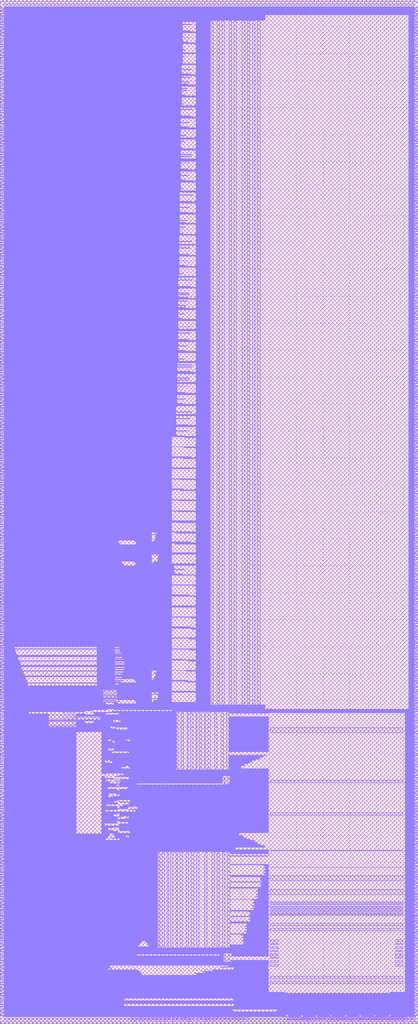
<source format=lef>
VERSION 5.8 ; 
BUSBITCHARS "[]" ; 
DIVIDERCHAR "/" ; 
MACRO sram22_2048x8m8w1
    CLASS BLOCK  ;
    FOREIGN sram22_2048x8m8w1   ;
    SIZE 310.680 BY 760.160 ;
    SYMMETRY X Y R90 ;
    PIN dout[0] 
        DIRECTION OUTPUT ; 
        ANTENNADIFFAREA 0.448000 LAYER met2 ;
        ANTENNAPARTIALMETALAREA 0.950300 LAYER met1 ;
        ANTENNAPARTIALMETALAREA 7.142200 LAYER met2 ;
        PORT 
            LAYER met1 ;
                RECT 212.950 0.000 213.090 0.140 ; 
        END 
    END dout[0] 
    PIN dout[1] 
        DIRECTION OUTPUT ; 
        ANTENNADIFFAREA 0.448000 LAYER met2 ;
        ANTENNAPARTIALMETALAREA 0.950300 LAYER met1 ;
        ANTENNAPARTIALMETALAREA 7.142200 LAYER met2 ;
        PORT 
            LAYER met1 ;
                RECT 223.850 0.000 223.990 0.140 ; 
        END 
    END dout[1] 
    PIN dout[2] 
        DIRECTION OUTPUT ; 
        ANTENNADIFFAREA 0.448000 LAYER met2 ;
        ANTENNAPARTIALMETALAREA 0.950300 LAYER met1 ;
        ANTENNAPARTIALMETALAREA 7.142200 LAYER met2 ;
        PORT 
            LAYER met1 ;
                RECT 234.750 0.000 234.890 0.140 ; 
        END 
    END dout[2] 
    PIN dout[3] 
        DIRECTION OUTPUT ; 
        ANTENNADIFFAREA 0.448000 LAYER met2 ;
        ANTENNAPARTIALMETALAREA 0.950300 LAYER met1 ;
        ANTENNAPARTIALMETALAREA 7.142200 LAYER met2 ;
        PORT 
            LAYER met1 ;
                RECT 245.650 0.000 245.790 0.140 ; 
        END 
    END dout[3] 
    PIN dout[4] 
        DIRECTION OUTPUT ; 
        ANTENNADIFFAREA 0.448000 LAYER met2 ;
        ANTENNAPARTIALMETALAREA 0.950300 LAYER met1 ;
        ANTENNAPARTIALMETALAREA 7.142200 LAYER met2 ;
        PORT 
            LAYER met1 ;
                RECT 256.550 0.000 256.690 0.140 ; 
        END 
    END dout[4] 
    PIN dout[5] 
        DIRECTION OUTPUT ; 
        ANTENNADIFFAREA 0.448000 LAYER met2 ;
        ANTENNAPARTIALMETALAREA 0.950300 LAYER met1 ;
        ANTENNAPARTIALMETALAREA 7.142200 LAYER met2 ;
        PORT 
            LAYER met1 ;
                RECT 267.450 0.000 267.590 0.140 ; 
        END 
    END dout[5] 
    PIN dout[6] 
        DIRECTION OUTPUT ; 
        ANTENNADIFFAREA 0.448000 LAYER met2 ;
        ANTENNAPARTIALMETALAREA 0.950300 LAYER met1 ;
        ANTENNAPARTIALMETALAREA 7.142200 LAYER met2 ;
        PORT 
            LAYER met1 ;
                RECT 278.350 0.000 278.490 0.140 ; 
        END 
    END dout[6] 
    PIN dout[7] 
        DIRECTION OUTPUT ; 
        ANTENNADIFFAREA 0.448000 LAYER met2 ;
        ANTENNAPARTIALMETALAREA 0.950300 LAYER met1 ;
        ANTENNAPARTIALMETALAREA 7.142200 LAYER met2 ;
        PORT 
            LAYER met1 ;
                RECT 289.250 0.000 289.390 0.140 ; 
        END 
    END dout[7] 
    PIN din[0] 
        DIRECTION INPUT ; 
        ANTENNAGATEAREA 0.126000 LAYER met2 ;
        ANTENNAPARTIALMETALAREA 5.678800 LAYER met1 ;
        ANTENNAPARTIALMETALAREA 6.863800 LAYER met2 ;
        PORT 
            LAYER met1 ;
                RECT 212.530 0.000 212.670 0.140 ; 
        END 
    END din[0] 
    PIN din[1] 
        DIRECTION INPUT ; 
        ANTENNAGATEAREA 0.126000 LAYER met2 ;
        ANTENNAPARTIALMETALAREA 5.678800 LAYER met1 ;
        ANTENNAPARTIALMETALAREA 6.863800 LAYER met2 ;
        PORT 
            LAYER met1 ;
                RECT 223.430 0.000 223.570 0.140 ; 
        END 
    END din[1] 
    PIN din[2] 
        DIRECTION INPUT ; 
        ANTENNAGATEAREA 0.126000 LAYER met2 ;
        ANTENNAPARTIALMETALAREA 5.678800 LAYER met1 ;
        ANTENNAPARTIALMETALAREA 6.863800 LAYER met2 ;
        PORT 
            LAYER met1 ;
                RECT 234.330 0.000 234.470 0.140 ; 
        END 
    END din[2] 
    PIN din[3] 
        DIRECTION INPUT ; 
        ANTENNAGATEAREA 0.126000 LAYER met2 ;
        ANTENNAPARTIALMETALAREA 5.678800 LAYER met1 ;
        ANTENNAPARTIALMETALAREA 6.863800 LAYER met2 ;
        PORT 
            LAYER met1 ;
                RECT 245.230 0.000 245.370 0.140 ; 
        END 
    END din[3] 
    PIN din[4] 
        DIRECTION INPUT ; 
        ANTENNAGATEAREA 0.126000 LAYER met2 ;
        ANTENNAPARTIALMETALAREA 5.678800 LAYER met1 ;
        ANTENNAPARTIALMETALAREA 6.863800 LAYER met2 ;
        PORT 
            LAYER met1 ;
                RECT 256.130 0.000 256.270 0.140 ; 
        END 
    END din[4] 
    PIN din[5] 
        DIRECTION INPUT ; 
        ANTENNAGATEAREA 0.126000 LAYER met2 ;
        ANTENNAPARTIALMETALAREA 5.678800 LAYER met1 ;
        ANTENNAPARTIALMETALAREA 6.863800 LAYER met2 ;
        PORT 
            LAYER met1 ;
                RECT 267.030 0.000 267.170 0.140 ; 
        END 
    END din[5] 
    PIN din[6] 
        DIRECTION INPUT ; 
        ANTENNAGATEAREA 0.126000 LAYER met2 ;
        ANTENNAPARTIALMETALAREA 5.678800 LAYER met1 ;
        ANTENNAPARTIALMETALAREA 6.863800 LAYER met2 ;
        PORT 
            LAYER met1 ;
                RECT 277.930 0.000 278.070 0.140 ; 
        END 
    END din[6] 
    PIN din[7] 
        DIRECTION INPUT ; 
        ANTENNAGATEAREA 0.126000 LAYER met2 ;
        ANTENNAPARTIALMETALAREA 5.678800 LAYER met1 ;
        ANTENNAPARTIALMETALAREA 6.863800 LAYER met2 ;
        PORT 
            LAYER met1 ;
                RECT 288.830 0.000 288.970 0.140 ; 
        END 
    END din[7] 
    PIN wmask[0] 
        DIRECTION INPUT ; 
        ANTENNAGATEAREA 0.126000 LAYER met2 ;
        ANTENNAPARTIALMETALAREA 3.489200 LAYER met1 ;
        ANTENNAPARTIALMETALAREA 0.278400 LAYER met2 ;
        PORT 
            LAYER met1 ;
                RECT 212.180 0.000 212.320 0.140 ; 
        END 
    END wmask[0] 
    PIN wmask[1] 
        DIRECTION INPUT ; 
        ANTENNAGATEAREA 0.126000 LAYER met2 ;
        ANTENNAPARTIALMETALAREA 3.489200 LAYER met1 ;
        ANTENNAPARTIALMETALAREA 0.278400 LAYER met2 ;
        PORT 
            LAYER met1 ;
                RECT 223.080 0.000 223.220 0.140 ; 
        END 
    END wmask[1] 
    PIN wmask[2] 
        DIRECTION INPUT ; 
        ANTENNAGATEAREA 0.126000 LAYER met2 ;
        ANTENNAPARTIALMETALAREA 3.489200 LAYER met1 ;
        ANTENNAPARTIALMETALAREA 0.278400 LAYER met2 ;
        PORT 
            LAYER met1 ;
                RECT 233.980 0.000 234.120 0.140 ; 
        END 
    END wmask[2] 
    PIN wmask[3] 
        DIRECTION INPUT ; 
        ANTENNAGATEAREA 0.126000 LAYER met2 ;
        ANTENNAPARTIALMETALAREA 3.489200 LAYER met1 ;
        ANTENNAPARTIALMETALAREA 0.278400 LAYER met2 ;
        PORT 
            LAYER met1 ;
                RECT 244.880 0.000 245.020 0.140 ; 
        END 
    END wmask[3] 
    PIN wmask[4] 
        DIRECTION INPUT ; 
        ANTENNAGATEAREA 0.126000 LAYER met2 ;
        ANTENNAPARTIALMETALAREA 3.489200 LAYER met1 ;
        ANTENNAPARTIALMETALAREA 0.278400 LAYER met2 ;
        PORT 
            LAYER met1 ;
                RECT 255.780 0.000 255.920 0.140 ; 
        END 
    END wmask[4] 
    PIN wmask[5] 
        DIRECTION INPUT ; 
        ANTENNAGATEAREA 0.126000 LAYER met2 ;
        ANTENNAPARTIALMETALAREA 3.489200 LAYER met1 ;
        ANTENNAPARTIALMETALAREA 0.278400 LAYER met2 ;
        PORT 
            LAYER met1 ;
                RECT 266.680 0.000 266.820 0.140 ; 
        END 
    END wmask[5] 
    PIN wmask[6] 
        DIRECTION INPUT ; 
        ANTENNAGATEAREA 0.126000 LAYER met2 ;
        ANTENNAPARTIALMETALAREA 3.489200 LAYER met1 ;
        ANTENNAPARTIALMETALAREA 0.278400 LAYER met2 ;
        PORT 
            LAYER met1 ;
                RECT 277.580 0.000 277.720 0.140 ; 
        END 
    END wmask[6] 
    PIN wmask[7] 
        DIRECTION INPUT ; 
        ANTENNAGATEAREA 0.126000 LAYER met2 ;
        ANTENNAPARTIALMETALAREA 3.489200 LAYER met1 ;
        ANTENNAPARTIALMETALAREA 0.278400 LAYER met2 ;
        PORT 
            LAYER met1 ;
                RECT 288.480 0.000 288.620 0.140 ; 
        END 
    END wmask[7] 
    PIN addr[0] 
        DIRECTION INPUT ; 
        ANTENNAGATEAREA 0.126000 LAYER met1 ;
        ANTENNAPARTIALMETALAREA 3.848700 LAYER met1 ;
        PORT 
            LAYER met1 ;
                RECT 156.880 0.000 157.200 0.320 ; 
        END 
    END addr[0] 
    PIN addr[1] 
        DIRECTION INPUT ; 
        ANTENNAGATEAREA 0.126000 LAYER met1 ;
        ANTENNAPARTIALMETALAREA 3.848700 LAYER met1 ;
        PORT 
            LAYER met1 ;
                RECT 150.760 0.000 151.080 0.320 ; 
        END 
    END addr[1] 
    PIN addr[2] 
        DIRECTION INPUT ; 
        ANTENNAGATEAREA 0.126000 LAYER met1 ;
        ANTENNAPARTIALMETALAREA 3.848700 LAYER met1 ;
        PORT 
            LAYER met1 ;
                RECT 144.640 0.000 144.960 0.320 ; 
        END 
    END addr[2] 
    PIN addr[3] 
        DIRECTION INPUT ; 
        ANTENNAGATEAREA 0.126000 LAYER met1 ;
        ANTENNAPARTIALMETALAREA 3.848700 LAYER met1 ;
        PORT 
            LAYER met1 ;
                RECT 138.520 0.000 138.840 0.320 ; 
        END 
    END addr[3] 
    PIN addr[4] 
        DIRECTION INPUT ; 
        ANTENNAGATEAREA 0.126000 LAYER met1 ;
        ANTENNAPARTIALMETALAREA 3.848700 LAYER met1 ;
        PORT 
            LAYER met1 ;
                RECT 133.080 0.000 133.400 0.320 ; 
        END 
    END addr[4] 
    PIN addr[5] 
        DIRECTION INPUT ; 
        ANTENNAGATEAREA 0.126000 LAYER met1 ;
        ANTENNAPARTIALMETALAREA 3.848700 LAYER met1 ;
        PORT 
            LAYER met1 ;
                RECT 126.960 0.000 127.280 0.320 ; 
        END 
    END addr[5] 
    PIN addr[6] 
        DIRECTION INPUT ; 
        ANTENNAGATEAREA 0.126000 LAYER met1 ;
        ANTENNAPARTIALMETALAREA 3.848700 LAYER met1 ;
        PORT 
            LAYER met1 ;
                RECT 120.840 0.000 121.160 0.320 ; 
        END 
    END addr[6] 
    PIN addr[7] 
        DIRECTION INPUT ; 
        ANTENNAGATEAREA 0.126000 LAYER met1 ;
        ANTENNAPARTIALMETALAREA 3.848700 LAYER met1 ;
        PORT 
            LAYER met1 ;
                RECT 114.720 0.000 115.040 0.320 ; 
        END 
    END addr[7] 
    PIN addr[8] 
        DIRECTION INPUT ; 
        ANTENNAGATEAREA 0.126000 LAYER met1 ;
        ANTENNAPARTIALMETALAREA 3.848700 LAYER met1 ;
        PORT 
            LAYER met1 ;
                RECT 108.600 0.000 108.920 0.320 ; 
        END 
    END addr[8] 
    PIN addr[9] 
        DIRECTION INPUT ; 
        ANTENNAGATEAREA 0.126000 LAYER met1 ;
        ANTENNAPARTIALMETALAREA 3.848700 LAYER met1 ;
        PORT 
            LAYER met1 ;
                RECT 102.480 0.000 102.800 0.320 ; 
        END 
    END addr[9] 
    PIN addr[10] 
        DIRECTION INPUT ; 
        ANTENNAGATEAREA 0.126000 LAYER met1 ;
        ANTENNAPARTIALMETALAREA 3.848700 LAYER met1 ;
        PORT 
            LAYER met1 ;
                RECT 96.360 0.000 96.680 0.320 ; 
        END 
    END addr[10] 
    PIN we 
        DIRECTION INPUT ; 
        ANTENNAGATEAREA 0.126000 LAYER met1 ;
        ANTENNAPARTIALMETALAREA 3.848700 LAYER met1 ;
        PORT 
            LAYER met1 ;
                RECT 169.120 0.000 169.440 0.320 ; 
        END 
    END we 
    PIN ce 
        DIRECTION INPUT ; 
        ANTENNAGATEAREA 0.126000 LAYER met1 ;
        ANTENNAPARTIALMETALAREA 3.848700 LAYER met1 ;
        PORT 
            LAYER met1 ;
                RECT 163.000 0.000 163.320 0.320 ; 
        END 
    END ce 
    PIN clk 
        DIRECTION INPUT ; 
        ANTENNAGATEAREA 10.881000 LAYER met2 ;
        PORT 
            LAYER met1 ;
                RECT 172.520 0.000 172.840 0.320 ; 
        END 
    END clk 
    PIN rstb 
        DIRECTION INPUT ; 
        ANTENNAGATEAREA 14.787000 LAYER met2 ;
        PORT 
            LAYER met1 ;
                RECT 173.200 0.000 173.520 0.320 ; 
        END 
    END rstb 
    PIN vdd 
        DIRECTION INOUT ; 
        USE POWER ; 
        PORT 
            LAYER met2 ;
                RECT 0.160 5.920 212.280 6.240 ; 
                RECT 214.000 5.920 223.160 6.240 ; 
                RECT 224.880 5.920 234.040 6.240 ; 
                RECT 235.760 5.920 244.920 6.240 ; 
                RECT 246.640 5.920 255.800 6.240 ; 
                RECT 257.520 5.920 266.680 6.240 ; 
                RECT 268.400 5.920 277.560 6.240 ; 
                RECT 279.280 5.920 288.440 6.240 ; 
                RECT 290.160 5.920 310.520 6.240 ; 
                RECT 0.160 7.280 310.520 7.600 ; 
                RECT 0.160 8.640 310.520 8.960 ; 
                RECT 0.160 10.000 172.160 10.320 ; 
                RECT 205.840 10.000 310.520 10.320 ; 
                RECT 0.160 11.360 310.520 11.680 ; 
                RECT 0.160 12.720 310.520 13.040 ; 
                RECT 0.160 14.080 91.920 14.400 ; 
                RECT 173.880 14.080 310.520 14.400 ; 
                RECT 0.160 15.440 310.520 15.760 ; 
                RECT 0.160 16.800 310.520 17.120 ; 
                RECT 0.160 18.160 91.920 18.480 ; 
                RECT 173.200 18.160 310.520 18.480 ; 
                RECT 0.160 19.520 310.520 19.840 ; 
                RECT 0.160 20.880 310.520 21.200 ; 
                RECT 0.160 22.240 310.520 22.560 ; 
                RECT 0.160 23.600 199.360 23.920 ; 
                RECT 301.040 23.600 310.520 23.920 ; 
                RECT 0.160 24.960 199.360 25.280 ; 
                RECT 301.040 24.960 310.520 25.280 ; 
                RECT 0.160 26.320 199.360 26.640 ; 
                RECT 301.040 26.320 310.520 26.640 ; 
                RECT 0.160 27.680 199.360 28.000 ; 
                RECT 301.040 27.680 310.520 28.000 ; 
                RECT 0.160 29.040 199.360 29.360 ; 
                RECT 301.040 29.040 310.520 29.360 ; 
                RECT 0.160 30.400 199.360 30.720 ; 
                RECT 301.040 30.400 310.520 30.720 ; 
                RECT 0.160 31.760 199.360 32.080 ; 
                RECT 301.040 31.760 310.520 32.080 ; 
                RECT 0.160 33.120 199.360 33.440 ; 
                RECT 301.040 33.120 310.520 33.440 ; 
                RECT 0.160 34.480 199.360 34.800 ; 
                RECT 301.040 34.480 310.520 34.800 ; 
                RECT 0.160 35.840 199.360 36.160 ; 
                RECT 301.040 35.840 310.520 36.160 ; 
                RECT 0.160 37.200 104.840 37.520 ; 
                RECT 144.640 37.200 199.360 37.520 ; 
                RECT 301.040 37.200 310.520 37.520 ; 
                RECT 0.160 38.560 103.480 38.880 ; 
                RECT 150.760 38.560 199.360 38.880 ; 
                RECT 301.040 38.560 310.520 38.880 ; 
                RECT 0.160 39.920 102.120 40.240 ; 
                RECT 156.880 39.920 199.360 40.240 ; 
                RECT 301.040 39.920 310.520 40.240 ; 
                RECT 0.160 41.280 83.080 41.600 ; 
                RECT 173.880 41.280 198.680 41.600 ; 
                RECT 301.040 41.280 310.520 41.600 ; 
                RECT 0.160 42.640 81.720 42.960 ; 
                RECT 169.800 42.640 199.360 42.960 ; 
                RECT 301.040 42.640 310.520 42.960 ; 
                RECT 0.160 44.000 199.360 44.320 ; 
                RECT 301.040 44.000 310.520 44.320 ; 
                RECT 0.160 45.360 199.360 45.680 ; 
                RECT 301.040 45.360 310.520 45.680 ; 
                RECT 0.160 46.720 166.040 47.040 ; 
                RECT 171.840 46.720 199.360 47.040 ; 
                RECT 301.040 46.720 310.520 47.040 ; 
                RECT 0.160 48.080 166.040 48.400 ; 
                RECT 301.040 48.080 310.520 48.400 ; 
                RECT 0.160 49.440 166.040 49.760 ; 
                RECT 301.040 49.440 310.520 49.760 ; 
                RECT 0.160 50.800 100.760 51.120 ; 
                RECT 163.000 50.800 166.040 51.120 ; 
                RECT 171.840 50.800 199.360 51.120 ; 
                RECT 301.040 50.800 310.520 51.120 ; 
                RECT 0.160 52.160 199.360 52.480 ; 
                RECT 301.040 52.160 310.520 52.480 ; 
                RECT 0.160 53.520 199.360 53.840 ; 
                RECT 301.040 53.520 310.520 53.840 ; 
                RECT 0.160 54.880 199.360 55.200 ; 
                RECT 301.040 54.880 310.520 55.200 ; 
                RECT 0.160 56.240 199.360 56.560 ; 
                RECT 301.040 56.240 310.520 56.560 ; 
                RECT 0.160 57.600 102.120 57.920 ; 
                RECT 110.640 57.600 117.080 57.920 ; 
                RECT 171.160 57.600 199.360 57.920 ; 
                RECT 301.040 57.600 310.520 57.920 ; 
                RECT 0.160 58.960 103.480 59.280 ; 
                RECT 109.960 58.960 117.080 59.280 ; 
                RECT 180.680 58.960 199.360 59.280 ; 
                RECT 301.040 58.960 310.520 59.280 ; 
                RECT 0.160 60.320 104.840 60.640 ; 
                RECT 108.600 60.320 117.080 60.640 ; 
                RECT 180.680 60.320 199.360 60.640 ; 
                RECT 301.040 60.320 310.520 60.640 ; 
                RECT 0.160 61.680 117.080 62.000 ; 
                RECT 179.320 61.680 199.360 62.000 ; 
                RECT 301.040 61.680 310.520 62.000 ; 
                RECT 0.160 63.040 117.080 63.360 ; 
                RECT 180.680 63.040 199.360 63.360 ; 
                RECT 301.040 63.040 310.520 63.360 ; 
                RECT 0.160 64.400 117.080 64.720 ; 
                RECT 180.680 64.400 199.360 64.720 ; 
                RECT 301.040 64.400 310.520 64.720 ; 
                RECT 0.160 65.760 117.080 66.080 ; 
                RECT 179.320 65.760 199.360 66.080 ; 
                RECT 301.040 65.760 310.520 66.080 ; 
                RECT 0.160 67.120 117.080 67.440 ; 
                RECT 183.400 67.120 199.360 67.440 ; 
                RECT 301.040 67.120 310.520 67.440 ; 
                RECT 0.160 68.480 117.080 68.800 ; 
                RECT 182.040 68.480 199.360 68.800 ; 
                RECT 301.040 68.480 310.520 68.800 ; 
                RECT 0.160 69.840 117.080 70.160 ; 
                RECT 183.400 69.840 199.360 70.160 ; 
                RECT 301.040 69.840 310.520 70.160 ; 
                RECT 0.160 71.200 117.080 71.520 ; 
                RECT 183.400 71.200 199.360 71.520 ; 
                RECT 301.040 71.200 310.520 71.520 ; 
                RECT 0.160 72.560 117.080 72.880 ; 
                RECT 182.040 72.560 199.360 72.880 ; 
                RECT 301.040 72.560 310.520 72.880 ; 
                RECT 0.160 73.920 117.080 74.240 ; 
                RECT 183.400 73.920 199.360 74.240 ; 
                RECT 301.040 73.920 310.520 74.240 ; 
                RECT 0.160 75.280 117.080 75.600 ; 
                RECT 171.160 75.280 199.360 75.600 ; 
                RECT 301.040 75.280 310.520 75.600 ; 
                RECT 0.160 76.640 117.080 76.960 ; 
                RECT 186.120 76.640 199.360 76.960 ; 
                RECT 301.040 76.640 310.520 76.960 ; 
                RECT 0.160 78.000 117.080 78.320 ; 
                RECT 186.120 78.000 199.360 78.320 ; 
                RECT 301.040 78.000 310.520 78.320 ; 
                RECT 0.160 79.360 117.080 79.680 ; 
                RECT 171.160 79.360 199.360 79.680 ; 
                RECT 301.040 79.360 310.520 79.680 ; 
                RECT 0.160 80.720 117.080 81.040 ; 
                RECT 184.760 80.720 199.360 81.040 ; 
                RECT 301.040 80.720 310.520 81.040 ; 
                RECT 0.160 82.080 117.080 82.400 ; 
                RECT 186.120 82.080 199.360 82.400 ; 
                RECT 301.040 82.080 310.520 82.400 ; 
                RECT 0.160 83.440 117.080 83.760 ; 
                RECT 171.160 83.440 199.360 83.760 ; 
                RECT 301.040 83.440 310.520 83.760 ; 
                RECT 0.160 84.800 117.080 85.120 ; 
                RECT 188.840 84.800 199.360 85.120 ; 
                RECT 301.040 84.800 310.520 85.120 ; 
                RECT 0.160 86.160 117.080 86.480 ; 
                RECT 188.840 86.160 199.360 86.480 ; 
                RECT 301.040 86.160 310.520 86.480 ; 
                RECT 0.160 87.520 117.080 87.840 ; 
                RECT 187.480 87.520 199.360 87.840 ; 
                RECT 301.040 87.520 310.520 87.840 ; 
                RECT 0.160 88.880 117.080 89.200 ; 
                RECT 188.840 88.880 199.360 89.200 ; 
                RECT 301.040 88.880 310.520 89.200 ; 
                RECT 0.160 90.240 117.080 90.560 ; 
                RECT 188.840 90.240 199.360 90.560 ; 
                RECT 301.040 90.240 310.520 90.560 ; 
                RECT 0.160 91.600 117.080 91.920 ; 
                RECT 187.480 91.600 199.360 91.920 ; 
                RECT 301.040 91.600 310.520 91.920 ; 
                RECT 0.160 92.960 117.080 93.280 ; 
                RECT 191.560 92.960 199.360 93.280 ; 
                RECT 301.040 92.960 310.520 93.280 ; 
                RECT 0.160 94.320 117.080 94.640 ; 
                RECT 190.200 94.320 199.360 94.640 ; 
                RECT 301.040 94.320 310.520 94.640 ; 
                RECT 0.160 95.680 117.080 96.000 ; 
                RECT 191.560 95.680 199.360 96.000 ; 
                RECT 301.040 95.680 310.520 96.000 ; 
                RECT 0.160 97.040 117.080 97.360 ; 
                RECT 191.560 97.040 199.360 97.360 ; 
                RECT 301.040 97.040 310.520 97.360 ; 
                RECT 0.160 98.400 117.080 98.720 ; 
                RECT 190.200 98.400 199.360 98.720 ; 
                RECT 301.040 98.400 310.520 98.720 ; 
                RECT 0.160 99.760 117.080 100.080 ; 
                RECT 191.560 99.760 199.360 100.080 ; 
                RECT 301.040 99.760 310.520 100.080 ; 
                RECT 0.160 101.120 117.080 101.440 ; 
                RECT 171.160 101.120 199.360 101.440 ; 
                RECT 301.040 101.120 310.520 101.440 ; 
                RECT 0.160 102.480 117.080 102.800 ; 
                RECT 194.280 102.480 199.360 102.800 ; 
                RECT 301.040 102.480 310.520 102.800 ; 
                RECT 0.160 103.840 117.080 104.160 ; 
                RECT 194.280 103.840 199.360 104.160 ; 
                RECT 301.040 103.840 310.520 104.160 ; 
                RECT 0.160 105.200 117.080 105.520 ; 
                RECT 171.160 105.200 199.360 105.520 ; 
                RECT 301.040 105.200 310.520 105.520 ; 
                RECT 0.160 106.560 117.080 106.880 ; 
                RECT 192.920 106.560 199.360 106.880 ; 
                RECT 301.040 106.560 310.520 106.880 ; 
                RECT 0.160 107.920 117.080 108.240 ; 
                RECT 194.280 107.920 199.360 108.240 ; 
                RECT 301.040 107.920 310.520 108.240 ; 
                RECT 0.160 109.280 117.080 109.600 ; 
                RECT 171.160 109.280 199.360 109.600 ; 
                RECT 301.040 109.280 310.520 109.600 ; 
                RECT 0.160 110.640 117.080 110.960 ; 
                RECT 197.000 110.640 199.360 110.960 ; 
                RECT 301.040 110.640 310.520 110.960 ; 
                RECT 0.160 112.000 117.080 112.320 ; 
                RECT 197.000 112.000 199.360 112.320 ; 
                RECT 301.040 112.000 310.520 112.320 ; 
                RECT 0.160 113.360 117.080 113.680 ; 
                RECT 195.640 113.360 199.360 113.680 ; 
                RECT 301.040 113.360 310.520 113.680 ; 
                RECT 0.160 114.720 117.080 115.040 ; 
                RECT 197.000 114.720 199.360 115.040 ; 
                RECT 301.040 114.720 310.520 115.040 ; 
                RECT 0.160 116.080 117.080 116.400 ; 
                RECT 197.000 116.080 199.360 116.400 ; 
                RECT 301.040 116.080 310.520 116.400 ; 
                RECT 0.160 117.440 117.080 117.760 ; 
                RECT 195.640 117.440 199.360 117.760 ; 
                RECT 301.040 117.440 310.520 117.760 ; 
                RECT 0.160 118.800 117.080 119.120 ; 
                RECT 301.040 118.800 310.520 119.120 ; 
                RECT 0.160 120.160 117.080 120.480 ; 
                RECT 301.040 120.160 310.520 120.480 ; 
                RECT 0.160 121.520 117.080 121.840 ; 
                RECT 301.040 121.520 310.520 121.840 ; 
                RECT 0.160 122.880 117.080 123.200 ; 
                RECT 301.040 122.880 310.520 123.200 ; 
                RECT 0.160 124.240 117.080 124.560 ; 
                RECT 171.160 124.240 199.360 124.560 ; 
                RECT 301.040 124.240 310.520 124.560 ; 
                RECT 0.160 125.600 117.080 125.920 ; 
                RECT 301.040 125.600 310.520 125.920 ; 
                RECT 0.160 126.960 117.080 127.280 ; 
                RECT 171.160 126.960 199.360 127.280 ; 
                RECT 301.040 126.960 310.520 127.280 ; 
                RECT 0.160 128.320 199.360 128.640 ; 
                RECT 301.040 128.320 310.520 128.640 ; 
                RECT 0.160 129.680 174.880 130.000 ; 
                RECT 301.040 129.680 310.520 130.000 ; 
                RECT 0.160 131.040 196.640 131.360 ; 
                RECT 301.040 131.040 310.520 131.360 ; 
                RECT 0.160 132.400 193.920 132.720 ; 
                RECT 301.040 132.400 310.520 132.720 ; 
                RECT 0.160 133.760 191.200 134.080 ; 
                RECT 301.040 133.760 310.520 134.080 ; 
                RECT 0.160 135.120 188.480 135.440 ; 
                RECT 301.040 135.120 310.520 135.440 ; 
                RECT 0.160 136.480 78.320 136.800 ; 
                RECT 88.880 136.480 185.760 136.800 ; 
                RECT 301.040 136.480 310.520 136.800 ; 
                RECT 0.160 137.840 79.680 138.160 ; 
                RECT 82.080 137.840 183.040 138.160 ; 
                RECT 301.040 137.840 310.520 138.160 ; 
                RECT 0.160 139.200 81.040 139.520 ; 
                RECT 85.480 139.200 93.280 139.520 ; 
                RECT 95.680 139.200 180.320 139.520 ; 
                RECT 301.040 139.200 310.520 139.520 ; 
                RECT 0.160 140.560 81.040 140.880 ; 
                RECT 84.800 140.560 177.600 140.880 ; 
                RECT 301.040 140.560 310.520 140.880 ; 
                RECT 0.160 141.920 56.560 142.240 ; 
                RECT 75.280 141.920 87.160 142.240 ; 
                RECT 96.360 141.920 199.360 142.240 ; 
                RECT 301.040 141.920 310.520 142.240 ; 
                RECT 0.160 143.280 56.560 143.600 ; 
                RECT 75.280 143.280 83.080 143.600 ; 
                RECT 88.880 143.280 199.360 143.600 ; 
                RECT 301.040 143.280 310.520 143.600 ; 
                RECT 0.160 144.640 56.560 144.960 ; 
                RECT 75.280 144.640 80.360 144.960 ; 
                RECT 88.880 144.640 199.360 144.960 ; 
                RECT 301.040 144.640 310.520 144.960 ; 
                RECT 0.160 146.000 56.560 146.320 ; 
                RECT 75.280 146.000 199.360 146.320 ; 
                RECT 301.040 146.000 310.520 146.320 ; 
                RECT 0.160 147.360 56.560 147.680 ; 
                RECT 75.280 147.360 77.640 147.680 ; 
                RECT 88.880 147.360 199.360 147.680 ; 
                RECT 301.040 147.360 310.520 147.680 ; 
                RECT 0.160 148.720 56.560 149.040 ; 
                RECT 75.280 148.720 87.160 149.040 ; 
                RECT 95.000 148.720 199.360 149.040 ; 
                RECT 301.040 148.720 310.520 149.040 ; 
                RECT 0.160 150.080 56.560 150.400 ; 
                RECT 75.280 150.080 86.480 150.400 ; 
                RECT 88.880 150.080 199.360 150.400 ; 
                RECT 301.040 150.080 310.520 150.400 ; 
                RECT 0.160 151.440 56.560 151.760 ; 
                RECT 75.280 151.440 199.360 151.760 ; 
                RECT 301.040 151.440 310.520 151.760 ; 
                RECT 0.160 152.800 56.560 153.120 ; 
                RECT 75.280 152.800 87.160 153.120 ; 
                RECT 95.680 152.800 199.360 153.120 ; 
                RECT 301.040 152.800 310.520 153.120 ; 
                RECT 0.160 154.160 56.560 154.480 ; 
                RECT 75.280 154.160 84.440 154.480 ; 
                RECT 88.880 154.160 199.360 154.480 ; 
                RECT 301.040 154.160 310.520 154.480 ; 
                RECT 0.160 155.520 56.560 155.840 ; 
                RECT 75.280 155.520 86.480 155.840 ; 
                RECT 88.880 155.520 199.360 155.840 ; 
                RECT 301.040 155.520 310.520 155.840 ; 
                RECT 0.160 156.880 56.560 157.200 ; 
                RECT 75.280 156.880 199.360 157.200 ; 
                RECT 301.040 156.880 310.520 157.200 ; 
                RECT 0.160 158.240 56.560 158.560 ; 
                RECT 75.280 158.240 77.640 158.560 ; 
                RECT 100.440 158.240 199.360 158.560 ; 
                RECT 301.040 158.240 310.520 158.560 ; 
                RECT 0.160 159.600 56.560 159.920 ; 
                RECT 75.280 159.600 94.640 159.920 ; 
                RECT 101.800 159.600 199.360 159.920 ; 
                RECT 301.040 159.600 310.520 159.920 ; 
                RECT 0.160 160.960 56.560 161.280 ; 
                RECT 75.280 160.960 86.480 161.280 ; 
                RECT 88.880 160.960 98.720 161.280 ; 
                RECT 102.480 160.960 199.360 161.280 ; 
                RECT 301.040 160.960 310.520 161.280 ; 
                RECT 0.160 162.320 56.560 162.640 ; 
                RECT 75.280 162.320 78.320 162.640 ; 
                RECT 91.600 162.320 199.360 162.640 ; 
                RECT 301.040 162.320 310.520 162.640 ; 
                RECT 0.160 163.680 56.560 164.000 ; 
                RECT 75.280 163.680 87.160 164.000 ; 
                RECT 95.680 163.680 199.360 164.000 ; 
                RECT 301.040 163.680 310.520 164.000 ; 
                RECT 0.160 165.040 56.560 165.360 ; 
                RECT 75.280 165.040 84.440 165.360 ; 
                RECT 96.360 165.040 199.360 165.360 ; 
                RECT 301.040 165.040 310.520 165.360 ; 
                RECT 0.160 166.400 56.560 166.720 ; 
                RECT 75.280 166.400 199.360 166.720 ; 
                RECT 301.040 166.400 310.520 166.720 ; 
                RECT 0.160 167.760 56.560 168.080 ; 
                RECT 75.280 167.760 199.360 168.080 ; 
                RECT 301.040 167.760 310.520 168.080 ; 
                RECT 0.160 169.120 56.560 169.440 ; 
                RECT 75.280 169.120 80.360 169.440 ; 
                RECT 88.880 169.120 199.360 169.440 ; 
                RECT 301.040 169.120 310.520 169.440 ; 
                RECT 0.160 170.480 56.560 170.800 ; 
                RECT 75.280 170.480 80.360 170.800 ; 
                RECT 86.160 170.480 199.360 170.800 ; 
                RECT 301.040 170.480 310.520 170.800 ; 
                RECT 0.160 171.840 56.560 172.160 ; 
                RECT 75.280 171.840 199.360 172.160 ; 
                RECT 301.040 171.840 310.520 172.160 ; 
                RECT 0.160 173.200 56.560 173.520 ; 
                RECT 75.280 173.200 86.480 173.520 ; 
                RECT 88.880 173.200 199.360 173.520 ; 
                RECT 301.040 173.200 310.520 173.520 ; 
                RECT 0.160 174.560 56.560 174.880 ; 
                RECT 75.280 174.560 79.680 174.880 ; 
                RECT 95.000 174.560 199.360 174.880 ; 
                RECT 301.040 174.560 310.520 174.880 ; 
                RECT 0.160 175.920 56.560 176.240 ; 
                RECT 75.280 175.920 199.360 176.240 ; 
                RECT 301.040 175.920 310.520 176.240 ; 
                RECT 0.160 177.280 56.560 177.600 ; 
                RECT 75.280 177.280 86.480 177.600 ; 
                RECT 88.880 177.280 199.360 177.600 ; 
                RECT 301.040 177.280 310.520 177.600 ; 
                RECT 0.160 178.640 56.560 178.960 ; 
                RECT 75.280 178.640 81.720 178.960 ; 
                RECT 88.880 178.640 165.360 178.960 ; 
                RECT 171.160 178.640 199.360 178.960 ; 
                RECT 301.040 178.640 310.520 178.960 ; 
                RECT 0.160 180.000 56.560 180.320 ; 
                RECT 75.280 180.000 78.320 180.320 ; 
                RECT 85.480 180.000 87.160 180.320 ; 
                RECT 89.560 180.000 165.360 180.320 ; 
                RECT 171.160 180.000 199.360 180.320 ; 
                RECT 301.040 180.000 310.520 180.320 ; 
                RECT 0.160 181.360 56.560 181.680 ; 
                RECT 75.280 181.360 165.360 181.680 ; 
                RECT 171.160 181.360 199.360 181.680 ; 
                RECT 301.040 181.360 310.520 181.680 ; 
                RECT 0.160 182.720 56.560 183.040 ; 
                RECT 75.280 182.720 77.640 183.040 ; 
                RECT 95.680 182.720 165.360 183.040 ; 
                RECT 171.160 182.720 199.360 183.040 ; 
                RECT 301.040 182.720 310.520 183.040 ; 
                RECT 0.160 184.080 56.560 184.400 ; 
                RECT 88.200 184.080 199.360 184.400 ; 
                RECT 301.040 184.080 310.520 184.400 ; 
                RECT 0.160 185.440 56.560 185.760 ; 
                RECT 75.280 185.440 78.320 185.760 ; 
                RECT 91.600 185.440 199.360 185.760 ; 
                RECT 301.040 185.440 310.520 185.760 ; 
                RECT 0.160 186.800 56.560 187.120 ; 
                RECT 75.280 186.800 199.360 187.120 ; 
                RECT 301.040 186.800 310.520 187.120 ; 
                RECT 0.160 188.160 56.560 188.480 ; 
                RECT 75.280 188.160 199.360 188.480 ; 
                RECT 301.040 188.160 310.520 188.480 ; 
                RECT 0.160 189.520 56.560 189.840 ; 
                RECT 75.280 189.520 89.880 189.840 ; 
                RECT 96.360 189.520 130.680 189.840 ; 
                RECT 170.480 189.520 178.960 189.840 ; 
                RECT 301.040 189.520 310.520 189.840 ; 
                RECT 0.160 190.880 56.560 191.200 ; 
                RECT 75.280 190.880 93.280 191.200 ; 
                RECT 95.680 190.880 130.680 191.200 ; 
                RECT 170.480 190.880 178.960 191.200 ; 
                RECT 301.040 190.880 310.520 191.200 ; 
                RECT 0.160 192.240 56.560 192.560 ; 
                RECT 75.280 192.240 130.680 192.560 ; 
                RECT 170.480 192.240 181.680 192.560 ; 
                RECT 301.040 192.240 310.520 192.560 ; 
                RECT 0.160 193.600 56.560 193.920 ; 
                RECT 75.280 193.600 80.360 193.920 ; 
                RECT 83.440 193.600 130.680 193.920 ; 
                RECT 170.480 193.600 184.400 193.920 ; 
                RECT 301.040 193.600 310.520 193.920 ; 
                RECT 0.160 194.960 56.560 195.280 ; 
                RECT 75.280 194.960 77.640 195.280 ; 
                RECT 82.080 194.960 130.680 195.280 ; 
                RECT 170.480 194.960 187.120 195.280 ; 
                RECT 301.040 194.960 310.520 195.280 ; 
                RECT 0.160 196.320 56.560 196.640 ; 
                RECT 75.280 196.320 130.680 196.640 ; 
                RECT 170.480 196.320 192.560 196.640 ; 
                RECT 301.040 196.320 310.520 196.640 ; 
                RECT 0.160 197.680 56.560 198.000 ; 
                RECT 75.280 197.680 130.680 198.000 ; 
                RECT 170.480 197.680 195.280 198.000 ; 
                RECT 301.040 197.680 310.520 198.000 ; 
                RECT 0.160 199.040 56.560 199.360 ; 
                RECT 75.280 199.040 130.680 199.360 ; 
                RECT 170.480 199.040 198.000 199.360 ; 
                RECT 301.040 199.040 310.520 199.360 ; 
                RECT 0.160 200.400 56.560 200.720 ; 
                RECT 75.280 200.400 130.680 200.720 ; 
                RECT 301.040 200.400 310.520 200.720 ; 
                RECT 0.160 201.760 56.560 202.080 ; 
                RECT 75.280 201.760 83.080 202.080 ; 
                RECT 95.680 201.760 130.680 202.080 ; 
                RECT 170.480 201.760 199.360 202.080 ; 
                RECT 301.040 201.760 310.520 202.080 ; 
                RECT 0.160 203.120 56.560 203.440 ; 
                RECT 75.280 203.120 80.360 203.440 ; 
                RECT 84.800 203.120 130.680 203.440 ; 
                RECT 170.480 203.120 199.360 203.440 ; 
                RECT 301.040 203.120 310.520 203.440 ; 
                RECT 0.160 204.480 56.560 204.800 ; 
                RECT 75.280 204.480 130.680 204.800 ; 
                RECT 170.480 204.480 199.360 204.800 ; 
                RECT 301.040 204.480 310.520 204.800 ; 
                RECT 0.160 205.840 56.560 206.160 ; 
                RECT 75.280 205.840 130.680 206.160 ; 
                RECT 170.480 205.840 199.360 206.160 ; 
                RECT 301.040 205.840 310.520 206.160 ; 
                RECT 0.160 207.200 56.560 207.520 ; 
                RECT 75.280 207.200 130.680 207.520 ; 
                RECT 170.480 207.200 199.360 207.520 ; 
                RECT 301.040 207.200 310.520 207.520 ; 
                RECT 0.160 208.560 56.560 208.880 ; 
                RECT 75.280 208.560 83.080 208.880 ; 
                RECT 85.480 208.560 130.680 208.880 ; 
                RECT 170.480 208.560 199.360 208.880 ; 
                RECT 301.040 208.560 310.520 208.880 ; 
                RECT 0.160 209.920 56.560 210.240 ; 
                RECT 75.280 209.920 79.680 210.240 ; 
                RECT 82.760 209.920 93.280 210.240 ; 
                RECT 96.360 209.920 130.680 210.240 ; 
                RECT 170.480 209.920 199.360 210.240 ; 
                RECT 301.040 209.920 310.520 210.240 ; 
                RECT 0.160 211.280 56.560 211.600 ; 
                RECT 75.280 211.280 130.680 211.600 ; 
                RECT 170.480 211.280 199.360 211.600 ; 
                RECT 301.040 211.280 310.520 211.600 ; 
                RECT 0.160 212.640 56.560 212.960 ; 
                RECT 75.280 212.640 130.680 212.960 ; 
                RECT 170.480 212.640 199.360 212.960 ; 
                RECT 301.040 212.640 310.520 212.960 ; 
                RECT 0.160 214.000 56.560 214.320 ; 
                RECT 75.280 214.000 130.680 214.320 ; 
                RECT 170.480 214.000 199.360 214.320 ; 
                RECT 301.040 214.000 310.520 214.320 ; 
                RECT 0.160 215.360 56.560 215.680 ; 
                RECT 75.280 215.360 130.680 215.680 ; 
                RECT 170.480 215.360 199.360 215.680 ; 
                RECT 301.040 215.360 310.520 215.680 ; 
                RECT 0.160 216.720 130.680 217.040 ; 
                RECT 170.480 216.720 199.360 217.040 ; 
                RECT 301.040 216.720 310.520 217.040 ; 
                RECT 0.160 218.080 130.680 218.400 ; 
                RECT 170.480 218.080 199.360 218.400 ; 
                RECT 301.040 218.080 310.520 218.400 ; 
                RECT 0.160 219.440 81.720 219.760 ; 
                RECT 95.000 219.440 130.680 219.760 ; 
                RECT 170.480 219.440 199.360 219.760 ; 
                RECT 301.040 219.440 310.520 219.760 ; 
                RECT 0.160 220.800 35.480 221.120 ; 
                RECT 56.240 220.800 130.680 221.120 ; 
                RECT 170.480 220.800 199.360 221.120 ; 
                RECT 301.040 220.800 310.520 221.120 ; 
                RECT 0.160 222.160 35.480 222.480 ; 
                RECT 56.240 222.160 130.680 222.480 ; 
                RECT 170.480 222.160 199.360 222.480 ; 
                RECT 301.040 222.160 310.520 222.480 ; 
                RECT 0.160 223.520 35.480 223.840 ; 
                RECT 56.240 223.520 62.680 223.840 ; 
                RECT 69.840 223.520 130.680 223.840 ; 
                RECT 170.480 223.520 199.360 223.840 ; 
                RECT 301.040 223.520 310.520 223.840 ; 
                RECT 0.160 224.880 83.760 225.200 ; 
                RECT 89.560 224.880 130.680 225.200 ; 
                RECT 170.480 224.880 199.360 225.200 ; 
                RECT 301.040 224.880 310.520 225.200 ; 
                RECT 0.160 226.240 35.480 226.560 ; 
                RECT 56.240 226.240 57.240 226.560 ; 
                RECT 74.600 226.240 130.680 226.560 ; 
                RECT 170.480 226.240 199.360 226.560 ; 
                RECT 301.040 226.240 310.520 226.560 ; 
                RECT 0.160 227.600 35.480 227.920 ; 
                RECT 56.240 227.600 57.240 227.920 ; 
                RECT 74.600 227.600 130.680 227.920 ; 
                RECT 170.480 227.600 199.360 227.920 ; 
                RECT 301.040 227.600 310.520 227.920 ; 
                RECT 0.160 228.960 35.480 229.280 ; 
                RECT 56.240 228.960 130.680 229.280 ; 
                RECT 301.040 228.960 310.520 229.280 ; 
                RECT 0.160 230.320 21.200 230.640 ; 
                RECT 69.840 230.320 78.320 230.640 ; 
                RECT 88.200 230.320 130.680 230.640 ; 
                RECT 170.480 230.320 199.360 230.640 ; 
                RECT 301.040 230.320 310.520 230.640 ; 
                RECT 0.160 231.680 62.680 232.000 ; 
                RECT 82.760 231.680 310.520 232.000 ; 
                RECT 0.160 233.040 80.360 233.360 ; 
                RECT 84.120 233.040 310.520 233.360 ; 
                RECT 0.160 234.400 196.640 234.720 ; 
                RECT 303.760 234.400 310.520 234.720 ; 
                RECT 0.160 235.760 196.640 236.080 ; 
                RECT 303.760 235.760 310.520 236.080 ; 
                RECT 0.160 237.120 78.320 237.440 ; 
                RECT 84.800 237.120 155.840 237.440 ; 
                RECT 303.760 237.120 310.520 237.440 ; 
                RECT 0.160 238.480 76.280 238.800 ; 
                RECT 101.120 238.480 155.840 238.800 ; 
                RECT 303.760 238.480 310.520 238.800 ; 
                RECT 0.160 239.840 76.280 240.160 ; 
                RECT 99.760 239.840 112.320 240.160 ; 
                RECT 114.040 239.840 127.280 240.160 ; 
                RECT 145.320 239.840 155.840 240.160 ; 
                RECT 303.760 239.840 310.520 240.160 ; 
                RECT 0.160 241.200 112.320 241.520 ; 
                RECT 114.040 241.200 127.280 241.520 ; 
                RECT 145.320 241.200 155.840 241.520 ; 
                RECT 303.760 241.200 310.520 241.520 ; 
                RECT 0.160 242.560 76.280 242.880 ; 
                RECT 86.840 242.560 112.320 242.880 ; 
                RECT 117.440 242.560 127.280 242.880 ; 
                RECT 145.320 242.560 155.840 242.880 ; 
                RECT 303.760 242.560 310.520 242.880 ; 
                RECT 0.160 243.920 112.320 244.240 ; 
                RECT 117.440 243.920 127.280 244.240 ; 
                RECT 145.320 243.920 155.840 244.240 ; 
                RECT 303.760 243.920 310.520 244.240 ; 
                RECT 0.160 245.280 76.280 245.600 ; 
                RECT 86.840 245.280 112.320 245.600 ; 
                RECT 118.120 245.280 127.280 245.600 ; 
                RECT 145.320 245.280 155.840 245.600 ; 
                RECT 303.760 245.280 310.520 245.600 ; 
                RECT 0.160 246.640 76.280 246.960 ; 
                RECT 86.840 246.640 155.840 246.960 ; 
                RECT 303.760 246.640 310.520 246.960 ; 
                RECT 0.160 248.000 127.280 248.320 ; 
                RECT 145.320 248.000 155.840 248.320 ; 
                RECT 303.760 248.000 310.520 248.320 ; 
                RECT 0.160 249.360 127.280 249.680 ; 
                RECT 145.320 249.360 155.840 249.680 ; 
                RECT 303.760 249.360 310.520 249.680 ; 
                RECT 0.160 250.720 127.280 251.040 ; 
                RECT 145.320 250.720 155.840 251.040 ; 
                RECT 303.760 250.720 310.520 251.040 ; 
                RECT 0.160 252.080 20.520 252.400 ; 
                RECT 71.880 252.080 85.120 252.400 ; 
                RECT 88.200 252.080 127.280 252.400 ; 
                RECT 145.320 252.080 155.840 252.400 ; 
                RECT 303.760 252.080 310.520 252.400 ; 
                RECT 0.160 253.440 19.840 253.760 ; 
                RECT 71.880 253.440 89.880 253.760 ; 
                RECT 101.120 253.440 127.280 253.760 ; 
                RECT 138.520 253.440 155.840 253.760 ; 
                RECT 303.760 253.440 310.520 253.760 ; 
                RECT 0.160 254.800 19.160 255.120 ; 
                RECT 71.880 254.800 91.240 255.120 ; 
                RECT 100.440 254.800 139.520 255.120 ; 
                RECT 145.320 254.800 155.840 255.120 ; 
                RECT 303.760 254.800 310.520 255.120 ; 
                RECT 0.160 256.160 18.480 256.480 ; 
                RECT 71.880 256.160 112.320 256.480 ; 
                RECT 114.720 256.160 127.280 256.480 ; 
                RECT 145.320 256.160 155.840 256.480 ; 
                RECT 303.760 256.160 310.520 256.480 ; 
                RECT 0.160 257.520 112.320 257.840 ; 
                RECT 115.400 257.520 127.280 257.840 ; 
                RECT 145.320 257.520 155.840 257.840 ; 
                RECT 303.760 257.520 310.520 257.840 ; 
                RECT 0.160 258.880 17.800 259.200 ; 
                RECT 71.880 258.880 112.320 259.200 ; 
                RECT 115.400 258.880 127.280 259.200 ; 
                RECT 145.320 258.880 155.840 259.200 ; 
                RECT 303.760 258.880 310.520 259.200 ; 
                RECT 0.160 260.240 17.120 260.560 ; 
                RECT 71.880 260.240 112.320 260.560 ; 
                RECT 114.040 260.240 127.280 260.560 ; 
                RECT 145.320 260.240 155.840 260.560 ; 
                RECT 303.760 260.240 310.520 260.560 ; 
                RECT 0.160 261.600 112.320 261.920 ; 
                RECT 116.080 261.600 127.280 261.920 ; 
                RECT 138.520 261.600 155.840 261.920 ; 
                RECT 303.760 261.600 310.520 261.920 ; 
                RECT 0.160 262.960 16.440 263.280 ; 
                RECT 71.880 262.960 85.120 263.280 ; 
                RECT 92.280 262.960 127.280 263.280 ; 
                RECT 145.320 262.960 155.840 263.280 ; 
                RECT 303.760 262.960 310.520 263.280 ; 
                RECT 0.160 264.320 15.760 264.640 ; 
                RECT 71.880 264.320 85.120 264.640 ; 
                RECT 92.960 264.320 127.280 264.640 ; 
                RECT 145.320 264.320 155.840 264.640 ; 
                RECT 303.760 264.320 310.520 264.640 ; 
                RECT 0.160 265.680 127.280 266.000 ; 
                RECT 145.320 265.680 155.840 266.000 ; 
                RECT 303.760 265.680 310.520 266.000 ; 
                RECT 0.160 267.040 15.080 267.360 ; 
                RECT 71.880 267.040 85.120 267.360 ; 
                RECT 92.960 267.040 127.280 267.360 ; 
                RECT 145.320 267.040 155.840 267.360 ; 
                RECT 303.760 267.040 310.520 267.360 ; 
                RECT 0.160 268.400 14.400 268.720 ; 
                RECT 71.880 268.400 85.120 268.720 ; 
                RECT 92.280 268.400 127.280 268.720 ; 
                RECT 145.320 268.400 155.840 268.720 ; 
                RECT 303.760 268.400 310.520 268.720 ; 
                RECT 0.160 269.760 13.720 270.080 ; 
                RECT 71.880 269.760 155.840 270.080 ; 
                RECT 303.760 269.760 310.520 270.080 ; 
                RECT 0.160 271.120 13.040 271.440 ; 
                RECT 71.880 271.120 127.280 271.440 ; 
                RECT 145.320 271.120 155.840 271.440 ; 
                RECT 303.760 271.120 310.520 271.440 ; 
                RECT 0.160 272.480 127.280 272.800 ; 
                RECT 145.320 272.480 155.840 272.800 ; 
                RECT 303.760 272.480 310.520 272.800 ; 
                RECT 0.160 273.840 12.360 274.160 ; 
                RECT 71.880 273.840 127.280 274.160 ; 
                RECT 145.320 273.840 155.840 274.160 ; 
                RECT 303.760 273.840 310.520 274.160 ; 
                RECT 0.160 275.200 11.680 275.520 ; 
                RECT 71.880 275.200 127.280 275.520 ; 
                RECT 145.320 275.200 155.840 275.520 ; 
                RECT 303.760 275.200 310.520 275.520 ; 
                RECT 0.160 276.560 11.000 276.880 ; 
                RECT 71.880 276.560 127.280 276.880 ; 
                RECT 145.320 276.560 155.840 276.880 ; 
                RECT 303.760 276.560 310.520 276.880 ; 
                RECT 0.160 277.920 155.840 278.240 ; 
                RECT 303.760 277.920 310.520 278.240 ; 
                RECT 0.160 279.280 10.320 279.600 ; 
                RECT 71.880 279.280 85.120 279.600 ; 
                RECT 88.200 279.280 127.280 279.600 ; 
                RECT 145.320 279.280 155.840 279.600 ; 
                RECT 303.760 279.280 310.520 279.600 ; 
                RECT 0.160 280.640 127.280 280.960 ; 
                RECT 145.320 280.640 155.840 280.960 ; 
                RECT 303.760 280.640 310.520 280.960 ; 
                RECT 0.160 282.000 127.280 282.320 ; 
                RECT 145.320 282.000 155.840 282.320 ; 
                RECT 303.760 282.000 310.520 282.320 ; 
                RECT 0.160 283.360 127.280 283.680 ; 
                RECT 145.320 283.360 155.840 283.680 ; 
                RECT 303.760 283.360 310.520 283.680 ; 
                RECT 0.160 284.720 127.280 285.040 ; 
                RECT 145.320 284.720 155.840 285.040 ; 
                RECT 303.760 284.720 310.520 285.040 ; 
                RECT 0.160 286.080 155.840 286.400 ; 
                RECT 303.760 286.080 310.520 286.400 ; 
                RECT 0.160 287.440 127.280 287.760 ; 
                RECT 145.320 287.440 155.840 287.760 ; 
                RECT 303.760 287.440 310.520 287.760 ; 
                RECT 0.160 288.800 127.280 289.120 ; 
                RECT 145.320 288.800 155.840 289.120 ; 
                RECT 303.760 288.800 310.520 289.120 ; 
                RECT 0.160 290.160 127.280 290.480 ; 
                RECT 145.320 290.160 155.840 290.480 ; 
                RECT 303.760 290.160 310.520 290.480 ; 
                RECT 0.160 291.520 127.280 291.840 ; 
                RECT 145.320 291.520 155.840 291.840 ; 
                RECT 303.760 291.520 310.520 291.840 ; 
                RECT 0.160 292.880 127.280 293.200 ; 
                RECT 141.920 292.880 155.840 293.200 ; 
                RECT 303.760 292.880 310.520 293.200 ; 
                RECT 0.160 294.240 141.560 294.560 ; 
                RECT 145.320 294.240 155.840 294.560 ; 
                RECT 303.760 294.240 310.520 294.560 ; 
                RECT 0.160 295.600 127.280 295.920 ; 
                RECT 145.320 295.600 155.840 295.920 ; 
                RECT 303.760 295.600 310.520 295.920 ; 
                RECT 0.160 296.960 127.280 297.280 ; 
                RECT 145.320 296.960 155.840 297.280 ; 
                RECT 303.760 296.960 310.520 297.280 ; 
                RECT 0.160 298.320 127.280 298.640 ; 
                RECT 145.320 298.320 155.840 298.640 ; 
                RECT 303.760 298.320 310.520 298.640 ; 
                RECT 0.160 299.680 127.280 300.000 ; 
                RECT 145.320 299.680 155.840 300.000 ; 
                RECT 303.760 299.680 310.520 300.000 ; 
                RECT 0.160 301.040 127.280 301.360 ; 
                RECT 141.920 301.040 155.840 301.360 ; 
                RECT 303.760 301.040 310.520 301.360 ; 
                RECT 0.160 302.400 127.280 302.720 ; 
                RECT 145.320 302.400 155.840 302.720 ; 
                RECT 303.760 302.400 310.520 302.720 ; 
                RECT 0.160 303.760 127.280 304.080 ; 
                RECT 145.320 303.760 155.840 304.080 ; 
                RECT 303.760 303.760 310.520 304.080 ; 
                RECT 0.160 305.120 127.280 305.440 ; 
                RECT 145.320 305.120 155.840 305.440 ; 
                RECT 303.760 305.120 310.520 305.440 ; 
                RECT 0.160 306.480 127.280 306.800 ; 
                RECT 145.320 306.480 155.840 306.800 ; 
                RECT 303.760 306.480 310.520 306.800 ; 
                RECT 0.160 307.840 127.280 308.160 ; 
                RECT 145.320 307.840 155.840 308.160 ; 
                RECT 303.760 307.840 310.520 308.160 ; 
                RECT 0.160 309.200 155.840 309.520 ; 
                RECT 303.760 309.200 310.520 309.520 ; 
                RECT 0.160 310.560 127.280 310.880 ; 
                RECT 145.320 310.560 155.840 310.880 ; 
                RECT 303.760 310.560 310.520 310.880 ; 
                RECT 0.160 311.920 127.280 312.240 ; 
                RECT 145.320 311.920 155.840 312.240 ; 
                RECT 303.760 311.920 310.520 312.240 ; 
                RECT 0.160 313.280 127.280 313.600 ; 
                RECT 145.320 313.280 155.840 313.600 ; 
                RECT 303.760 313.280 310.520 313.600 ; 
                RECT 0.160 314.640 127.280 314.960 ; 
                RECT 145.320 314.640 155.840 314.960 ; 
                RECT 303.760 314.640 310.520 314.960 ; 
                RECT 0.160 316.000 127.280 316.320 ; 
                RECT 145.320 316.000 155.840 316.320 ; 
                RECT 303.760 316.000 310.520 316.320 ; 
                RECT 0.160 317.360 155.840 317.680 ; 
                RECT 303.760 317.360 310.520 317.680 ; 
                RECT 0.160 318.720 127.280 319.040 ; 
                RECT 145.320 318.720 155.840 319.040 ; 
                RECT 303.760 318.720 310.520 319.040 ; 
                RECT 0.160 320.080 127.280 320.400 ; 
                RECT 145.320 320.080 155.840 320.400 ; 
                RECT 303.760 320.080 310.520 320.400 ; 
                RECT 0.160 321.440 127.280 321.760 ; 
                RECT 145.320 321.440 155.840 321.760 ; 
                RECT 303.760 321.440 310.520 321.760 ; 
                RECT 0.160 322.800 127.280 323.120 ; 
                RECT 145.320 322.800 155.840 323.120 ; 
                RECT 303.760 322.800 310.520 323.120 ; 
                RECT 0.160 324.160 127.280 324.480 ; 
                RECT 145.320 324.160 155.840 324.480 ; 
                RECT 303.760 324.160 310.520 324.480 ; 
                RECT 0.160 325.520 155.840 325.840 ; 
                RECT 303.760 325.520 310.520 325.840 ; 
                RECT 0.160 326.880 127.280 327.200 ; 
                RECT 145.320 326.880 155.840 327.200 ; 
                RECT 303.760 326.880 310.520 327.200 ; 
                RECT 0.160 328.240 127.280 328.560 ; 
                RECT 145.320 328.240 155.840 328.560 ; 
                RECT 303.760 328.240 310.520 328.560 ; 
                RECT 0.160 329.600 127.280 329.920 ; 
                RECT 145.320 329.600 155.840 329.920 ; 
                RECT 303.760 329.600 310.520 329.920 ; 
                RECT 0.160 330.960 127.280 331.280 ; 
                RECT 145.320 330.960 155.840 331.280 ; 
                RECT 303.760 330.960 310.520 331.280 ; 
                RECT 0.160 332.320 127.280 332.640 ; 
                RECT 144.640 332.320 155.840 332.640 ; 
                RECT 303.760 332.320 310.520 332.640 ; 
                RECT 0.160 333.680 135.440 334.000 ; 
                RECT 145.320 333.680 155.840 334.000 ; 
                RECT 303.760 333.680 310.520 334.000 ; 
                RECT 0.160 335.040 129.320 335.360 ; 
                RECT 145.320 335.040 155.840 335.360 ; 
                RECT 303.760 335.040 310.520 335.360 ; 
                RECT 0.160 336.400 129.320 336.720 ; 
                RECT 145.320 336.400 155.840 336.720 ; 
                RECT 303.760 336.400 310.520 336.720 ; 
                RECT 0.160 337.760 129.320 338.080 ; 
                RECT 145.320 337.760 155.840 338.080 ; 
                RECT 303.760 337.760 310.520 338.080 ; 
                RECT 0.160 339.120 129.320 339.440 ; 
                RECT 145.320 339.120 155.840 339.440 ; 
                RECT 303.760 339.120 310.520 339.440 ; 
                RECT 0.160 340.480 91.920 340.800 ; 
                RECT 101.120 340.480 155.840 340.800 ; 
                RECT 303.760 340.480 310.520 340.800 ; 
                RECT 0.160 341.840 90.560 342.160 ; 
                RECT 100.440 341.840 112.320 342.160 ; 
                RECT 114.040 341.840 127.280 342.160 ; 
                RECT 145.320 341.840 155.840 342.160 ; 
                RECT 303.760 341.840 310.520 342.160 ; 
                RECT 0.160 343.200 112.320 343.520 ; 
                RECT 116.760 343.200 127.280 343.520 ; 
                RECT 145.320 343.200 155.840 343.520 ; 
                RECT 303.760 343.200 310.520 343.520 ; 
                RECT 0.160 344.560 112.320 344.880 ; 
                RECT 117.440 344.560 127.280 344.880 ; 
                RECT 145.320 344.560 155.840 344.880 ; 
                RECT 303.760 344.560 310.520 344.880 ; 
                RECT 0.160 345.920 112.320 346.240 ; 
                RECT 117.440 345.920 127.280 346.240 ; 
                RECT 145.320 345.920 155.840 346.240 ; 
                RECT 303.760 345.920 310.520 346.240 ; 
                RECT 0.160 347.280 112.320 347.600 ; 
                RECT 114.040 347.280 127.280 347.600 ; 
                RECT 145.320 347.280 155.840 347.600 ; 
                RECT 303.760 347.280 310.520 347.600 ; 
                RECT 0.160 348.640 155.840 348.960 ; 
                RECT 303.760 348.640 310.520 348.960 ; 
                RECT 0.160 350.000 127.280 350.320 ; 
                RECT 145.320 350.000 155.840 350.320 ; 
                RECT 303.760 350.000 310.520 350.320 ; 
                RECT 0.160 351.360 127.280 351.680 ; 
                RECT 145.320 351.360 155.840 351.680 ; 
                RECT 303.760 351.360 310.520 351.680 ; 
                RECT 0.160 352.720 127.280 353.040 ; 
                RECT 145.320 352.720 155.840 353.040 ; 
                RECT 303.760 352.720 310.520 353.040 ; 
                RECT 0.160 354.080 127.280 354.400 ; 
                RECT 145.320 354.080 155.840 354.400 ; 
                RECT 303.760 354.080 310.520 354.400 ; 
                RECT 0.160 355.440 127.280 355.760 ; 
                RECT 145.320 355.440 155.840 355.760 ; 
                RECT 303.760 355.440 310.520 355.760 ; 
                RECT 0.160 356.800 88.520 357.120 ; 
                RECT 101.120 356.800 155.840 357.120 ; 
                RECT 303.760 356.800 310.520 357.120 ; 
                RECT 0.160 358.160 87.160 358.480 ; 
                RECT 99.760 358.160 112.320 358.480 ; 
                RECT 114.040 358.160 127.280 358.480 ; 
                RECT 145.320 358.160 155.840 358.480 ; 
                RECT 303.760 358.160 310.520 358.480 ; 
                RECT 0.160 359.520 112.320 359.840 ; 
                RECT 114.720 359.520 127.280 359.840 ; 
                RECT 145.320 359.520 155.840 359.840 ; 
                RECT 303.760 359.520 310.520 359.840 ; 
                RECT 0.160 360.880 112.320 361.200 ; 
                RECT 115.400 360.880 127.280 361.200 ; 
                RECT 145.320 360.880 155.840 361.200 ; 
                RECT 303.760 360.880 310.520 361.200 ; 
                RECT 0.160 362.240 112.320 362.560 ; 
                RECT 115.400 362.240 127.280 362.560 ; 
                RECT 145.320 362.240 155.840 362.560 ; 
                RECT 303.760 362.240 310.520 362.560 ; 
                RECT 0.160 363.600 112.320 363.920 ; 
                RECT 116.080 363.600 127.280 363.920 ; 
                RECT 145.320 363.600 155.840 363.920 ; 
                RECT 303.760 363.600 310.520 363.920 ; 
                RECT 0.160 364.960 155.840 365.280 ; 
                RECT 303.760 364.960 310.520 365.280 ; 
                RECT 0.160 366.320 127.280 366.640 ; 
                RECT 145.320 366.320 155.840 366.640 ; 
                RECT 303.760 366.320 310.520 366.640 ; 
                RECT 0.160 367.680 127.280 368.000 ; 
                RECT 145.320 367.680 155.840 368.000 ; 
                RECT 303.760 367.680 310.520 368.000 ; 
                RECT 0.160 369.040 127.280 369.360 ; 
                RECT 145.320 369.040 155.840 369.360 ; 
                RECT 303.760 369.040 310.520 369.360 ; 
                RECT 0.160 370.400 127.280 370.720 ; 
                RECT 145.320 370.400 155.840 370.720 ; 
                RECT 303.760 370.400 310.520 370.720 ; 
                RECT 0.160 371.760 127.280 372.080 ; 
                RECT 132.400 371.760 155.840 372.080 ; 
                RECT 303.760 371.760 310.520 372.080 ; 
                RECT 0.160 373.120 155.840 373.440 ; 
                RECT 303.760 373.120 310.520 373.440 ; 
                RECT 0.160 374.480 127.280 374.800 ; 
                RECT 145.320 374.480 155.840 374.800 ; 
                RECT 303.760 374.480 310.520 374.800 ; 
                RECT 0.160 375.840 127.280 376.160 ; 
                RECT 145.320 375.840 155.840 376.160 ; 
                RECT 303.760 375.840 310.520 376.160 ; 
                RECT 0.160 377.200 127.280 377.520 ; 
                RECT 145.320 377.200 155.840 377.520 ; 
                RECT 303.760 377.200 310.520 377.520 ; 
                RECT 0.160 378.560 127.280 378.880 ; 
                RECT 145.320 378.560 155.840 378.880 ; 
                RECT 303.760 378.560 310.520 378.880 ; 
                RECT 0.160 379.920 127.280 380.240 ; 
                RECT 132.400 379.920 155.840 380.240 ; 
                RECT 303.760 379.920 310.520 380.240 ; 
                RECT 0.160 381.280 127.280 381.600 ; 
                RECT 145.320 381.280 155.840 381.600 ; 
                RECT 303.760 381.280 310.520 381.600 ; 
                RECT 0.160 382.640 127.280 382.960 ; 
                RECT 145.320 382.640 155.840 382.960 ; 
                RECT 303.760 382.640 310.520 382.960 ; 
                RECT 0.160 384.000 127.280 384.320 ; 
                RECT 145.320 384.000 155.840 384.320 ; 
                RECT 303.760 384.000 310.520 384.320 ; 
                RECT 0.160 385.360 127.280 385.680 ; 
                RECT 145.320 385.360 155.840 385.680 ; 
                RECT 303.760 385.360 310.520 385.680 ; 
                RECT 0.160 386.720 127.280 387.040 ; 
                RECT 145.320 386.720 155.840 387.040 ; 
                RECT 303.760 386.720 310.520 387.040 ; 
                RECT 0.160 388.080 127.280 388.400 ; 
                RECT 133.080 388.080 155.840 388.400 ; 
                RECT 303.760 388.080 310.520 388.400 ; 
                RECT 0.160 389.440 127.280 389.760 ; 
                RECT 145.320 389.440 155.840 389.760 ; 
                RECT 303.760 389.440 310.520 389.760 ; 
                RECT 0.160 390.800 127.280 391.120 ; 
                RECT 145.320 390.800 155.840 391.120 ; 
                RECT 303.760 390.800 310.520 391.120 ; 
                RECT 0.160 392.160 127.280 392.480 ; 
                RECT 145.320 392.160 155.840 392.480 ; 
                RECT 303.760 392.160 310.520 392.480 ; 
                RECT 0.160 393.520 127.280 393.840 ; 
                RECT 145.320 393.520 155.840 393.840 ; 
                RECT 303.760 393.520 310.520 393.840 ; 
                RECT 0.160 394.880 127.280 395.200 ; 
                RECT 145.320 394.880 155.840 395.200 ; 
                RECT 303.760 394.880 310.520 395.200 ; 
                RECT 0.160 396.240 155.840 396.560 ; 
                RECT 303.760 396.240 310.520 396.560 ; 
                RECT 0.160 397.600 127.280 397.920 ; 
                RECT 145.320 397.600 155.840 397.920 ; 
                RECT 303.760 397.600 310.520 397.920 ; 
                RECT 0.160 398.960 127.280 399.280 ; 
                RECT 145.320 398.960 155.840 399.280 ; 
                RECT 303.760 398.960 310.520 399.280 ; 
                RECT 0.160 400.320 127.280 400.640 ; 
                RECT 145.320 400.320 155.840 400.640 ; 
                RECT 303.760 400.320 310.520 400.640 ; 
                RECT 0.160 401.680 127.280 402.000 ; 
                RECT 145.320 401.680 155.840 402.000 ; 
                RECT 303.760 401.680 310.520 402.000 ; 
                RECT 0.160 403.040 127.280 403.360 ; 
                RECT 145.320 403.040 155.840 403.360 ; 
                RECT 303.760 403.040 310.520 403.360 ; 
                RECT 0.160 404.400 155.840 404.720 ; 
                RECT 303.760 404.400 310.520 404.720 ; 
                RECT 0.160 405.760 127.280 406.080 ; 
                RECT 145.320 405.760 155.840 406.080 ; 
                RECT 303.760 405.760 310.520 406.080 ; 
                RECT 0.160 407.120 127.280 407.440 ; 
                RECT 145.320 407.120 155.840 407.440 ; 
                RECT 303.760 407.120 310.520 407.440 ; 
                RECT 0.160 408.480 127.280 408.800 ; 
                RECT 145.320 408.480 155.840 408.800 ; 
                RECT 303.760 408.480 310.520 408.800 ; 
                RECT 0.160 409.840 127.280 410.160 ; 
                RECT 145.320 409.840 155.840 410.160 ; 
                RECT 303.760 409.840 310.520 410.160 ; 
                RECT 0.160 411.200 127.280 411.520 ; 
                RECT 145.320 411.200 155.840 411.520 ; 
                RECT 303.760 411.200 310.520 411.520 ; 
                RECT 0.160 412.560 155.840 412.880 ; 
                RECT 303.760 412.560 310.520 412.880 ; 
                RECT 0.160 413.920 127.280 414.240 ; 
                RECT 145.320 413.920 155.840 414.240 ; 
                RECT 303.760 413.920 310.520 414.240 ; 
                RECT 0.160 415.280 127.280 415.600 ; 
                RECT 145.320 415.280 155.840 415.600 ; 
                RECT 303.760 415.280 310.520 415.600 ; 
                RECT 0.160 416.640 127.280 416.960 ; 
                RECT 145.320 416.640 155.840 416.960 ; 
                RECT 303.760 416.640 310.520 416.960 ; 
                RECT 0.160 418.000 127.280 418.320 ; 
                RECT 145.320 418.000 155.840 418.320 ; 
                RECT 303.760 418.000 310.520 418.320 ; 
                RECT 0.160 419.360 127.280 419.680 ; 
                RECT 135.800 419.360 155.840 419.680 ; 
                RECT 303.760 419.360 310.520 419.680 ; 
                RECT 0.160 420.720 141.560 421.040 ; 
                RECT 145.320 420.720 155.840 421.040 ; 
                RECT 303.760 420.720 310.520 421.040 ; 
                RECT 0.160 422.080 127.280 422.400 ; 
                RECT 145.320 422.080 155.840 422.400 ; 
                RECT 303.760 422.080 310.520 422.400 ; 
                RECT 0.160 423.440 127.280 423.760 ; 
                RECT 145.320 423.440 155.840 423.760 ; 
                RECT 303.760 423.440 310.520 423.760 ; 
                RECT 0.160 424.800 127.280 425.120 ; 
                RECT 145.320 424.800 155.840 425.120 ; 
                RECT 303.760 424.800 310.520 425.120 ; 
                RECT 0.160 426.160 127.280 426.480 ; 
                RECT 145.320 426.160 155.840 426.480 ; 
                RECT 303.760 426.160 310.520 426.480 ; 
                RECT 0.160 427.520 127.280 427.840 ; 
                RECT 136.480 427.520 155.840 427.840 ; 
                RECT 303.760 427.520 310.520 427.840 ; 
                RECT 0.160 428.880 127.280 429.200 ; 
                RECT 145.320 428.880 155.840 429.200 ; 
                RECT 303.760 428.880 310.520 429.200 ; 
                RECT 0.160 430.240 127.280 430.560 ; 
                RECT 145.320 430.240 155.840 430.560 ; 
                RECT 303.760 430.240 310.520 430.560 ; 
                RECT 0.160 431.600 127.280 431.920 ; 
                RECT 145.320 431.600 155.840 431.920 ; 
                RECT 303.760 431.600 310.520 431.920 ; 
                RECT 0.160 432.960 127.280 433.280 ; 
                RECT 145.320 432.960 155.840 433.280 ; 
                RECT 303.760 432.960 310.520 433.280 ; 
                RECT 0.160 434.320 127.280 434.640 ; 
                RECT 145.320 434.320 155.840 434.640 ; 
                RECT 303.760 434.320 310.520 434.640 ; 
                RECT 0.160 435.680 155.840 436.000 ; 
                RECT 303.760 435.680 310.520 436.000 ; 
                RECT 0.160 437.040 130.680 437.360 ; 
                RECT 145.320 437.040 155.840 437.360 ; 
                RECT 303.760 437.040 310.520 437.360 ; 
                RECT 0.160 438.400 130.680 438.720 ; 
                RECT 145.320 438.400 155.840 438.720 ; 
                RECT 303.760 438.400 310.520 438.720 ; 
                RECT 0.160 439.760 138.840 440.080 ; 
                RECT 145.320 439.760 155.840 440.080 ; 
                RECT 303.760 439.760 310.520 440.080 ; 
                RECT 0.160 441.120 130.680 441.440 ; 
                RECT 145.320 441.120 155.840 441.440 ; 
                RECT 303.760 441.120 310.520 441.440 ; 
                RECT 0.160 442.480 130.680 442.800 ; 
                RECT 145.320 442.480 155.840 442.800 ; 
                RECT 303.760 442.480 310.520 442.800 ; 
                RECT 0.160 443.840 155.840 444.160 ; 
                RECT 303.760 443.840 310.520 444.160 ; 
                RECT 0.160 445.200 130.680 445.520 ; 
                RECT 145.320 445.200 155.840 445.520 ; 
                RECT 303.760 445.200 310.520 445.520 ; 
                RECT 0.160 446.560 130.680 446.880 ; 
                RECT 145.320 446.560 155.840 446.880 ; 
                RECT 303.760 446.560 310.520 446.880 ; 
                RECT 0.160 447.920 130.680 448.240 ; 
                RECT 145.320 447.920 155.840 448.240 ; 
                RECT 303.760 447.920 310.520 448.240 ; 
                RECT 0.160 449.280 140.880 449.600 ; 
                RECT 145.320 449.280 155.840 449.600 ; 
                RECT 303.760 449.280 310.520 449.600 ; 
                RECT 0.160 450.640 130.680 450.960 ; 
                RECT 145.320 450.640 155.840 450.960 ; 
                RECT 303.760 450.640 310.520 450.960 ; 
                RECT 0.160 452.000 155.840 452.320 ; 
                RECT 303.760 452.000 310.520 452.320 ; 
                RECT 0.160 453.360 130.680 453.680 ; 
                RECT 145.320 453.360 155.840 453.680 ; 
                RECT 303.760 453.360 310.520 453.680 ; 
                RECT 0.160 454.720 130.680 455.040 ; 
                RECT 145.320 454.720 155.840 455.040 ; 
                RECT 303.760 454.720 310.520 455.040 ; 
                RECT 0.160 456.080 130.680 456.400 ; 
                RECT 145.320 456.080 155.840 456.400 ; 
                RECT 303.760 456.080 310.520 456.400 ; 
                RECT 0.160 457.440 130.680 457.760 ; 
                RECT 145.320 457.440 155.840 457.760 ; 
                RECT 303.760 457.440 310.520 457.760 ; 
                RECT 0.160 458.800 155.840 459.120 ; 
                RECT 303.760 458.800 310.520 459.120 ; 
                RECT 0.160 460.160 135.440 460.480 ; 
                RECT 145.320 460.160 155.840 460.480 ; 
                RECT 303.760 460.160 310.520 460.480 ; 
                RECT 0.160 461.520 131.360 461.840 ; 
                RECT 145.320 461.520 155.840 461.840 ; 
                RECT 303.760 461.520 310.520 461.840 ; 
                RECT 0.160 462.880 131.360 463.200 ; 
                RECT 145.320 462.880 155.840 463.200 ; 
                RECT 303.760 462.880 310.520 463.200 ; 
                RECT 0.160 464.240 131.360 464.560 ; 
                RECT 145.320 464.240 155.840 464.560 ; 
                RECT 303.760 464.240 310.520 464.560 ; 
                RECT 0.160 465.600 131.360 465.920 ; 
                RECT 145.320 465.600 155.840 465.920 ; 
                RECT 303.760 465.600 310.520 465.920 ; 
                RECT 0.160 466.960 155.840 467.280 ; 
                RECT 303.760 466.960 310.520 467.280 ; 
                RECT 0.160 468.320 137.480 468.640 ; 
                RECT 145.320 468.320 155.840 468.640 ; 
                RECT 303.760 468.320 310.520 468.640 ; 
                RECT 0.160 469.680 131.360 470.000 ; 
                RECT 145.320 469.680 155.840 470.000 ; 
                RECT 303.760 469.680 310.520 470.000 ; 
                RECT 0.160 471.040 131.360 471.360 ; 
                RECT 145.320 471.040 155.840 471.360 ; 
                RECT 303.760 471.040 310.520 471.360 ; 
                RECT 0.160 472.400 131.360 472.720 ; 
                RECT 145.320 472.400 155.840 472.720 ; 
                RECT 303.760 472.400 310.520 472.720 ; 
                RECT 0.160 473.760 131.360 474.080 ; 
                RECT 145.320 473.760 155.840 474.080 ; 
                RECT 303.760 473.760 310.520 474.080 ; 
                RECT 0.160 475.120 155.840 475.440 ; 
                RECT 303.760 475.120 310.520 475.440 ; 
                RECT 0.160 476.480 131.360 476.800 ; 
                RECT 145.320 476.480 155.840 476.800 ; 
                RECT 303.760 476.480 310.520 476.800 ; 
                RECT 0.160 477.840 140.200 478.160 ; 
                RECT 145.320 477.840 155.840 478.160 ; 
                RECT 303.760 477.840 310.520 478.160 ; 
                RECT 0.160 479.200 140.200 479.520 ; 
                RECT 145.320 479.200 155.840 479.520 ; 
                RECT 303.760 479.200 310.520 479.520 ; 
                RECT 0.160 480.560 131.360 480.880 ; 
                RECT 145.320 480.560 155.840 480.880 ; 
                RECT 303.760 480.560 310.520 480.880 ; 
                RECT 0.160 481.920 131.360 482.240 ; 
                RECT 145.320 481.920 155.840 482.240 ; 
                RECT 303.760 481.920 310.520 482.240 ; 
                RECT 0.160 483.280 155.840 483.600 ; 
                RECT 303.760 483.280 310.520 483.600 ; 
                RECT 0.160 484.640 131.360 484.960 ; 
                RECT 145.320 484.640 155.840 484.960 ; 
                RECT 303.760 484.640 310.520 484.960 ; 
                RECT 0.160 486.000 131.360 486.320 ; 
                RECT 145.320 486.000 155.840 486.320 ; 
                RECT 303.760 486.000 310.520 486.320 ; 
                RECT 0.160 487.360 142.240 487.680 ; 
                RECT 145.320 487.360 155.840 487.680 ; 
                RECT 303.760 487.360 310.520 487.680 ; 
                RECT 0.160 488.720 142.920 489.040 ; 
                RECT 145.320 488.720 155.840 489.040 ; 
                RECT 303.760 488.720 310.520 489.040 ; 
                RECT 0.160 490.080 131.360 490.400 ; 
                RECT 145.320 490.080 155.840 490.400 ; 
                RECT 303.760 490.080 310.520 490.400 ; 
                RECT 0.160 491.440 155.840 491.760 ; 
                RECT 303.760 491.440 310.520 491.760 ; 
                RECT 0.160 492.800 132.040 493.120 ; 
                RECT 145.320 492.800 155.840 493.120 ; 
                RECT 303.760 492.800 310.520 493.120 ; 
                RECT 0.160 494.160 132.040 494.480 ; 
                RECT 145.320 494.160 155.840 494.480 ; 
                RECT 303.760 494.160 310.520 494.480 ; 
                RECT 0.160 495.520 132.040 495.840 ; 
                RECT 145.320 495.520 155.840 495.840 ; 
                RECT 303.760 495.520 310.520 495.840 ; 
                RECT 0.160 496.880 132.040 497.200 ; 
                RECT 145.320 496.880 155.840 497.200 ; 
                RECT 303.760 496.880 310.520 497.200 ; 
                RECT 0.160 498.240 155.840 498.560 ; 
                RECT 303.760 498.240 310.520 498.560 ; 
                RECT 0.160 499.600 137.480 499.920 ; 
                RECT 145.320 499.600 155.840 499.920 ; 
                RECT 303.760 499.600 310.520 499.920 ; 
                RECT 0.160 500.960 132.040 501.280 ; 
                RECT 145.320 500.960 155.840 501.280 ; 
                RECT 303.760 500.960 310.520 501.280 ; 
                RECT 0.160 502.320 132.040 502.640 ; 
                RECT 145.320 502.320 155.840 502.640 ; 
                RECT 303.760 502.320 310.520 502.640 ; 
                RECT 0.160 503.680 132.040 504.000 ; 
                RECT 145.320 503.680 155.840 504.000 ; 
                RECT 303.760 503.680 310.520 504.000 ; 
                RECT 0.160 505.040 132.040 505.360 ; 
                RECT 145.320 505.040 155.840 505.360 ; 
                RECT 303.760 505.040 310.520 505.360 ; 
                RECT 0.160 506.400 155.840 506.720 ; 
                RECT 303.760 506.400 310.520 506.720 ; 
                RECT 0.160 507.760 139.520 508.080 ; 
                RECT 145.320 507.760 155.840 508.080 ; 
                RECT 303.760 507.760 310.520 508.080 ; 
                RECT 0.160 509.120 132.040 509.440 ; 
                RECT 145.320 509.120 155.840 509.440 ; 
                RECT 303.760 509.120 310.520 509.440 ; 
                RECT 0.160 510.480 132.040 510.800 ; 
                RECT 145.320 510.480 155.840 510.800 ; 
                RECT 303.760 510.480 310.520 510.800 ; 
                RECT 0.160 511.840 132.040 512.160 ; 
                RECT 145.320 511.840 155.840 512.160 ; 
                RECT 303.760 511.840 310.520 512.160 ; 
                RECT 0.160 513.200 132.040 513.520 ; 
                RECT 145.320 513.200 155.840 513.520 ; 
                RECT 303.760 513.200 310.520 513.520 ; 
                RECT 0.160 514.560 155.840 514.880 ; 
                RECT 303.760 514.560 310.520 514.880 ; 
                RECT 0.160 515.920 132.040 516.240 ; 
                RECT 145.320 515.920 155.840 516.240 ; 
                RECT 303.760 515.920 310.520 516.240 ; 
                RECT 0.160 517.280 142.240 517.600 ; 
                RECT 145.320 517.280 155.840 517.600 ; 
                RECT 303.760 517.280 310.520 517.600 ; 
                RECT 0.160 518.640 132.040 518.960 ; 
                RECT 145.320 518.640 155.840 518.960 ; 
                RECT 303.760 518.640 310.520 518.960 ; 
                RECT 0.160 520.000 132.040 520.320 ; 
                RECT 145.320 520.000 155.840 520.320 ; 
                RECT 303.760 520.000 310.520 520.320 ; 
                RECT 0.160 521.360 132.040 521.680 ; 
                RECT 145.320 521.360 155.840 521.680 ; 
                RECT 303.760 521.360 310.520 521.680 ; 
                RECT 0.160 522.720 155.840 523.040 ; 
                RECT 303.760 522.720 310.520 523.040 ; 
                RECT 0.160 524.080 132.040 524.400 ; 
                RECT 145.320 524.080 155.840 524.400 ; 
                RECT 303.760 524.080 310.520 524.400 ; 
                RECT 0.160 525.440 132.040 525.760 ; 
                RECT 145.320 525.440 155.840 525.760 ; 
                RECT 303.760 525.440 310.520 525.760 ; 
                RECT 0.160 526.800 136.800 527.120 ; 
                RECT 145.320 526.800 155.840 527.120 ; 
                RECT 303.760 526.800 310.520 527.120 ; 
                RECT 0.160 528.160 132.040 528.480 ; 
                RECT 145.320 528.160 155.840 528.480 ; 
                RECT 303.760 528.160 310.520 528.480 ; 
                RECT 0.160 529.520 132.040 529.840 ; 
                RECT 145.320 529.520 155.840 529.840 ; 
                RECT 303.760 529.520 310.520 529.840 ; 
                RECT 0.160 530.880 155.840 531.200 ; 
                RECT 303.760 530.880 310.520 531.200 ; 
                RECT 0.160 532.240 132.040 532.560 ; 
                RECT 145.320 532.240 155.840 532.560 ; 
                RECT 303.760 532.240 310.520 532.560 ; 
                RECT 0.160 533.600 132.040 533.920 ; 
                RECT 145.320 533.600 155.840 533.920 ; 
                RECT 303.760 533.600 310.520 533.920 ; 
                RECT 0.160 534.960 132.040 535.280 ; 
                RECT 145.320 534.960 155.840 535.280 ; 
                RECT 303.760 534.960 310.520 535.280 ; 
                RECT 0.160 536.320 138.840 536.640 ; 
                RECT 145.320 536.320 155.840 536.640 ; 
                RECT 303.760 536.320 310.520 536.640 ; 
                RECT 0.160 537.680 155.840 538.000 ; 
                RECT 303.760 537.680 310.520 538.000 ; 
                RECT 0.160 539.040 139.520 539.360 ; 
                RECT 145.320 539.040 155.840 539.360 ; 
                RECT 303.760 539.040 310.520 539.360 ; 
                RECT 0.160 540.400 132.040 540.720 ; 
                RECT 145.320 540.400 155.840 540.720 ; 
                RECT 303.760 540.400 310.520 540.720 ; 
                RECT 0.160 541.760 132.040 542.080 ; 
                RECT 145.320 541.760 155.840 542.080 ; 
                RECT 303.760 541.760 310.520 542.080 ; 
                RECT 0.160 543.120 132.040 543.440 ; 
                RECT 145.320 543.120 155.840 543.440 ; 
                RECT 303.760 543.120 310.520 543.440 ; 
                RECT 0.160 544.480 132.040 544.800 ; 
                RECT 145.320 544.480 155.840 544.800 ; 
                RECT 303.760 544.480 310.520 544.800 ; 
                RECT 0.160 545.840 155.840 546.160 ; 
                RECT 303.760 545.840 310.520 546.160 ; 
                RECT 0.160 547.200 141.560 547.520 ; 
                RECT 145.320 547.200 155.840 547.520 ; 
                RECT 303.760 547.200 310.520 547.520 ; 
                RECT 0.160 548.560 132.040 548.880 ; 
                RECT 145.320 548.560 155.840 548.880 ; 
                RECT 303.760 548.560 310.520 548.880 ; 
                RECT 0.160 549.920 132.040 550.240 ; 
                RECT 145.320 549.920 155.840 550.240 ; 
                RECT 303.760 549.920 310.520 550.240 ; 
                RECT 0.160 551.280 132.040 551.600 ; 
                RECT 145.320 551.280 155.840 551.600 ; 
                RECT 303.760 551.280 310.520 551.600 ; 
                RECT 0.160 552.640 132.040 552.960 ; 
                RECT 145.320 552.640 155.840 552.960 ; 
                RECT 303.760 552.640 310.520 552.960 ; 
                RECT 0.160 554.000 155.840 554.320 ; 
                RECT 303.760 554.000 310.520 554.320 ; 
                RECT 0.160 555.360 132.720 555.680 ; 
                RECT 145.320 555.360 155.840 555.680 ; 
                RECT 303.760 555.360 310.520 555.680 ; 
                RECT 0.160 556.720 136.120 557.040 ; 
                RECT 145.320 556.720 155.840 557.040 ; 
                RECT 303.760 556.720 310.520 557.040 ; 
                RECT 0.160 558.080 132.720 558.400 ; 
                RECT 145.320 558.080 155.840 558.400 ; 
                RECT 303.760 558.080 310.520 558.400 ; 
                RECT 0.160 559.440 132.720 559.760 ; 
                RECT 145.320 559.440 155.840 559.760 ; 
                RECT 303.760 559.440 310.520 559.760 ; 
                RECT 0.160 560.800 132.720 561.120 ; 
                RECT 145.320 560.800 155.840 561.120 ; 
                RECT 303.760 560.800 310.520 561.120 ; 
                RECT 0.160 562.160 155.840 562.480 ; 
                RECT 303.760 562.160 310.520 562.480 ; 
                RECT 0.160 563.520 132.720 563.840 ; 
                RECT 145.320 563.520 155.840 563.840 ; 
                RECT 303.760 563.520 310.520 563.840 ; 
                RECT 0.160 564.880 132.720 565.200 ; 
                RECT 145.320 564.880 155.840 565.200 ; 
                RECT 303.760 564.880 310.520 565.200 ; 
                RECT 0.160 566.240 138.840 566.560 ; 
                RECT 145.320 566.240 155.840 566.560 ; 
                RECT 303.760 566.240 310.520 566.560 ; 
                RECT 0.160 567.600 132.720 567.920 ; 
                RECT 145.320 567.600 155.840 567.920 ; 
                RECT 303.760 567.600 310.520 567.920 ; 
                RECT 0.160 568.960 132.720 569.280 ; 
                RECT 145.320 568.960 155.840 569.280 ; 
                RECT 303.760 568.960 310.520 569.280 ; 
                RECT 0.160 570.320 155.840 570.640 ; 
                RECT 303.760 570.320 310.520 570.640 ; 
                RECT 0.160 571.680 132.720 572.000 ; 
                RECT 145.320 571.680 155.840 572.000 ; 
                RECT 303.760 571.680 310.520 572.000 ; 
                RECT 0.160 573.040 132.720 573.360 ; 
                RECT 145.320 573.040 155.840 573.360 ; 
                RECT 303.760 573.040 310.520 573.360 ; 
                RECT 0.160 574.400 132.720 574.720 ; 
                RECT 145.320 574.400 155.840 574.720 ; 
                RECT 303.760 574.400 310.520 574.720 ; 
                RECT 0.160 575.760 140.880 576.080 ; 
                RECT 145.320 575.760 155.840 576.080 ; 
                RECT 303.760 575.760 310.520 576.080 ; 
                RECT 0.160 577.120 132.720 577.440 ; 
                RECT 145.320 577.120 155.840 577.440 ; 
                RECT 303.760 577.120 310.520 577.440 ; 
                RECT 0.160 578.480 155.840 578.800 ; 
                RECT 303.760 578.480 310.520 578.800 ; 
                RECT 0.160 579.840 132.720 580.160 ; 
                RECT 145.320 579.840 155.840 580.160 ; 
                RECT 303.760 579.840 310.520 580.160 ; 
                RECT 0.160 581.200 132.720 581.520 ; 
                RECT 145.320 581.200 155.840 581.520 ; 
                RECT 303.760 581.200 310.520 581.520 ; 
                RECT 0.160 582.560 132.720 582.880 ; 
                RECT 145.320 582.560 155.840 582.880 ; 
                RECT 303.760 582.560 310.520 582.880 ; 
                RECT 0.160 583.920 132.720 584.240 ; 
                RECT 145.320 583.920 155.840 584.240 ; 
                RECT 303.760 583.920 310.520 584.240 ; 
                RECT 0.160 585.280 155.840 585.600 ; 
                RECT 303.760 585.280 310.520 585.600 ; 
                RECT 0.160 586.640 135.440 586.960 ; 
                RECT 145.320 586.640 155.840 586.960 ; 
                RECT 303.760 586.640 310.520 586.960 ; 
                RECT 0.160 588.000 133.400 588.320 ; 
                RECT 145.320 588.000 155.840 588.320 ; 
                RECT 303.760 588.000 310.520 588.320 ; 
                RECT 0.160 589.360 133.400 589.680 ; 
                RECT 145.320 589.360 155.840 589.680 ; 
                RECT 303.760 589.360 310.520 589.680 ; 
                RECT 0.160 590.720 133.400 591.040 ; 
                RECT 145.320 590.720 155.840 591.040 ; 
                RECT 303.760 590.720 310.520 591.040 ; 
                RECT 0.160 592.080 133.400 592.400 ; 
                RECT 145.320 592.080 155.840 592.400 ; 
                RECT 303.760 592.080 310.520 592.400 ; 
                RECT 0.160 593.440 155.840 593.760 ; 
                RECT 303.760 593.440 310.520 593.760 ; 
                RECT 0.160 594.800 137.480 595.120 ; 
                RECT 145.320 594.800 155.840 595.120 ; 
                RECT 303.760 594.800 310.520 595.120 ; 
                RECT 0.160 596.160 138.160 596.480 ; 
                RECT 145.320 596.160 155.840 596.480 ; 
                RECT 303.760 596.160 310.520 596.480 ; 
                RECT 0.160 597.520 133.400 597.840 ; 
                RECT 145.320 597.520 155.840 597.840 ; 
                RECT 303.760 597.520 310.520 597.840 ; 
                RECT 0.160 598.880 133.400 599.200 ; 
                RECT 145.320 598.880 155.840 599.200 ; 
                RECT 303.760 598.880 310.520 599.200 ; 
                RECT 0.160 600.240 133.400 600.560 ; 
                RECT 145.320 600.240 155.840 600.560 ; 
                RECT 303.760 600.240 310.520 600.560 ; 
                RECT 0.160 601.600 155.840 601.920 ; 
                RECT 303.760 601.600 310.520 601.920 ; 
                RECT 0.160 602.960 133.400 603.280 ; 
                RECT 145.320 602.960 155.840 603.280 ; 
                RECT 303.760 602.960 310.520 603.280 ; 
                RECT 0.160 604.320 133.400 604.640 ; 
                RECT 145.320 604.320 155.840 604.640 ; 
                RECT 303.760 604.320 310.520 604.640 ; 
                RECT 0.160 605.680 140.200 606.000 ; 
                RECT 145.320 605.680 155.840 606.000 ; 
                RECT 303.760 605.680 310.520 606.000 ; 
                RECT 0.160 607.040 133.400 607.360 ; 
                RECT 145.320 607.040 155.840 607.360 ; 
                RECT 303.760 607.040 310.520 607.360 ; 
                RECT 0.160 608.400 133.400 608.720 ; 
                RECT 145.320 608.400 155.840 608.720 ; 
                RECT 303.760 608.400 310.520 608.720 ; 
                RECT 0.160 609.760 155.840 610.080 ; 
                RECT 303.760 609.760 310.520 610.080 ; 
                RECT 0.160 611.120 133.400 611.440 ; 
                RECT 145.320 611.120 155.840 611.440 ; 
                RECT 303.760 611.120 310.520 611.440 ; 
                RECT 0.160 612.480 133.400 612.800 ; 
                RECT 145.320 612.480 155.840 612.800 ; 
                RECT 303.760 612.480 310.520 612.800 ; 
                RECT 0.160 613.840 133.400 614.160 ; 
                RECT 145.320 613.840 155.840 614.160 ; 
                RECT 303.760 613.840 310.520 614.160 ; 
                RECT 0.160 615.200 142.920 615.520 ; 
                RECT 145.320 615.200 155.840 615.520 ; 
                RECT 303.760 615.200 310.520 615.520 ; 
                RECT 0.160 616.560 133.400 616.880 ; 
                RECT 145.320 616.560 155.840 616.880 ; 
                RECT 303.760 616.560 310.520 616.880 ; 
                RECT 0.160 617.920 155.840 618.240 ; 
                RECT 303.760 617.920 310.520 618.240 ; 
                RECT 0.160 619.280 134.080 619.600 ; 
                RECT 145.320 619.280 155.840 619.600 ; 
                RECT 303.760 619.280 310.520 619.600 ; 
                RECT 0.160 620.640 134.080 620.960 ; 
                RECT 145.320 620.640 155.840 620.960 ; 
                RECT 303.760 620.640 310.520 620.960 ; 
                RECT 0.160 622.000 134.080 622.320 ; 
                RECT 145.320 622.000 155.840 622.320 ; 
                RECT 303.760 622.000 310.520 622.320 ; 
                RECT 0.160 623.360 134.080 623.680 ; 
                RECT 145.320 623.360 155.840 623.680 ; 
                RECT 303.760 623.360 310.520 623.680 ; 
                RECT 0.160 624.720 155.840 625.040 ; 
                RECT 303.760 624.720 310.520 625.040 ; 
                RECT 0.160 626.080 137.480 626.400 ; 
                RECT 145.320 626.080 155.840 626.400 ; 
                RECT 303.760 626.080 310.520 626.400 ; 
                RECT 0.160 627.440 134.080 627.760 ; 
                RECT 145.320 627.440 155.840 627.760 ; 
                RECT 303.760 627.440 310.520 627.760 ; 
                RECT 0.160 628.800 134.080 629.120 ; 
                RECT 145.320 628.800 155.840 629.120 ; 
                RECT 303.760 628.800 310.520 629.120 ; 
                RECT 0.160 630.160 134.080 630.480 ; 
                RECT 145.320 630.160 155.840 630.480 ; 
                RECT 303.760 630.160 310.520 630.480 ; 
                RECT 0.160 631.520 134.080 631.840 ; 
                RECT 145.320 631.520 155.840 631.840 ; 
                RECT 303.760 631.520 310.520 631.840 ; 
                RECT 0.160 632.880 155.840 633.200 ; 
                RECT 303.760 632.880 310.520 633.200 ; 
                RECT 0.160 634.240 139.520 634.560 ; 
                RECT 145.320 634.240 155.840 634.560 ; 
                RECT 303.760 634.240 310.520 634.560 ; 
                RECT 0.160 635.600 134.080 635.920 ; 
                RECT 145.320 635.600 155.840 635.920 ; 
                RECT 303.760 635.600 310.520 635.920 ; 
                RECT 0.160 636.960 134.080 637.280 ; 
                RECT 145.320 636.960 155.840 637.280 ; 
                RECT 303.760 636.960 310.520 637.280 ; 
                RECT 0.160 638.320 134.080 638.640 ; 
                RECT 145.320 638.320 155.840 638.640 ; 
                RECT 303.760 638.320 310.520 638.640 ; 
                RECT 0.160 639.680 134.080 640.000 ; 
                RECT 145.320 639.680 155.840 640.000 ; 
                RECT 303.760 639.680 310.520 640.000 ; 
                RECT 0.160 641.040 155.840 641.360 ; 
                RECT 303.760 641.040 310.520 641.360 ; 
                RECT 0.160 642.400 134.080 642.720 ; 
                RECT 145.320 642.400 155.840 642.720 ; 
                RECT 303.760 642.400 310.520 642.720 ; 
                RECT 0.160 643.760 142.240 644.080 ; 
                RECT 145.320 643.760 155.840 644.080 ; 
                RECT 303.760 643.760 310.520 644.080 ; 
                RECT 0.160 645.120 142.240 645.440 ; 
                RECT 145.320 645.120 155.840 645.440 ; 
                RECT 303.760 645.120 310.520 645.440 ; 
                RECT 0.160 646.480 134.080 646.800 ; 
                RECT 145.320 646.480 155.840 646.800 ; 
                RECT 303.760 646.480 310.520 646.800 ; 
                RECT 0.160 647.840 134.080 648.160 ; 
                RECT 145.320 647.840 155.840 648.160 ; 
                RECT 303.760 647.840 310.520 648.160 ; 
                RECT 0.160 649.200 155.840 649.520 ; 
                RECT 303.760 649.200 310.520 649.520 ; 
                RECT 0.160 650.560 134.080 650.880 ; 
                RECT 145.320 650.560 155.840 650.880 ; 
                RECT 303.760 650.560 310.520 650.880 ; 
                RECT 0.160 651.920 134.080 652.240 ; 
                RECT 145.320 651.920 155.840 652.240 ; 
                RECT 303.760 651.920 310.520 652.240 ; 
                RECT 0.160 653.280 134.080 653.600 ; 
                RECT 145.320 653.280 155.840 653.600 ; 
                RECT 303.760 653.280 310.520 653.600 ; 
                RECT 0.160 654.640 136.800 654.960 ; 
                RECT 145.320 654.640 155.840 654.960 ; 
                RECT 303.760 654.640 310.520 654.960 ; 
                RECT 0.160 656.000 134.080 656.320 ; 
                RECT 145.320 656.000 155.840 656.320 ; 
                RECT 303.760 656.000 310.520 656.320 ; 
                RECT 0.160 657.360 155.840 657.680 ; 
                RECT 303.760 657.360 310.520 657.680 ; 
                RECT 0.160 658.720 134.080 659.040 ; 
                RECT 145.320 658.720 155.840 659.040 ; 
                RECT 303.760 658.720 310.520 659.040 ; 
                RECT 0.160 660.080 134.080 660.400 ; 
                RECT 145.320 660.080 155.840 660.400 ; 
                RECT 303.760 660.080 310.520 660.400 ; 
                RECT 0.160 661.440 134.080 661.760 ; 
                RECT 145.320 661.440 155.840 661.760 ; 
                RECT 303.760 661.440 310.520 661.760 ; 
                RECT 0.160 662.800 134.080 663.120 ; 
                RECT 145.320 662.800 155.840 663.120 ; 
                RECT 303.760 662.800 310.520 663.120 ; 
                RECT 0.160 664.160 155.840 664.480 ; 
                RECT 303.760 664.160 310.520 664.480 ; 
                RECT 0.160 665.520 139.520 665.840 ; 
                RECT 145.320 665.520 155.840 665.840 ; 
                RECT 303.760 665.520 310.520 665.840 ; 
                RECT 0.160 666.880 134.080 667.200 ; 
                RECT 145.320 666.880 155.840 667.200 ; 
                RECT 303.760 666.880 310.520 667.200 ; 
                RECT 0.160 668.240 134.080 668.560 ; 
                RECT 145.320 668.240 155.840 668.560 ; 
                RECT 303.760 668.240 310.520 668.560 ; 
                RECT 0.160 669.600 134.080 669.920 ; 
                RECT 145.320 669.600 155.840 669.920 ; 
                RECT 303.760 669.600 310.520 669.920 ; 
                RECT 0.160 670.960 134.080 671.280 ; 
                RECT 145.320 670.960 155.840 671.280 ; 
                RECT 303.760 670.960 310.520 671.280 ; 
                RECT 0.160 672.320 155.840 672.640 ; 
                RECT 303.760 672.320 310.520 672.640 ; 
                RECT 0.160 673.680 141.560 674.000 ; 
                RECT 145.320 673.680 155.840 674.000 ; 
                RECT 303.760 673.680 310.520 674.000 ; 
                RECT 0.160 675.040 134.080 675.360 ; 
                RECT 145.320 675.040 155.840 675.360 ; 
                RECT 303.760 675.040 310.520 675.360 ; 
                RECT 0.160 676.400 134.080 676.720 ; 
                RECT 145.320 676.400 155.840 676.720 ; 
                RECT 303.760 676.400 310.520 676.720 ; 
                RECT 0.160 677.760 134.080 678.080 ; 
                RECT 145.320 677.760 155.840 678.080 ; 
                RECT 303.760 677.760 310.520 678.080 ; 
                RECT 0.160 679.120 134.080 679.440 ; 
                RECT 145.320 679.120 155.840 679.440 ; 
                RECT 303.760 679.120 310.520 679.440 ; 
                RECT 0.160 680.480 155.840 680.800 ; 
                RECT 303.760 680.480 310.520 680.800 ; 
                RECT 0.160 681.840 134.760 682.160 ; 
                RECT 145.320 681.840 155.840 682.160 ; 
                RECT 303.760 681.840 310.520 682.160 ; 
                RECT 0.160 683.200 136.120 683.520 ; 
                RECT 145.320 683.200 155.840 683.520 ; 
                RECT 303.760 683.200 310.520 683.520 ; 
                RECT 0.160 684.560 134.760 684.880 ; 
                RECT 145.320 684.560 155.840 684.880 ; 
                RECT 303.760 684.560 310.520 684.880 ; 
                RECT 0.160 685.920 134.760 686.240 ; 
                RECT 145.320 685.920 155.840 686.240 ; 
                RECT 303.760 685.920 310.520 686.240 ; 
                RECT 0.160 687.280 134.760 687.600 ; 
                RECT 145.320 687.280 155.840 687.600 ; 
                RECT 303.760 687.280 310.520 687.600 ; 
                RECT 0.160 688.640 155.840 688.960 ; 
                RECT 303.760 688.640 310.520 688.960 ; 
                RECT 0.160 690.000 134.760 690.320 ; 
                RECT 145.320 690.000 155.840 690.320 ; 
                RECT 303.760 690.000 310.520 690.320 ; 
                RECT 0.160 691.360 134.760 691.680 ; 
                RECT 145.320 691.360 155.840 691.680 ; 
                RECT 303.760 691.360 310.520 691.680 ; 
                RECT 0.160 692.720 138.840 693.040 ; 
                RECT 145.320 692.720 155.840 693.040 ; 
                RECT 303.760 692.720 310.520 693.040 ; 
                RECT 0.160 694.080 138.840 694.400 ; 
                RECT 145.320 694.080 155.840 694.400 ; 
                RECT 303.760 694.080 310.520 694.400 ; 
                RECT 0.160 695.440 134.760 695.760 ; 
                RECT 145.320 695.440 155.840 695.760 ; 
                RECT 303.760 695.440 310.520 695.760 ; 
                RECT 0.160 696.800 155.840 697.120 ; 
                RECT 303.760 696.800 310.520 697.120 ; 
                RECT 0.160 698.160 134.760 698.480 ; 
                RECT 145.320 698.160 155.840 698.480 ; 
                RECT 303.760 698.160 310.520 698.480 ; 
                RECT 0.160 699.520 134.760 699.840 ; 
                RECT 145.320 699.520 155.840 699.840 ; 
                RECT 303.760 699.520 310.520 699.840 ; 
                RECT 0.160 700.880 134.760 701.200 ; 
                RECT 145.320 700.880 155.840 701.200 ; 
                RECT 303.760 700.880 310.520 701.200 ; 
                RECT 0.160 702.240 140.880 702.560 ; 
                RECT 145.320 702.240 155.840 702.560 ; 
                RECT 303.760 702.240 310.520 702.560 ; 
                RECT 0.160 703.600 155.840 703.920 ; 
                RECT 303.760 703.600 310.520 703.920 ; 
                RECT 0.160 704.960 141.560 705.280 ; 
                RECT 145.320 704.960 155.840 705.280 ; 
                RECT 303.760 704.960 310.520 705.280 ; 
                RECT 0.160 706.320 134.760 706.640 ; 
                RECT 145.320 706.320 155.840 706.640 ; 
                RECT 303.760 706.320 310.520 706.640 ; 
                RECT 0.160 707.680 134.760 708.000 ; 
                RECT 145.320 707.680 155.840 708.000 ; 
                RECT 303.760 707.680 310.520 708.000 ; 
                RECT 0.160 709.040 134.760 709.360 ; 
                RECT 145.320 709.040 155.840 709.360 ; 
                RECT 303.760 709.040 310.520 709.360 ; 
                RECT 0.160 710.400 134.760 710.720 ; 
                RECT 145.320 710.400 155.840 710.720 ; 
                RECT 303.760 710.400 310.520 710.720 ; 
                RECT 0.160 711.760 155.840 712.080 ; 
                RECT 303.760 711.760 310.520 712.080 ; 
                RECT 0.160 713.120 135.440 713.440 ; 
                RECT 145.320 713.120 155.840 713.440 ; 
                RECT 303.760 713.120 310.520 713.440 ; 
                RECT 0.160 714.480 135.440 714.800 ; 
                RECT 145.320 714.480 155.840 714.800 ; 
                RECT 303.760 714.480 310.520 714.800 ; 
                RECT 0.160 715.840 135.440 716.160 ; 
                RECT 145.320 715.840 155.840 716.160 ; 
                RECT 303.760 715.840 310.520 716.160 ; 
                RECT 0.160 717.200 135.440 717.520 ; 
                RECT 145.320 717.200 155.840 717.520 ; 
                RECT 303.760 717.200 310.520 717.520 ; 
                RECT 0.160 718.560 135.440 718.880 ; 
                RECT 145.320 718.560 155.840 718.880 ; 
                RECT 303.760 718.560 310.520 718.880 ; 
                RECT 0.160 719.920 155.840 720.240 ; 
                RECT 303.760 719.920 310.520 720.240 ; 
                RECT 0.160 721.280 135.440 721.600 ; 
                RECT 145.320 721.280 155.840 721.600 ; 
                RECT 303.760 721.280 310.520 721.600 ; 
                RECT 0.160 722.640 138.160 722.960 ; 
                RECT 145.320 722.640 155.840 722.960 ; 
                RECT 303.760 722.640 310.520 722.960 ; 
                RECT 0.160 724.000 135.440 724.320 ; 
                RECT 145.320 724.000 155.840 724.320 ; 
                RECT 303.760 724.000 310.520 724.320 ; 
                RECT 0.160 725.360 135.440 725.680 ; 
                RECT 145.320 725.360 155.840 725.680 ; 
                RECT 303.760 725.360 310.520 725.680 ; 
                RECT 0.160 726.720 135.440 727.040 ; 
                RECT 145.320 726.720 155.840 727.040 ; 
                RECT 303.760 726.720 310.520 727.040 ; 
                RECT 0.160 728.080 155.840 728.400 ; 
                RECT 303.760 728.080 310.520 728.400 ; 
                RECT 0.160 729.440 135.440 729.760 ; 
                RECT 145.320 729.440 155.840 729.760 ; 
                RECT 303.760 729.440 310.520 729.760 ; 
                RECT 0.160 730.800 135.440 731.120 ; 
                RECT 145.320 730.800 155.840 731.120 ; 
                RECT 303.760 730.800 310.520 731.120 ; 
                RECT 0.160 732.160 140.200 732.480 ; 
                RECT 145.320 732.160 155.840 732.480 ; 
                RECT 303.760 732.160 310.520 732.480 ; 
                RECT 0.160 733.520 135.440 733.840 ; 
                RECT 145.320 733.520 155.840 733.840 ; 
                RECT 303.760 733.520 310.520 733.840 ; 
                RECT 0.160 734.880 135.440 735.200 ; 
                RECT 145.320 734.880 155.840 735.200 ; 
                RECT 303.760 734.880 310.520 735.200 ; 
                RECT 0.160 736.240 155.840 736.560 ; 
                RECT 303.760 736.240 310.520 736.560 ; 
                RECT 0.160 737.600 135.440 737.920 ; 
                RECT 145.320 737.600 155.840 737.920 ; 
                RECT 303.760 737.600 310.520 737.920 ; 
                RECT 0.160 738.960 135.440 739.280 ; 
                RECT 145.320 738.960 155.840 739.280 ; 
                RECT 303.760 738.960 310.520 739.280 ; 
                RECT 0.160 740.320 135.440 740.640 ; 
                RECT 145.320 740.320 155.840 740.640 ; 
                RECT 303.760 740.320 310.520 740.640 ; 
                RECT 0.160 741.680 142.920 742.000 ; 
                RECT 145.320 741.680 155.840 742.000 ; 
                RECT 303.760 741.680 310.520 742.000 ; 
                RECT 0.160 743.040 135.440 743.360 ; 
                RECT 145.320 743.040 155.840 743.360 ; 
                RECT 303.760 743.040 310.520 743.360 ; 
                RECT 0.160 744.400 155.840 744.720 ; 
                RECT 303.760 744.400 310.520 744.720 ; 
                RECT 0.160 745.760 196.640 746.080 ; 
                RECT 303.760 745.760 310.520 746.080 ; 
                RECT 0.160 747.120 196.640 747.440 ; 
                RECT 303.760 747.120 310.520 747.440 ; 
                RECT 0.160 748.480 196.640 748.800 ; 
                RECT 303.760 748.480 310.520 748.800 ; 
                RECT 0.160 749.840 310.520 750.160 ; 
                RECT 0.160 751.200 310.520 751.520 ; 
                RECT 0.160 752.560 310.520 752.880 ; 
                RECT 0.160 753.920 310.520 754.240 ; 
                RECT 0.160 0.160 310.520 1.520 ; 
                RECT 0.160 758.640 310.520 760.000 ; 
                RECT 200.780 45.420 206.580 46.790 ; 
                RECT 293.480 45.420 299.280 46.790 ; 
                RECT 200.780 50.465 206.580 51.855 ; 
                RECT 293.480 50.465 299.280 51.855 ; 
                RECT 200.780 55.615 206.580 57.055 ; 
                RECT 293.480 55.615 299.280 57.055 ; 
                RECT 200.780 60.845 206.580 62.285 ; 
                RECT 293.480 60.845 299.280 62.285 ; 
                RECT 200.780 106.210 299.280 109.810 ; 
                RECT 200.780 154.905 299.280 156.705 ; 
                RECT 200.780 116.015 299.280 116.305 ; 
                RECT 200.780 88.410 299.280 89.210 ; 
                RECT 200.780 216.045 299.280 219.645 ; 
                RECT 200.780 80.510 299.280 81.310 ; 
                RECT 200.780 83.520 299.280 84.320 ; 
                RECT 200.780 69.040 299.280 70.840 ; 
                RECT 200.780 29.665 299.280 31.465 ; 
                RECT 160.980 237.515 162.900 744.695 ; 
                RECT 164.820 237.515 166.740 744.695 ; 
                RECT 179.810 237.515 181.730 744.695 ; 
                RECT 183.650 237.515 185.570 744.695 ; 
                RECT 187.490 237.515 189.410 744.695 ; 
                RECT 191.330 237.515 193.250 744.695 ; 
                RECT 120.225 57.215 121.975 127.015 ; 
                RECT 126.685 57.215 128.605 127.015 ; 
                RECT 133.445 57.215 135.365 127.015 ; 
                RECT 141.940 57.215 143.860 127.015 ; 
                RECT 145.780 57.215 147.700 127.015 ; 
                RECT 157.330 57.215 159.250 127.015 ; 
                RECT 161.170 57.215 163.090 127.015 ; 
                RECT 165.010 57.215 166.930 127.015 ; 
                RECT 168.850 57.215 170.770 127.015 ; 
                RECT 134.310 189.120 136.230 230.880 ; 
                RECT 141.285 189.120 143.205 230.880 ; 
                RECT 147.915 189.120 149.665 230.880 ; 
                RECT 154.375 189.120 156.295 230.880 ; 
                RECT 164.160 189.120 166.080 230.880 ; 
                RECT 168.000 189.120 169.920 230.880 ; 
                RECT 168.875 177.960 170.795 183.120 ; 
                RECT 169.175 46.055 170.925 51.215 ; 
                RECT 77.080 239.785 86.240 240.535 ; 
                RECT 77.080 245.185 86.240 247.105 ; 
                RECT 57.740 225.795 73.780 227.445 ; 
                RECT 36.140 225.925 55.780 229.525 ; 
        END 
    END vdd 
    PIN vss 
        DIRECTION INOUT ; 
        USE GROUND ; 
        PORT 
            LAYER met2 ;
                RECT 2.880 5.240 212.280 5.560 ; 
                RECT 214.000 5.240 223.160 5.560 ; 
                RECT 224.880 5.240 234.040 5.560 ; 
                RECT 235.760 5.240 244.920 5.560 ; 
                RECT 246.640 5.240 255.800 5.560 ; 
                RECT 257.520 5.240 266.680 5.560 ; 
                RECT 268.400 5.240 277.560 5.560 ; 
                RECT 279.280 5.240 288.440 5.560 ; 
                RECT 290.160 5.240 307.800 5.560 ; 
                RECT 2.880 6.600 307.800 6.920 ; 
                RECT 2.880 7.960 307.800 8.280 ; 
                RECT 2.880 9.320 172.840 9.640 ; 
                RECT 205.160 9.320 307.800 9.640 ; 
                RECT 2.880 10.680 307.800 11.000 ; 
                RECT 2.880 12.040 307.800 12.360 ; 
                RECT 2.880 13.400 91.920 13.720 ; 
                RECT 173.880 13.400 307.800 13.720 ; 
                RECT 2.880 14.760 307.800 15.080 ; 
                RECT 2.880 16.120 307.800 16.440 ; 
                RECT 2.880 17.480 91.920 17.800 ; 
                RECT 173.200 17.480 307.800 17.800 ; 
                RECT 2.880 18.840 307.800 19.160 ; 
                RECT 2.880 20.200 307.800 20.520 ; 
                RECT 2.880 21.560 307.800 21.880 ; 
                RECT 2.880 22.920 211.600 23.240 ; 
                RECT 289.480 22.920 307.800 23.240 ; 
                RECT 2.880 24.280 199.360 24.600 ; 
                RECT 301.040 24.280 307.800 24.600 ; 
                RECT 2.880 25.640 199.360 25.960 ; 
                RECT 301.040 25.640 307.800 25.960 ; 
                RECT 2.880 27.000 199.360 27.320 ; 
                RECT 301.040 27.000 307.800 27.320 ; 
                RECT 2.880 28.360 199.360 28.680 ; 
                RECT 301.040 28.360 307.800 28.680 ; 
                RECT 2.880 29.720 199.360 30.040 ; 
                RECT 301.040 29.720 307.800 30.040 ; 
                RECT 2.880 31.080 199.360 31.400 ; 
                RECT 301.040 31.080 307.800 31.400 ; 
                RECT 2.880 32.440 199.360 32.760 ; 
                RECT 301.040 32.440 307.800 32.760 ; 
                RECT 2.880 33.800 199.360 34.120 ; 
                RECT 301.040 33.800 307.800 34.120 ; 
                RECT 2.880 35.160 199.360 35.480 ; 
                RECT 301.040 35.160 307.800 35.480 ; 
                RECT 2.880 36.520 105.520 36.840 ; 
                RECT 146.000 36.520 199.360 36.840 ; 
                RECT 301.040 36.520 307.800 36.840 ; 
                RECT 2.880 37.880 104.160 38.200 ; 
                RECT 152.120 37.880 199.360 38.200 ; 
                RECT 301.040 37.880 307.800 38.200 ; 
                RECT 2.880 39.240 102.800 39.560 ; 
                RECT 158.240 39.240 199.360 39.560 ; 
                RECT 301.040 39.240 307.800 39.560 ; 
                RECT 2.880 40.600 80.360 40.920 ; 
                RECT 173.200 40.600 199.360 40.920 ; 
                RECT 301.040 40.600 307.800 40.920 ; 
                RECT 2.880 41.960 81.040 42.280 ; 
                RECT 163.680 41.960 198.680 42.280 ; 
                RECT 301.040 41.960 307.800 42.280 ; 
                RECT 2.880 43.320 199.360 43.640 ; 
                RECT 301.040 43.320 307.800 43.640 ; 
                RECT 2.880 44.680 199.360 45.000 ; 
                RECT 301.040 44.680 307.800 45.000 ; 
                RECT 2.880 46.040 166.040 46.360 ; 
                RECT 171.840 46.040 199.360 46.360 ; 
                RECT 301.040 46.040 307.800 46.360 ; 
                RECT 2.880 47.400 166.040 47.720 ; 
                RECT 301.040 47.400 307.800 47.720 ; 
                RECT 2.880 48.760 166.040 49.080 ; 
                RECT 301.040 48.760 307.800 49.080 ; 
                RECT 2.880 50.120 166.040 50.440 ; 
                RECT 171.840 50.120 199.360 50.440 ; 
                RECT 301.040 50.120 307.800 50.440 ; 
                RECT 2.880 51.480 166.040 51.800 ; 
                RECT 171.840 51.480 199.360 51.800 ; 
                RECT 301.040 51.480 307.800 51.800 ; 
                RECT 2.880 52.840 199.360 53.160 ; 
                RECT 301.040 52.840 307.800 53.160 ; 
                RECT 2.880 54.200 199.360 54.520 ; 
                RECT 301.040 54.200 307.800 54.520 ; 
                RECT 2.880 55.560 199.360 55.880 ; 
                RECT 301.040 55.560 307.800 55.880 ; 
                RECT 2.880 56.920 117.080 57.240 ; 
                RECT 171.160 56.920 199.360 57.240 ; 
                RECT 301.040 56.920 307.800 57.240 ; 
                RECT 2.880 58.280 102.800 58.600 ; 
                RECT 109.960 58.280 117.080 58.600 ; 
                RECT 171.160 58.280 199.360 58.600 ; 
                RECT 301.040 58.280 307.800 58.600 ; 
                RECT 2.880 59.640 104.160 59.960 ; 
                RECT 109.280 59.640 117.080 59.960 ; 
                RECT 180.680 59.640 199.360 59.960 ; 
                RECT 301.040 59.640 307.800 59.960 ; 
                RECT 2.880 61.000 105.520 61.320 ; 
                RECT 107.920 61.000 117.080 61.320 ; 
                RECT 180.680 61.000 199.360 61.320 ; 
                RECT 301.040 61.000 307.800 61.320 ; 
                RECT 2.880 62.360 117.080 62.680 ; 
                RECT 180.680 62.360 199.360 62.680 ; 
                RECT 301.040 62.360 307.800 62.680 ; 
                RECT 2.880 63.720 117.080 64.040 ; 
                RECT 179.320 63.720 199.360 64.040 ; 
                RECT 301.040 63.720 307.800 64.040 ; 
                RECT 2.880 65.080 117.080 65.400 ; 
                RECT 180.680 65.080 199.360 65.400 ; 
                RECT 301.040 65.080 307.800 65.400 ; 
                RECT 2.880 66.440 117.080 66.760 ; 
                RECT 171.160 66.440 199.360 66.760 ; 
                RECT 301.040 66.440 307.800 66.760 ; 
                RECT 2.880 67.800 117.080 68.120 ; 
                RECT 183.400 67.800 199.360 68.120 ; 
                RECT 301.040 67.800 307.800 68.120 ; 
                RECT 2.880 69.160 117.080 69.480 ; 
                RECT 183.400 69.160 199.360 69.480 ; 
                RECT 301.040 69.160 307.800 69.480 ; 
                RECT 2.880 70.520 117.080 70.840 ; 
                RECT 182.040 70.520 199.360 70.840 ; 
                RECT 301.040 70.520 307.800 70.840 ; 
                RECT 2.880 71.880 117.080 72.200 ; 
                RECT 183.400 71.880 199.360 72.200 ; 
                RECT 301.040 71.880 307.800 72.200 ; 
                RECT 2.880 73.240 117.080 73.560 ; 
                RECT 183.400 73.240 199.360 73.560 ; 
                RECT 301.040 73.240 307.800 73.560 ; 
                RECT 2.880 74.600 117.080 74.920 ; 
                RECT 171.160 74.600 199.360 74.920 ; 
                RECT 301.040 74.600 307.800 74.920 ; 
                RECT 2.880 75.960 117.080 76.280 ; 
                RECT 186.120 75.960 199.360 76.280 ; 
                RECT 301.040 75.960 307.800 76.280 ; 
                RECT 2.880 77.320 117.080 77.640 ; 
                RECT 184.760 77.320 199.360 77.640 ; 
                RECT 301.040 77.320 307.800 77.640 ; 
                RECT 2.880 78.680 117.080 79.000 ; 
                RECT 186.120 78.680 199.360 79.000 ; 
                RECT 301.040 78.680 307.800 79.000 ; 
                RECT 2.880 80.040 117.080 80.360 ; 
                RECT 186.120 80.040 199.360 80.360 ; 
                RECT 301.040 80.040 307.800 80.360 ; 
                RECT 2.880 81.400 117.080 81.720 ; 
                RECT 186.120 81.400 199.360 81.720 ; 
                RECT 301.040 81.400 307.800 81.720 ; 
                RECT 2.880 82.760 117.080 83.080 ; 
                RECT 184.760 82.760 199.360 83.080 ; 
                RECT 301.040 82.760 307.800 83.080 ; 
                RECT 2.880 84.120 117.080 84.440 ; 
                RECT 171.160 84.120 199.360 84.440 ; 
                RECT 301.040 84.120 307.800 84.440 ; 
                RECT 2.880 85.480 117.080 85.800 ; 
                RECT 187.480 85.480 199.360 85.800 ; 
                RECT 301.040 85.480 307.800 85.800 ; 
                RECT 2.880 86.840 117.080 87.160 ; 
                RECT 188.840 86.840 199.360 87.160 ; 
                RECT 301.040 86.840 307.800 87.160 ; 
                RECT 2.880 88.200 117.080 88.520 ; 
                RECT 188.840 88.200 199.360 88.520 ; 
                RECT 301.040 88.200 307.800 88.520 ; 
                RECT 2.880 89.560 117.080 89.880 ; 
                RECT 187.480 89.560 199.360 89.880 ; 
                RECT 301.040 89.560 307.800 89.880 ; 
                RECT 2.880 90.920 117.080 91.240 ; 
                RECT 188.840 90.920 199.360 91.240 ; 
                RECT 301.040 90.920 307.800 91.240 ; 
                RECT 2.880 92.280 117.080 92.600 ; 
                RECT 171.160 92.280 199.360 92.600 ; 
                RECT 301.040 92.280 307.800 92.600 ; 
                RECT 2.880 93.640 117.080 93.960 ; 
                RECT 191.560 93.640 199.360 93.960 ; 
                RECT 301.040 93.640 307.800 93.960 ; 
                RECT 2.880 95.000 117.080 95.320 ; 
                RECT 191.560 95.000 199.360 95.320 ; 
                RECT 301.040 95.000 307.800 95.320 ; 
                RECT 2.880 96.360 117.080 96.680 ; 
                RECT 190.200 96.360 199.360 96.680 ; 
                RECT 301.040 96.360 307.800 96.680 ; 
                RECT 2.880 97.720 117.080 98.040 ; 
                RECT 191.560 97.720 199.360 98.040 ; 
                RECT 301.040 97.720 307.800 98.040 ; 
                RECT 2.880 99.080 117.080 99.400 ; 
                RECT 191.560 99.080 199.360 99.400 ; 
                RECT 301.040 99.080 307.800 99.400 ; 
                RECT 2.880 100.440 117.080 100.760 ; 
                RECT 171.160 100.440 199.360 100.760 ; 
                RECT 301.040 100.440 307.800 100.760 ; 
                RECT 2.880 101.800 117.080 102.120 ; 
                RECT 194.280 101.800 199.360 102.120 ; 
                RECT 301.040 101.800 307.800 102.120 ; 
                RECT 2.880 103.160 117.080 103.480 ; 
                RECT 192.920 103.160 199.360 103.480 ; 
                RECT 301.040 103.160 307.800 103.480 ; 
                RECT 2.880 104.520 117.080 104.840 ; 
                RECT 194.280 104.520 199.360 104.840 ; 
                RECT 301.040 104.520 307.800 104.840 ; 
                RECT 2.880 105.880 117.080 106.200 ; 
                RECT 194.280 105.880 199.360 106.200 ; 
                RECT 301.040 105.880 307.800 106.200 ; 
                RECT 2.880 107.240 117.080 107.560 ; 
                RECT 194.280 107.240 199.360 107.560 ; 
                RECT 301.040 107.240 307.800 107.560 ; 
                RECT 2.880 108.600 117.080 108.920 ; 
                RECT 192.920 108.600 199.360 108.920 ; 
                RECT 301.040 108.600 307.800 108.920 ; 
                RECT 2.880 109.960 117.080 110.280 ; 
                RECT 171.160 109.960 199.360 110.280 ; 
                RECT 301.040 109.960 307.800 110.280 ; 
                RECT 2.880 111.320 117.080 111.640 ; 
                RECT 195.640 111.320 199.360 111.640 ; 
                RECT 301.040 111.320 307.800 111.640 ; 
                RECT 2.880 112.680 117.080 113.000 ; 
                RECT 197.000 112.680 199.360 113.000 ; 
                RECT 301.040 112.680 307.800 113.000 ; 
                RECT 2.880 114.040 117.080 114.360 ; 
                RECT 197.000 114.040 199.360 114.360 ; 
                RECT 301.040 114.040 307.800 114.360 ; 
                RECT 2.880 115.400 117.080 115.720 ; 
                RECT 195.640 115.400 199.360 115.720 ; 
                RECT 301.040 115.400 307.800 115.720 ; 
                RECT 2.880 116.760 117.080 117.080 ; 
                RECT 197.000 116.760 199.360 117.080 ; 
                RECT 301.040 116.760 307.800 117.080 ; 
                RECT 2.880 118.120 117.080 118.440 ; 
                RECT 171.160 118.120 199.360 118.440 ; 
                RECT 301.040 118.120 307.800 118.440 ; 
                RECT 2.880 119.480 117.080 119.800 ; 
                RECT 301.040 119.480 307.800 119.800 ; 
                RECT 2.880 120.840 117.080 121.160 ; 
                RECT 301.040 120.840 307.800 121.160 ; 
                RECT 2.880 122.200 117.080 122.520 ; 
                RECT 301.040 122.200 307.800 122.520 ; 
                RECT 2.880 123.560 117.080 123.880 ; 
                RECT 301.040 123.560 307.800 123.880 ; 
                RECT 2.880 124.920 117.080 125.240 ; 
                RECT 301.040 124.920 307.800 125.240 ; 
                RECT 2.880 126.280 117.080 126.600 ; 
                RECT 171.160 126.280 199.360 126.600 ; 
                RECT 301.040 126.280 307.800 126.600 ; 
                RECT 2.880 127.640 199.360 127.960 ; 
                RECT 301.040 127.640 307.800 127.960 ; 
                RECT 2.880 129.000 199.360 129.320 ; 
                RECT 301.040 129.000 307.800 129.320 ; 
                RECT 2.880 130.360 174.880 130.680 ; 
                RECT 301.040 130.360 307.800 130.680 ; 
                RECT 2.880 131.720 196.640 132.040 ; 
                RECT 301.040 131.720 307.800 132.040 ; 
                RECT 2.880 133.080 193.920 133.400 ; 
                RECT 301.040 133.080 307.800 133.400 ; 
                RECT 2.880 134.440 191.200 134.760 ; 
                RECT 301.040 134.440 307.800 134.760 ; 
                RECT 2.880 135.800 188.480 136.120 ; 
                RECT 301.040 135.800 307.800 136.120 ; 
                RECT 2.880 137.160 78.320 137.480 ; 
                RECT 88.880 137.160 183.040 137.480 ; 
                RECT 301.040 137.160 307.800 137.480 ; 
                RECT 2.880 138.520 79.680 138.840 ; 
                RECT 85.480 138.520 93.280 138.840 ; 
                RECT 95.680 138.520 180.320 138.840 ; 
                RECT 301.040 138.520 307.800 138.840 ; 
                RECT 2.880 139.880 81.040 140.200 ; 
                RECT 84.800 139.880 177.600 140.200 ; 
                RECT 301.040 139.880 307.800 140.200 ; 
                RECT 2.880 141.240 56.560 141.560 ; 
                RECT 75.280 141.240 177.600 141.560 ; 
                RECT 301.040 141.240 307.800 141.560 ; 
                RECT 2.880 142.600 56.560 142.920 ; 
                RECT 75.280 142.600 87.160 142.920 ; 
                RECT 96.360 142.600 199.360 142.920 ; 
                RECT 301.040 142.600 307.800 142.920 ; 
                RECT 2.880 143.960 56.560 144.280 ; 
                RECT 75.280 143.960 80.360 144.280 ; 
                RECT 88.880 143.960 199.360 144.280 ; 
                RECT 301.040 143.960 307.800 144.280 ; 
                RECT 2.880 145.320 56.560 145.640 ; 
                RECT 75.280 145.320 83.760 145.640 ; 
                RECT 88.880 145.320 199.360 145.640 ; 
                RECT 301.040 145.320 307.800 145.640 ; 
                RECT 2.880 146.680 56.560 147.000 ; 
                RECT 75.280 146.680 199.360 147.000 ; 
                RECT 301.040 146.680 307.800 147.000 ; 
                RECT 2.880 148.040 56.560 148.360 ; 
                RECT 75.280 148.040 77.640 148.360 ; 
                RECT 88.880 148.040 199.360 148.360 ; 
                RECT 301.040 148.040 307.800 148.360 ; 
                RECT 2.880 149.400 56.560 149.720 ; 
                RECT 75.280 149.400 86.480 149.720 ; 
                RECT 95.000 149.400 199.360 149.720 ; 
                RECT 301.040 149.400 307.800 149.720 ; 
                RECT 2.880 150.760 56.560 151.080 ; 
                RECT 75.280 150.760 199.360 151.080 ; 
                RECT 301.040 150.760 307.800 151.080 ; 
                RECT 2.880 152.120 56.560 152.440 ; 
                RECT 75.280 152.120 87.160 152.440 ; 
                RECT 92.960 152.120 199.360 152.440 ; 
                RECT 301.040 152.120 307.800 152.440 ; 
                RECT 2.880 153.480 56.560 153.800 ; 
                RECT 75.280 153.480 89.880 153.800 ; 
                RECT 95.680 153.480 199.360 153.800 ; 
                RECT 301.040 153.480 307.800 153.800 ; 
                RECT 2.880 154.840 56.560 155.160 ; 
                RECT 75.280 154.840 84.440 155.160 ; 
                RECT 88.880 154.840 199.360 155.160 ; 
                RECT 301.040 154.840 307.800 155.160 ; 
                RECT 2.880 156.200 56.560 156.520 ; 
                RECT 75.280 156.200 199.360 156.520 ; 
                RECT 301.040 156.200 307.800 156.520 ; 
                RECT 2.880 157.560 56.560 157.880 ; 
                RECT 75.280 157.560 77.640 157.880 ; 
                RECT 100.440 157.560 199.360 157.880 ; 
                RECT 301.040 157.560 307.800 157.880 ; 
                RECT 2.880 158.920 56.560 159.240 ; 
                RECT 75.280 158.920 87.160 159.240 ; 
                RECT 95.680 158.920 199.360 159.240 ; 
                RECT 301.040 158.920 307.800 159.240 ; 
                RECT 2.880 160.280 56.560 160.600 ; 
                RECT 75.280 160.280 86.480 160.600 ; 
                RECT 88.880 160.280 94.640 160.600 ; 
                RECT 102.480 160.280 199.360 160.600 ; 
                RECT 301.040 160.280 307.800 160.600 ; 
                RECT 2.880 161.640 56.560 161.960 ; 
                RECT 75.280 161.640 78.320 161.960 ; 
                RECT 91.600 161.640 199.360 161.960 ; 
                RECT 301.040 161.640 307.800 161.960 ; 
                RECT 2.880 163.000 56.560 163.320 ; 
                RECT 75.280 163.000 87.160 163.320 ; 
                RECT 95.680 163.000 199.360 163.320 ; 
                RECT 301.040 163.000 307.800 163.320 ; 
                RECT 2.880 164.360 56.560 164.680 ; 
                RECT 75.280 164.360 84.440 164.680 ; 
                RECT 88.880 164.360 199.360 164.680 ; 
                RECT 301.040 164.360 307.800 164.680 ; 
                RECT 2.880 165.720 56.560 166.040 ; 
                RECT 75.280 165.720 87.160 166.040 ; 
                RECT 96.360 165.720 199.360 166.040 ; 
                RECT 301.040 165.720 307.800 166.040 ; 
                RECT 2.880 167.080 56.560 167.400 ; 
                RECT 75.280 167.080 199.360 167.400 ; 
                RECT 301.040 167.080 307.800 167.400 ; 
                RECT 2.880 168.440 56.560 168.760 ; 
                RECT 75.280 168.440 80.360 168.760 ; 
                RECT 83.440 168.440 199.360 168.760 ; 
                RECT 301.040 168.440 307.800 168.760 ; 
                RECT 2.880 169.800 56.560 170.120 ; 
                RECT 75.280 169.800 80.360 170.120 ; 
                RECT 88.880 169.800 199.360 170.120 ; 
                RECT 301.040 169.800 307.800 170.120 ; 
                RECT 2.880 171.160 56.560 171.480 ; 
                RECT 75.280 171.160 199.360 171.480 ; 
                RECT 301.040 171.160 307.800 171.480 ; 
                RECT 2.880 172.520 56.560 172.840 ; 
                RECT 75.280 172.520 199.360 172.840 ; 
                RECT 301.040 172.520 307.800 172.840 ; 
                RECT 2.880 173.880 56.560 174.200 ; 
                RECT 75.280 173.880 86.480 174.200 ; 
                RECT 88.880 173.880 199.360 174.200 ; 
                RECT 301.040 173.880 307.800 174.200 ; 
                RECT 2.880 175.240 56.560 175.560 ; 
                RECT 75.280 175.240 79.680 175.560 ; 
                RECT 95.000 175.240 199.360 175.560 ; 
                RECT 301.040 175.240 307.800 175.560 ; 
                RECT 2.880 176.600 56.560 176.920 ; 
                RECT 75.280 176.600 86.480 176.920 ; 
                RECT 88.880 176.600 199.360 176.920 ; 
                RECT 301.040 176.600 307.800 176.920 ; 
                RECT 2.880 177.960 56.560 178.280 ; 
                RECT 75.280 177.960 101.440 178.280 ; 
                RECT 171.160 177.960 199.360 178.280 ; 
                RECT 301.040 177.960 307.800 178.280 ; 
                RECT 2.880 179.320 56.560 179.640 ; 
                RECT 75.280 179.320 81.720 179.640 ; 
                RECT 88.880 179.320 165.360 179.640 ; 
                RECT 171.160 179.320 199.360 179.640 ; 
                RECT 301.040 179.320 307.800 179.640 ; 
                RECT 2.880 180.680 56.560 181.000 ; 
                RECT 75.280 180.680 78.320 181.000 ; 
                RECT 89.560 180.680 165.360 181.000 ; 
                RECT 171.160 180.680 199.360 181.000 ; 
                RECT 301.040 180.680 307.800 181.000 ; 
                RECT 2.880 182.040 56.560 182.360 ; 
                RECT 75.280 182.040 83.760 182.360 ; 
                RECT 95.680 182.040 165.360 182.360 ; 
                RECT 171.160 182.040 199.360 182.360 ; 
                RECT 301.040 182.040 307.800 182.360 ; 
                RECT 2.880 183.400 56.560 183.720 ; 
                RECT 75.280 183.400 77.640 183.720 ; 
                RECT 85.480 183.400 165.360 183.720 ; 
                RECT 171.160 183.400 199.360 183.720 ; 
                RECT 301.040 183.400 307.800 183.720 ; 
                RECT 2.880 184.760 56.560 185.080 ; 
                RECT 91.600 184.760 199.360 185.080 ; 
                RECT 301.040 184.760 307.800 185.080 ; 
                RECT 2.880 186.120 56.560 186.440 ; 
                RECT 75.280 186.120 199.360 186.440 ; 
                RECT 301.040 186.120 307.800 186.440 ; 
                RECT 2.880 187.480 56.560 187.800 ; 
                RECT 75.280 187.480 199.360 187.800 ; 
                RECT 301.040 187.480 307.800 187.800 ; 
                RECT 2.880 188.840 56.560 189.160 ; 
                RECT 75.280 188.840 130.680 189.160 ; 
                RECT 170.480 188.840 199.360 189.160 ; 
                RECT 301.040 188.840 307.800 189.160 ; 
                RECT 2.880 190.200 56.560 190.520 ; 
                RECT 75.280 190.200 89.880 190.520 ; 
                RECT 96.360 190.200 130.680 190.520 ; 
                RECT 170.480 190.200 178.960 190.520 ; 
                RECT 301.040 190.200 307.800 190.520 ; 
                RECT 2.880 191.560 56.560 191.880 ; 
                RECT 75.280 191.560 130.680 191.880 ; 
                RECT 170.480 191.560 181.680 191.880 ; 
                RECT 301.040 191.560 307.800 191.880 ; 
                RECT 2.880 192.920 56.560 193.240 ; 
                RECT 75.280 192.920 130.680 193.240 ; 
                RECT 170.480 192.920 184.400 193.240 ; 
                RECT 301.040 192.920 307.800 193.240 ; 
                RECT 2.880 194.280 56.560 194.600 ; 
                RECT 75.280 194.280 77.640 194.600 ; 
                RECT 83.440 194.280 130.680 194.600 ; 
                RECT 170.480 194.280 187.120 194.600 ; 
                RECT 301.040 194.280 307.800 194.600 ; 
                RECT 2.880 195.640 56.560 195.960 ; 
                RECT 75.280 195.640 130.680 195.960 ; 
                RECT 170.480 195.640 189.840 195.960 ; 
                RECT 301.040 195.640 307.800 195.960 ; 
                RECT 2.880 197.000 56.560 197.320 ; 
                RECT 75.280 197.000 130.680 197.320 ; 
                RECT 170.480 197.000 192.560 197.320 ; 
                RECT 301.040 197.000 307.800 197.320 ; 
                RECT 2.880 198.360 56.560 198.680 ; 
                RECT 75.280 198.360 130.680 198.680 ; 
                RECT 170.480 198.360 195.280 198.680 ; 
                RECT 301.040 198.360 307.800 198.680 ; 
                RECT 2.880 199.720 56.560 200.040 ; 
                RECT 75.280 199.720 130.680 200.040 ; 
                RECT 301.040 199.720 307.800 200.040 ; 
                RECT 2.880 201.080 56.560 201.400 ; 
                RECT 75.280 201.080 83.080 201.400 ; 
                RECT 95.680 201.080 130.680 201.400 ; 
                RECT 301.040 201.080 307.800 201.400 ; 
                RECT 2.880 202.440 56.560 202.760 ; 
                RECT 75.280 202.440 130.680 202.760 ; 
                RECT 170.480 202.440 199.360 202.760 ; 
                RECT 301.040 202.440 307.800 202.760 ; 
                RECT 2.880 203.800 56.560 204.120 ; 
                RECT 75.280 203.800 80.360 204.120 ; 
                RECT 84.800 203.800 130.680 204.120 ; 
                RECT 170.480 203.800 199.360 204.120 ; 
                RECT 301.040 203.800 307.800 204.120 ; 
                RECT 2.880 205.160 56.560 205.480 ; 
                RECT 75.280 205.160 130.680 205.480 ; 
                RECT 170.480 205.160 199.360 205.480 ; 
                RECT 301.040 205.160 307.800 205.480 ; 
                RECT 2.880 206.520 56.560 206.840 ; 
                RECT 75.280 206.520 130.680 206.840 ; 
                RECT 170.480 206.520 199.360 206.840 ; 
                RECT 301.040 206.520 307.800 206.840 ; 
                RECT 2.880 207.880 56.560 208.200 ; 
                RECT 75.280 207.880 130.680 208.200 ; 
                RECT 170.480 207.880 199.360 208.200 ; 
                RECT 301.040 207.880 307.800 208.200 ; 
                RECT 2.880 209.240 56.560 209.560 ; 
                RECT 75.280 209.240 83.080 209.560 ; 
                RECT 85.480 209.240 130.680 209.560 ; 
                RECT 170.480 209.240 199.360 209.560 ; 
                RECT 301.040 209.240 307.800 209.560 ; 
                RECT 2.880 210.600 56.560 210.920 ; 
                RECT 75.280 210.600 79.680 210.920 ; 
                RECT 82.760 210.600 93.280 210.920 ; 
                RECT 96.360 210.600 130.680 210.920 ; 
                RECT 170.480 210.600 199.360 210.920 ; 
                RECT 301.040 210.600 307.800 210.920 ; 
                RECT 2.880 211.960 56.560 212.280 ; 
                RECT 75.280 211.960 130.680 212.280 ; 
                RECT 170.480 211.960 199.360 212.280 ; 
                RECT 301.040 211.960 307.800 212.280 ; 
                RECT 2.880 213.320 56.560 213.640 ; 
                RECT 75.280 213.320 130.680 213.640 ; 
                RECT 170.480 213.320 199.360 213.640 ; 
                RECT 301.040 213.320 307.800 213.640 ; 
                RECT 2.880 214.680 56.560 215.000 ; 
                RECT 75.280 214.680 130.680 215.000 ; 
                RECT 170.480 214.680 199.360 215.000 ; 
                RECT 301.040 214.680 307.800 215.000 ; 
                RECT 2.880 216.040 56.560 216.360 ; 
                RECT 75.280 216.040 130.680 216.360 ; 
                RECT 170.480 216.040 199.360 216.360 ; 
                RECT 301.040 216.040 307.800 216.360 ; 
                RECT 2.880 217.400 130.680 217.720 ; 
                RECT 170.480 217.400 199.360 217.720 ; 
                RECT 301.040 217.400 307.800 217.720 ; 
                RECT 2.880 218.760 86.480 219.080 ; 
                RECT 95.000 218.760 130.680 219.080 ; 
                RECT 170.480 218.760 199.360 219.080 ; 
                RECT 301.040 218.760 307.800 219.080 ; 
                RECT 2.880 220.120 35.480 220.440 ; 
                RECT 56.240 220.120 81.720 220.440 ; 
                RECT 85.480 220.120 130.680 220.440 ; 
                RECT 170.480 220.120 199.360 220.440 ; 
                RECT 301.040 220.120 307.800 220.440 ; 
                RECT 2.880 221.480 35.480 221.800 ; 
                RECT 56.240 221.480 130.680 221.800 ; 
                RECT 170.480 221.480 199.360 221.800 ; 
                RECT 301.040 221.480 307.800 221.800 ; 
                RECT 2.880 222.840 35.480 223.160 ; 
                RECT 56.240 222.840 130.680 223.160 ; 
                RECT 170.480 222.840 199.360 223.160 ; 
                RECT 301.040 222.840 307.800 223.160 ; 
                RECT 2.880 224.200 35.480 224.520 ; 
                RECT 56.240 224.200 62.680 224.520 ; 
                RECT 69.840 224.200 83.760 224.520 ; 
                RECT 89.560 224.200 130.680 224.520 ; 
                RECT 170.480 224.200 199.360 224.520 ; 
                RECT 301.040 224.200 307.800 224.520 ; 
                RECT 2.880 225.560 35.480 225.880 ; 
                RECT 56.240 225.560 57.240 225.880 ; 
                RECT 74.600 225.560 130.680 225.880 ; 
                RECT 170.480 225.560 199.360 225.880 ; 
                RECT 301.040 225.560 307.800 225.880 ; 
                RECT 2.880 226.920 35.480 227.240 ; 
                RECT 56.240 226.920 57.240 227.240 ; 
                RECT 74.600 226.920 130.680 227.240 ; 
                RECT 170.480 226.920 199.360 227.240 ; 
                RECT 301.040 226.920 307.800 227.240 ; 
                RECT 2.880 228.280 35.480 228.600 ; 
                RECT 56.240 228.280 130.680 228.600 ; 
                RECT 301.040 228.280 307.800 228.600 ; 
                RECT 2.880 229.640 35.480 229.960 ; 
                RECT 56.240 229.640 62.680 229.960 ; 
                RECT 69.840 229.640 78.320 229.960 ; 
                RECT 88.200 229.640 130.680 229.960 ; 
                RECT 301.040 229.640 307.800 229.960 ; 
                RECT 2.880 231.000 21.200 231.320 ; 
                RECT 69.160 231.000 130.680 231.320 ; 
                RECT 170.480 231.000 307.800 231.320 ; 
                RECT 2.880 232.360 68.800 232.680 ; 
                RECT 127.640 232.360 307.800 232.680 ; 
                RECT 2.880 233.720 196.640 234.040 ; 
                RECT 303.760 233.720 307.800 234.040 ; 
                RECT 2.880 235.080 196.640 235.400 ; 
                RECT 303.760 235.080 307.800 235.400 ; 
                RECT 2.880 236.440 196.640 236.760 ; 
                RECT 303.760 236.440 307.800 236.760 ; 
                RECT 2.880 237.800 78.320 238.120 ; 
                RECT 84.800 237.800 87.160 238.120 ; 
                RECT 101.120 237.800 155.840 238.120 ; 
                RECT 303.760 237.800 307.800 238.120 ; 
                RECT 2.880 239.160 76.280 239.480 ; 
                RECT 86.840 239.160 88.520 239.480 ; 
                RECT 100.440 239.160 112.320 239.480 ; 
                RECT 114.040 239.160 127.280 239.480 ; 
                RECT 145.320 239.160 155.840 239.480 ; 
                RECT 303.760 239.160 307.800 239.480 ; 
                RECT 2.880 240.520 76.280 240.840 ; 
                RECT 86.840 240.520 112.320 240.840 ; 
                RECT 116.760 240.520 127.280 240.840 ; 
                RECT 145.320 240.520 155.840 240.840 ; 
                RECT 303.760 240.520 307.800 240.840 ; 
                RECT 2.880 241.880 76.280 242.200 ; 
                RECT 86.840 241.880 112.320 242.200 ; 
                RECT 117.440 241.880 127.280 242.200 ; 
                RECT 145.320 241.880 155.840 242.200 ; 
                RECT 303.760 241.880 307.800 242.200 ; 
                RECT 2.880 243.240 76.280 243.560 ; 
                RECT 86.840 243.240 112.320 243.560 ; 
                RECT 117.440 243.240 127.280 243.560 ; 
                RECT 145.320 243.240 155.840 243.560 ; 
                RECT 303.760 243.240 307.800 243.560 ; 
                RECT 2.880 244.600 76.280 244.920 ; 
                RECT 86.840 244.600 112.320 244.920 ; 
                RECT 114.040 244.600 127.280 244.920 ; 
                RECT 145.320 244.600 155.840 244.920 ; 
                RECT 303.760 244.600 307.800 244.920 ; 
                RECT 2.880 245.960 76.280 246.280 ; 
                RECT 86.840 245.960 155.840 246.280 ; 
                RECT 303.760 245.960 307.800 246.280 ; 
                RECT 2.880 247.320 76.280 247.640 ; 
                RECT 86.840 247.320 127.280 247.640 ; 
                RECT 145.320 247.320 155.840 247.640 ; 
                RECT 303.760 247.320 307.800 247.640 ; 
                RECT 2.880 248.680 127.280 249.000 ; 
                RECT 145.320 248.680 155.840 249.000 ; 
                RECT 303.760 248.680 307.800 249.000 ; 
                RECT 2.880 250.040 127.280 250.360 ; 
                RECT 145.320 250.040 155.840 250.360 ; 
                RECT 303.760 250.040 307.800 250.360 ; 
                RECT 2.880 251.400 20.520 251.720 ; 
                RECT 71.880 251.400 127.280 251.720 ; 
                RECT 145.320 251.400 155.840 251.720 ; 
                RECT 303.760 251.400 307.800 251.720 ; 
                RECT 2.880 252.760 127.280 253.080 ; 
                RECT 145.320 252.760 155.840 253.080 ; 
                RECT 303.760 252.760 307.800 253.080 ; 
                RECT 2.880 254.120 19.840 254.440 ; 
                RECT 71.880 254.120 85.120 254.440 ; 
                RECT 101.120 254.120 155.840 254.440 ; 
                RECT 303.760 254.120 307.800 254.440 ; 
                RECT 2.880 255.480 19.160 255.800 ; 
                RECT 71.880 255.480 85.120 255.800 ; 
                RECT 99.760 255.480 112.320 255.800 ; 
                RECT 114.040 255.480 127.280 255.800 ; 
                RECT 145.320 255.480 155.840 255.800 ; 
                RECT 303.760 255.480 307.800 255.800 ; 
                RECT 2.880 256.840 18.480 257.160 ; 
                RECT 71.880 256.840 85.120 257.160 ; 
                RECT 90.240 256.840 112.320 257.160 ; 
                RECT 114.720 256.840 127.280 257.160 ; 
                RECT 145.320 256.840 155.840 257.160 ; 
                RECT 303.760 256.840 307.800 257.160 ; 
                RECT 2.880 258.200 112.320 258.520 ; 
                RECT 115.400 258.200 127.280 258.520 ; 
                RECT 145.320 258.200 155.840 258.520 ; 
                RECT 303.760 258.200 307.800 258.520 ; 
                RECT 2.880 259.560 17.800 259.880 ; 
                RECT 71.880 259.560 85.120 259.880 ; 
                RECT 90.920 259.560 112.320 259.880 ; 
                RECT 115.400 259.560 127.280 259.880 ; 
                RECT 145.320 259.560 155.840 259.880 ; 
                RECT 303.760 259.560 307.800 259.880 ; 
                RECT 2.880 260.920 17.120 261.240 ; 
                RECT 71.880 260.920 85.120 261.240 ; 
                RECT 91.600 260.920 112.320 261.240 ; 
                RECT 116.080 260.920 127.280 261.240 ; 
                RECT 145.320 260.920 155.840 261.240 ; 
                RECT 303.760 260.920 307.800 261.240 ; 
                RECT 2.880 262.280 16.440 262.600 ; 
                RECT 71.880 262.280 155.840 262.600 ; 
                RECT 303.760 262.280 307.800 262.600 ; 
                RECT 2.880 263.640 15.760 263.960 ; 
                RECT 71.880 263.640 127.280 263.960 ; 
                RECT 145.320 263.640 155.840 263.960 ; 
                RECT 303.760 263.640 307.800 263.960 ; 
                RECT 2.880 265.000 127.280 265.320 ; 
                RECT 145.320 265.000 155.840 265.320 ; 
                RECT 303.760 265.000 307.800 265.320 ; 
                RECT 2.880 266.360 15.080 266.680 ; 
                RECT 71.880 266.360 127.280 266.680 ; 
                RECT 145.320 266.360 155.840 266.680 ; 
                RECT 303.760 266.360 307.800 266.680 ; 
                RECT 2.880 267.720 14.400 268.040 ; 
                RECT 71.880 267.720 127.280 268.040 ; 
                RECT 145.320 267.720 155.840 268.040 ; 
                RECT 303.760 267.720 307.800 268.040 ; 
                RECT 2.880 269.080 127.280 269.400 ; 
                RECT 139.880 269.080 155.840 269.400 ; 
                RECT 303.760 269.080 307.800 269.400 ; 
                RECT 2.880 270.440 13.720 270.760 ; 
                RECT 71.880 270.440 85.120 270.760 ; 
                RECT 91.600 270.440 135.440 270.760 ; 
                RECT 145.320 270.440 155.840 270.760 ; 
                RECT 303.760 270.440 307.800 270.760 ; 
                RECT 2.880 271.800 13.040 272.120 ; 
                RECT 71.880 271.800 85.120 272.120 ; 
                RECT 90.920 271.800 127.280 272.120 ; 
                RECT 145.320 271.800 155.840 272.120 ; 
                RECT 303.760 271.800 307.800 272.120 ; 
                RECT 2.880 273.160 127.280 273.480 ; 
                RECT 145.320 273.160 155.840 273.480 ; 
                RECT 303.760 273.160 307.800 273.480 ; 
                RECT 2.880 274.520 12.360 274.840 ; 
                RECT 71.880 274.520 85.120 274.840 ; 
                RECT 90.240 274.520 127.280 274.840 ; 
                RECT 145.320 274.520 155.840 274.840 ; 
                RECT 303.760 274.520 307.800 274.840 ; 
                RECT 2.880 275.880 11.680 276.200 ; 
                RECT 71.880 275.880 85.120 276.200 ; 
                RECT 89.560 275.880 127.280 276.200 ; 
                RECT 145.320 275.880 155.840 276.200 ; 
                RECT 303.760 275.880 307.800 276.200 ; 
                RECT 2.880 277.240 11.000 277.560 ; 
                RECT 71.880 277.240 85.120 277.560 ; 
                RECT 88.880 277.240 127.280 277.560 ; 
                RECT 140.560 277.240 155.840 277.560 ; 
                RECT 303.760 277.240 307.800 277.560 ; 
                RECT 2.880 278.600 10.320 278.920 ; 
                RECT 71.880 278.600 127.280 278.920 ; 
                RECT 145.320 278.600 155.840 278.920 ; 
                RECT 303.760 278.600 307.800 278.920 ; 
                RECT 2.880 279.960 127.280 280.280 ; 
                RECT 145.320 279.960 155.840 280.280 ; 
                RECT 303.760 279.960 307.800 280.280 ; 
                RECT 2.880 281.320 127.280 281.640 ; 
                RECT 145.320 281.320 155.840 281.640 ; 
                RECT 303.760 281.320 307.800 281.640 ; 
                RECT 2.880 282.680 127.280 283.000 ; 
                RECT 145.320 282.680 155.840 283.000 ; 
                RECT 303.760 282.680 307.800 283.000 ; 
                RECT 2.880 284.040 127.280 284.360 ; 
                RECT 145.320 284.040 155.840 284.360 ; 
                RECT 303.760 284.040 307.800 284.360 ; 
                RECT 2.880 285.400 127.280 285.720 ; 
                RECT 140.560 285.400 155.840 285.720 ; 
                RECT 303.760 285.400 307.800 285.720 ; 
                RECT 2.880 286.760 127.280 287.080 ; 
                RECT 145.320 286.760 155.840 287.080 ; 
                RECT 303.760 286.760 307.800 287.080 ; 
                RECT 2.880 288.120 127.280 288.440 ; 
                RECT 145.320 288.120 155.840 288.440 ; 
                RECT 303.760 288.120 307.800 288.440 ; 
                RECT 2.880 289.480 127.280 289.800 ; 
                RECT 145.320 289.480 155.840 289.800 ; 
                RECT 303.760 289.480 307.800 289.800 ; 
                RECT 2.880 290.840 127.280 291.160 ; 
                RECT 145.320 290.840 155.840 291.160 ; 
                RECT 303.760 290.840 307.800 291.160 ; 
                RECT 2.880 292.200 127.280 292.520 ; 
                RECT 145.320 292.200 155.840 292.520 ; 
                RECT 303.760 292.200 307.800 292.520 ; 
                RECT 2.880 293.560 155.840 293.880 ; 
                RECT 303.760 293.560 307.800 293.880 ; 
                RECT 2.880 294.920 127.280 295.240 ; 
                RECT 145.320 294.920 155.840 295.240 ; 
                RECT 303.760 294.920 307.800 295.240 ; 
                RECT 2.880 296.280 127.280 296.600 ; 
                RECT 145.320 296.280 155.840 296.600 ; 
                RECT 303.760 296.280 307.800 296.600 ; 
                RECT 2.880 297.640 127.280 297.960 ; 
                RECT 145.320 297.640 155.840 297.960 ; 
                RECT 303.760 297.640 307.800 297.960 ; 
                RECT 2.880 299.000 127.280 299.320 ; 
                RECT 145.320 299.000 155.840 299.320 ; 
                RECT 303.760 299.000 307.800 299.320 ; 
                RECT 2.880 300.360 127.280 300.680 ; 
                RECT 145.320 300.360 155.840 300.680 ; 
                RECT 303.760 300.360 307.800 300.680 ; 
                RECT 2.880 301.720 155.840 302.040 ; 
                RECT 303.760 301.720 307.800 302.040 ; 
                RECT 2.880 303.080 127.280 303.400 ; 
                RECT 145.320 303.080 155.840 303.400 ; 
                RECT 303.760 303.080 307.800 303.400 ; 
                RECT 2.880 304.440 127.280 304.760 ; 
                RECT 145.320 304.440 155.840 304.760 ; 
                RECT 303.760 304.440 307.800 304.760 ; 
                RECT 2.880 305.800 127.280 306.120 ; 
                RECT 145.320 305.800 155.840 306.120 ; 
                RECT 303.760 305.800 307.800 306.120 ; 
                RECT 2.880 307.160 127.280 307.480 ; 
                RECT 145.320 307.160 155.840 307.480 ; 
                RECT 303.760 307.160 307.800 307.480 ; 
                RECT 2.880 308.520 127.280 308.840 ; 
                RECT 145.320 308.520 155.840 308.840 ; 
                RECT 303.760 308.520 307.800 308.840 ; 
                RECT 2.880 309.880 155.840 310.200 ; 
                RECT 303.760 309.880 307.800 310.200 ; 
                RECT 2.880 311.240 127.280 311.560 ; 
                RECT 145.320 311.240 155.840 311.560 ; 
                RECT 303.760 311.240 307.800 311.560 ; 
                RECT 2.880 312.600 127.280 312.920 ; 
                RECT 145.320 312.600 155.840 312.920 ; 
                RECT 303.760 312.600 307.800 312.920 ; 
                RECT 2.880 313.960 127.280 314.280 ; 
                RECT 145.320 313.960 155.840 314.280 ; 
                RECT 303.760 313.960 307.800 314.280 ; 
                RECT 2.880 315.320 127.280 315.640 ; 
                RECT 145.320 315.320 155.840 315.640 ; 
                RECT 303.760 315.320 307.800 315.640 ; 
                RECT 2.880 316.680 127.280 317.000 ; 
                RECT 143.960 316.680 155.840 317.000 ; 
                RECT 303.760 316.680 307.800 317.000 ; 
                RECT 2.880 318.040 139.520 318.360 ; 
                RECT 145.320 318.040 155.840 318.360 ; 
                RECT 303.760 318.040 307.800 318.360 ; 
                RECT 2.880 319.400 127.280 319.720 ; 
                RECT 145.320 319.400 155.840 319.720 ; 
                RECT 303.760 319.400 307.800 319.720 ; 
                RECT 2.880 320.760 127.280 321.080 ; 
                RECT 145.320 320.760 155.840 321.080 ; 
                RECT 303.760 320.760 307.800 321.080 ; 
                RECT 2.880 322.120 127.280 322.440 ; 
                RECT 145.320 322.120 155.840 322.440 ; 
                RECT 303.760 322.120 307.800 322.440 ; 
                RECT 2.880 323.480 127.280 323.800 ; 
                RECT 145.320 323.480 155.840 323.800 ; 
                RECT 303.760 323.480 307.800 323.800 ; 
                RECT 2.880 324.840 127.280 325.160 ; 
                RECT 143.960 324.840 155.840 325.160 ; 
                RECT 303.760 324.840 307.800 325.160 ; 
                RECT 2.880 326.200 127.280 326.520 ; 
                RECT 145.320 326.200 155.840 326.520 ; 
                RECT 303.760 326.200 307.800 326.520 ; 
                RECT 2.880 327.560 127.280 327.880 ; 
                RECT 145.320 327.560 155.840 327.880 ; 
                RECT 303.760 327.560 307.800 327.880 ; 
                RECT 2.880 328.920 127.280 329.240 ; 
                RECT 145.320 328.920 155.840 329.240 ; 
                RECT 303.760 328.920 307.800 329.240 ; 
                RECT 2.880 330.280 127.280 330.600 ; 
                RECT 145.320 330.280 155.840 330.600 ; 
                RECT 303.760 330.280 307.800 330.600 ; 
                RECT 2.880 331.640 127.280 331.960 ; 
                RECT 145.320 331.640 155.840 331.960 ; 
                RECT 303.760 331.640 307.800 331.960 ; 
                RECT 2.880 333.000 155.840 333.320 ; 
                RECT 303.760 333.000 307.800 333.320 ; 
                RECT 2.880 334.360 129.320 334.680 ; 
                RECT 145.320 334.360 155.840 334.680 ; 
                RECT 303.760 334.360 307.800 334.680 ; 
                RECT 2.880 335.720 129.320 336.040 ; 
                RECT 145.320 335.720 155.840 336.040 ; 
                RECT 303.760 335.720 307.800 336.040 ; 
                RECT 2.880 337.080 136.800 337.400 ; 
                RECT 145.320 337.080 155.840 337.400 ; 
                RECT 303.760 337.080 307.800 337.400 ; 
                RECT 2.880 338.440 129.320 338.760 ; 
                RECT 145.320 338.440 155.840 338.760 ; 
                RECT 303.760 338.440 307.800 338.760 ; 
                RECT 2.880 339.800 129.320 340.120 ; 
                RECT 145.320 339.800 155.840 340.120 ; 
                RECT 303.760 339.800 307.800 340.120 ; 
                RECT 2.880 341.160 91.240 341.480 ; 
                RECT 101.120 341.160 155.840 341.480 ; 
                RECT 303.760 341.160 307.800 341.480 ; 
                RECT 2.880 342.520 89.880 342.840 ; 
                RECT 99.760 342.520 112.320 342.840 ; 
                RECT 114.040 342.520 127.280 342.840 ; 
                RECT 145.320 342.520 155.840 342.840 ; 
                RECT 303.760 342.520 307.800 342.840 ; 
                RECT 2.880 343.880 112.320 344.200 ; 
                RECT 116.760 343.880 127.280 344.200 ; 
                RECT 145.320 343.880 155.840 344.200 ; 
                RECT 303.760 343.880 307.800 344.200 ; 
                RECT 2.880 345.240 112.320 345.560 ; 
                RECT 117.440 345.240 127.280 345.560 ; 
                RECT 145.320 345.240 155.840 345.560 ; 
                RECT 303.760 345.240 307.800 345.560 ; 
                RECT 2.880 346.600 112.320 346.920 ; 
                RECT 117.440 346.600 127.280 346.920 ; 
                RECT 145.320 346.600 155.840 346.920 ; 
                RECT 303.760 346.600 307.800 346.920 ; 
                RECT 2.880 347.960 112.320 348.280 ; 
                RECT 118.120 347.960 127.280 348.280 ; 
                RECT 145.320 347.960 155.840 348.280 ; 
                RECT 303.760 347.960 307.800 348.280 ; 
                RECT 2.880 349.320 155.840 349.640 ; 
                RECT 303.760 349.320 307.800 349.640 ; 
                RECT 2.880 350.680 127.280 351.000 ; 
                RECT 145.320 350.680 155.840 351.000 ; 
                RECT 303.760 350.680 307.800 351.000 ; 
                RECT 2.880 352.040 127.280 352.360 ; 
                RECT 145.320 352.040 155.840 352.360 ; 
                RECT 303.760 352.040 307.800 352.360 ; 
                RECT 2.880 353.400 127.280 353.720 ; 
                RECT 145.320 353.400 155.840 353.720 ; 
                RECT 303.760 353.400 307.800 353.720 ; 
                RECT 2.880 354.760 127.280 355.080 ; 
                RECT 145.320 354.760 155.840 355.080 ; 
                RECT 303.760 354.760 307.800 355.080 ; 
                RECT 2.880 356.120 89.200 356.440 ; 
                RECT 101.120 356.120 127.280 356.440 ; 
                RECT 130.360 356.120 155.840 356.440 ; 
                RECT 303.760 356.120 307.800 356.440 ; 
                RECT 2.880 357.480 87.840 357.800 ; 
                RECT 100.440 357.480 141.560 357.800 ; 
                RECT 145.320 357.480 155.840 357.800 ; 
                RECT 303.760 357.480 307.800 357.800 ; 
                RECT 2.880 358.840 112.320 359.160 ; 
                RECT 114.720 358.840 127.280 359.160 ; 
                RECT 145.320 358.840 155.840 359.160 ; 
                RECT 303.760 358.840 307.800 359.160 ; 
                RECT 2.880 360.200 112.320 360.520 ; 
                RECT 115.400 360.200 127.280 360.520 ; 
                RECT 145.320 360.200 155.840 360.520 ; 
                RECT 303.760 360.200 307.800 360.520 ; 
                RECT 2.880 361.560 112.320 361.880 ; 
                RECT 115.400 361.560 127.280 361.880 ; 
                RECT 145.320 361.560 155.840 361.880 ; 
                RECT 303.760 361.560 307.800 361.880 ; 
                RECT 2.880 362.920 112.320 363.240 ; 
                RECT 114.040 362.920 127.280 363.240 ; 
                RECT 145.320 362.920 155.840 363.240 ; 
                RECT 303.760 362.920 307.800 363.240 ; 
                RECT 2.880 364.280 112.320 364.600 ; 
                RECT 116.080 364.280 127.280 364.600 ; 
                RECT 131.040 364.280 155.840 364.600 ; 
                RECT 303.760 364.280 307.800 364.600 ; 
                RECT 2.880 365.640 127.280 365.960 ; 
                RECT 145.320 365.640 155.840 365.960 ; 
                RECT 303.760 365.640 307.800 365.960 ; 
                RECT 2.880 367.000 127.280 367.320 ; 
                RECT 145.320 367.000 155.840 367.320 ; 
                RECT 303.760 367.000 307.800 367.320 ; 
                RECT 2.880 368.360 127.280 368.680 ; 
                RECT 145.320 368.360 155.840 368.680 ; 
                RECT 303.760 368.360 307.800 368.680 ; 
                RECT 2.880 369.720 127.280 370.040 ; 
                RECT 145.320 369.720 155.840 370.040 ; 
                RECT 303.760 369.720 307.800 370.040 ; 
                RECT 2.880 371.080 127.280 371.400 ; 
                RECT 145.320 371.080 155.840 371.400 ; 
                RECT 303.760 371.080 307.800 371.400 ; 
                RECT 2.880 372.440 155.840 372.760 ; 
                RECT 303.760 372.440 307.800 372.760 ; 
                RECT 2.880 373.800 127.280 374.120 ; 
                RECT 145.320 373.800 155.840 374.120 ; 
                RECT 303.760 373.800 307.800 374.120 ; 
                RECT 2.880 375.160 127.280 375.480 ; 
                RECT 145.320 375.160 155.840 375.480 ; 
                RECT 303.760 375.160 307.800 375.480 ; 
                RECT 2.880 376.520 127.280 376.840 ; 
                RECT 145.320 376.520 155.840 376.840 ; 
                RECT 303.760 376.520 307.800 376.840 ; 
                RECT 2.880 377.880 127.280 378.200 ; 
                RECT 145.320 377.880 155.840 378.200 ; 
                RECT 303.760 377.880 307.800 378.200 ; 
                RECT 2.880 379.240 127.280 379.560 ; 
                RECT 145.320 379.240 155.840 379.560 ; 
                RECT 303.760 379.240 307.800 379.560 ; 
                RECT 2.880 380.600 155.840 380.920 ; 
                RECT 303.760 380.600 307.800 380.920 ; 
                RECT 2.880 381.960 127.280 382.280 ; 
                RECT 145.320 381.960 155.840 382.280 ; 
                RECT 303.760 381.960 307.800 382.280 ; 
                RECT 2.880 383.320 127.280 383.640 ; 
                RECT 145.320 383.320 155.840 383.640 ; 
                RECT 303.760 383.320 307.800 383.640 ; 
                RECT 2.880 384.680 127.280 385.000 ; 
                RECT 145.320 384.680 155.840 385.000 ; 
                RECT 303.760 384.680 307.800 385.000 ; 
                RECT 2.880 386.040 127.280 386.360 ; 
                RECT 145.320 386.040 155.840 386.360 ; 
                RECT 303.760 386.040 307.800 386.360 ; 
                RECT 2.880 387.400 127.280 387.720 ; 
                RECT 145.320 387.400 155.840 387.720 ; 
                RECT 303.760 387.400 307.800 387.720 ; 
                RECT 2.880 388.760 155.840 389.080 ; 
                RECT 303.760 388.760 307.800 389.080 ; 
                RECT 2.880 390.120 127.280 390.440 ; 
                RECT 145.320 390.120 155.840 390.440 ; 
                RECT 303.760 390.120 307.800 390.440 ; 
                RECT 2.880 391.480 127.280 391.800 ; 
                RECT 145.320 391.480 155.840 391.800 ; 
                RECT 303.760 391.480 307.800 391.800 ; 
                RECT 2.880 392.840 127.280 393.160 ; 
                RECT 145.320 392.840 155.840 393.160 ; 
                RECT 303.760 392.840 307.800 393.160 ; 
                RECT 2.880 394.200 127.280 394.520 ; 
                RECT 145.320 394.200 155.840 394.520 ; 
                RECT 303.760 394.200 307.800 394.520 ; 
                RECT 2.880 395.560 127.280 395.880 ; 
                RECT 133.760 395.560 155.840 395.880 ; 
                RECT 303.760 395.560 307.800 395.880 ; 
                RECT 2.880 396.920 135.440 397.240 ; 
                RECT 145.320 396.920 155.840 397.240 ; 
                RECT 303.760 396.920 307.800 397.240 ; 
                RECT 2.880 398.280 127.280 398.600 ; 
                RECT 145.320 398.280 155.840 398.600 ; 
                RECT 303.760 398.280 307.800 398.600 ; 
                RECT 2.880 399.640 127.280 399.960 ; 
                RECT 145.320 399.640 155.840 399.960 ; 
                RECT 303.760 399.640 307.800 399.960 ; 
                RECT 2.880 401.000 127.280 401.320 ; 
                RECT 145.320 401.000 155.840 401.320 ; 
                RECT 303.760 401.000 307.800 401.320 ; 
                RECT 2.880 402.360 127.280 402.680 ; 
                RECT 145.320 402.360 155.840 402.680 ; 
                RECT 303.760 402.360 307.800 402.680 ; 
                RECT 2.880 403.720 127.280 404.040 ; 
                RECT 134.440 403.720 155.840 404.040 ; 
                RECT 303.760 403.720 307.800 404.040 ; 
                RECT 2.880 405.080 127.280 405.400 ; 
                RECT 145.320 405.080 155.840 405.400 ; 
                RECT 303.760 405.080 307.800 405.400 ; 
                RECT 2.880 406.440 127.280 406.760 ; 
                RECT 145.320 406.440 155.840 406.760 ; 
                RECT 303.760 406.440 307.800 406.760 ; 
                RECT 2.880 407.800 127.280 408.120 ; 
                RECT 145.320 407.800 155.840 408.120 ; 
                RECT 303.760 407.800 307.800 408.120 ; 
                RECT 2.880 409.160 127.280 409.480 ; 
                RECT 145.320 409.160 155.840 409.480 ; 
                RECT 303.760 409.160 307.800 409.480 ; 
                RECT 2.880 410.520 127.280 410.840 ; 
                RECT 145.320 410.520 155.840 410.840 ; 
                RECT 303.760 410.520 307.800 410.840 ; 
                RECT 2.880 411.880 155.840 412.200 ; 
                RECT 303.760 411.880 307.800 412.200 ; 
                RECT 2.880 413.240 127.280 413.560 ; 
                RECT 145.320 413.240 155.840 413.560 ; 
                RECT 303.760 413.240 307.800 413.560 ; 
                RECT 2.880 414.600 127.280 414.920 ; 
                RECT 145.320 414.600 155.840 414.920 ; 
                RECT 303.760 414.600 307.800 414.920 ; 
                RECT 2.880 415.960 127.280 416.280 ; 
                RECT 145.320 415.960 155.840 416.280 ; 
                RECT 303.760 415.960 307.800 416.280 ; 
                RECT 2.880 417.320 127.280 417.640 ; 
                RECT 145.320 417.320 155.840 417.640 ; 
                RECT 303.760 417.320 307.800 417.640 ; 
                RECT 2.880 418.680 127.280 419.000 ; 
                RECT 145.320 418.680 155.840 419.000 ; 
                RECT 303.760 418.680 307.800 419.000 ; 
                RECT 2.880 420.040 155.840 420.360 ; 
                RECT 303.760 420.040 307.800 420.360 ; 
                RECT 2.880 421.400 127.280 421.720 ; 
                RECT 145.320 421.400 155.840 421.720 ; 
                RECT 303.760 421.400 307.800 421.720 ; 
                RECT 2.880 422.760 127.280 423.080 ; 
                RECT 145.320 422.760 155.840 423.080 ; 
                RECT 303.760 422.760 307.800 423.080 ; 
                RECT 2.880 424.120 127.280 424.440 ; 
                RECT 145.320 424.120 155.840 424.440 ; 
                RECT 303.760 424.120 307.800 424.440 ; 
                RECT 2.880 425.480 127.280 425.800 ; 
                RECT 145.320 425.480 155.840 425.800 ; 
                RECT 303.760 425.480 307.800 425.800 ; 
                RECT 2.880 426.840 127.280 427.160 ; 
                RECT 145.320 426.840 155.840 427.160 ; 
                RECT 303.760 426.840 307.800 427.160 ; 
                RECT 2.880 428.200 155.840 428.520 ; 
                RECT 303.760 428.200 307.800 428.520 ; 
                RECT 2.880 429.560 127.280 429.880 ; 
                RECT 145.320 429.560 155.840 429.880 ; 
                RECT 303.760 429.560 307.800 429.880 ; 
                RECT 2.880 430.920 127.280 431.240 ; 
                RECT 145.320 430.920 155.840 431.240 ; 
                RECT 303.760 430.920 307.800 431.240 ; 
                RECT 2.880 432.280 127.280 432.600 ; 
                RECT 145.320 432.280 155.840 432.600 ; 
                RECT 303.760 432.280 307.800 432.600 ; 
                RECT 2.880 433.640 127.280 433.960 ; 
                RECT 145.320 433.640 155.840 433.960 ; 
                RECT 303.760 433.640 307.800 433.960 ; 
                RECT 2.880 435.000 127.280 435.320 ; 
                RECT 137.160 435.000 155.840 435.320 ; 
                RECT 303.760 435.000 307.800 435.320 ; 
                RECT 2.880 436.360 137.480 436.680 ; 
                RECT 145.320 436.360 155.840 436.680 ; 
                RECT 303.760 436.360 307.800 436.680 ; 
                RECT 2.880 437.720 130.680 438.040 ; 
                RECT 145.320 437.720 155.840 438.040 ; 
                RECT 303.760 437.720 307.800 438.040 ; 
                RECT 2.880 439.080 130.680 439.400 ; 
                RECT 145.320 439.080 155.840 439.400 ; 
                RECT 303.760 439.080 307.800 439.400 ; 
                RECT 2.880 440.440 130.680 440.760 ; 
                RECT 145.320 440.440 155.840 440.760 ; 
                RECT 303.760 440.440 307.800 440.760 ; 
                RECT 2.880 441.800 130.680 442.120 ; 
                RECT 145.320 441.800 155.840 442.120 ; 
                RECT 303.760 441.800 307.800 442.120 ; 
                RECT 2.880 443.160 155.840 443.480 ; 
                RECT 303.760 443.160 307.800 443.480 ; 
                RECT 2.880 444.520 139.520 444.840 ; 
                RECT 145.320 444.520 155.840 444.840 ; 
                RECT 303.760 444.520 307.800 444.840 ; 
                RECT 2.880 445.880 130.680 446.200 ; 
                RECT 145.320 445.880 155.840 446.200 ; 
                RECT 303.760 445.880 307.800 446.200 ; 
                RECT 2.880 447.240 130.680 447.560 ; 
                RECT 145.320 447.240 155.840 447.560 ; 
                RECT 303.760 447.240 307.800 447.560 ; 
                RECT 2.880 448.600 130.680 448.920 ; 
                RECT 145.320 448.600 155.840 448.920 ; 
                RECT 303.760 448.600 307.800 448.920 ; 
                RECT 2.880 449.960 130.680 450.280 ; 
                RECT 145.320 449.960 155.840 450.280 ; 
                RECT 303.760 449.960 307.800 450.280 ; 
                RECT 2.880 451.320 155.840 451.640 ; 
                RECT 303.760 451.320 307.800 451.640 ; 
                RECT 2.880 452.680 130.680 453.000 ; 
                RECT 145.320 452.680 155.840 453.000 ; 
                RECT 303.760 452.680 307.800 453.000 ; 
                RECT 2.880 454.040 142.240 454.360 ; 
                RECT 145.320 454.040 155.840 454.360 ; 
                RECT 303.760 454.040 307.800 454.360 ; 
                RECT 2.880 455.400 130.680 455.720 ; 
                RECT 145.320 455.400 155.840 455.720 ; 
                RECT 303.760 455.400 307.800 455.720 ; 
                RECT 2.880 456.760 130.680 457.080 ; 
                RECT 145.320 456.760 155.840 457.080 ; 
                RECT 303.760 456.760 307.800 457.080 ; 
                RECT 2.880 458.120 130.680 458.440 ; 
                RECT 145.320 458.120 155.840 458.440 ; 
                RECT 303.760 458.120 307.800 458.440 ; 
                RECT 2.880 459.480 155.840 459.800 ; 
                RECT 303.760 459.480 307.800 459.800 ; 
                RECT 2.880 460.840 131.360 461.160 ; 
                RECT 145.320 460.840 155.840 461.160 ; 
                RECT 303.760 460.840 307.800 461.160 ; 
                RECT 2.880 462.200 131.360 462.520 ; 
                RECT 145.320 462.200 155.840 462.520 ; 
                RECT 303.760 462.200 307.800 462.520 ; 
                RECT 2.880 463.560 136.800 463.880 ; 
                RECT 145.320 463.560 155.840 463.880 ; 
                RECT 303.760 463.560 307.800 463.880 ; 
                RECT 2.880 464.920 131.360 465.240 ; 
                RECT 145.320 464.920 155.840 465.240 ; 
                RECT 303.760 464.920 307.800 465.240 ; 
                RECT 2.880 466.280 131.360 466.600 ; 
                RECT 145.320 466.280 155.840 466.600 ; 
                RECT 303.760 466.280 307.800 466.600 ; 
                RECT 2.880 467.640 155.840 467.960 ; 
                RECT 303.760 467.640 307.800 467.960 ; 
                RECT 2.880 469.000 131.360 469.320 ; 
                RECT 145.320 469.000 155.840 469.320 ; 
                RECT 303.760 469.000 307.800 469.320 ; 
                RECT 2.880 470.360 131.360 470.680 ; 
                RECT 145.320 470.360 155.840 470.680 ; 
                RECT 303.760 470.360 307.800 470.680 ; 
                RECT 2.880 471.720 131.360 472.040 ; 
                RECT 145.320 471.720 155.840 472.040 ; 
                RECT 303.760 471.720 307.800 472.040 ; 
                RECT 2.880 473.080 138.840 473.400 ; 
                RECT 145.320 473.080 155.840 473.400 ; 
                RECT 303.760 473.080 307.800 473.400 ; 
                RECT 2.880 474.440 131.360 474.760 ; 
                RECT 145.320 474.440 155.840 474.760 ; 
                RECT 303.760 474.440 307.800 474.760 ; 
                RECT 2.880 475.800 155.840 476.120 ; 
                RECT 303.760 475.800 307.800 476.120 ; 
                RECT 2.880 477.160 131.360 477.480 ; 
                RECT 145.320 477.160 155.840 477.480 ; 
                RECT 303.760 477.160 307.800 477.480 ; 
                RECT 2.880 478.520 131.360 478.840 ; 
                RECT 145.320 478.520 155.840 478.840 ; 
                RECT 303.760 478.520 307.800 478.840 ; 
                RECT 2.880 479.880 131.360 480.200 ; 
                RECT 145.320 479.880 155.840 480.200 ; 
                RECT 303.760 479.880 307.800 480.200 ; 
                RECT 2.880 481.240 131.360 481.560 ; 
                RECT 145.320 481.240 155.840 481.560 ; 
                RECT 303.760 481.240 307.800 481.560 ; 
                RECT 2.880 482.600 155.840 482.920 ; 
                RECT 303.760 482.600 307.800 482.920 ; 
                RECT 2.880 483.960 141.560 484.280 ; 
                RECT 145.320 483.960 155.840 484.280 ; 
                RECT 303.760 483.960 307.800 484.280 ; 
                RECT 2.880 485.320 131.360 485.640 ; 
                RECT 145.320 485.320 155.840 485.640 ; 
                RECT 303.760 485.320 307.800 485.640 ; 
                RECT 2.880 486.680 131.360 487.000 ; 
                RECT 145.320 486.680 155.840 487.000 ; 
                RECT 303.760 486.680 307.800 487.000 ; 
                RECT 2.880 488.040 131.360 488.360 ; 
                RECT 145.320 488.040 155.840 488.360 ; 
                RECT 303.760 488.040 307.800 488.360 ; 
                RECT 2.880 489.400 131.360 489.720 ; 
                RECT 145.320 489.400 155.840 489.720 ; 
                RECT 303.760 489.400 307.800 489.720 ; 
                RECT 2.880 490.760 155.840 491.080 ; 
                RECT 303.760 490.760 307.800 491.080 ; 
                RECT 2.880 492.120 132.040 492.440 ; 
                RECT 145.320 492.120 155.840 492.440 ; 
                RECT 303.760 492.120 307.800 492.440 ; 
                RECT 2.880 493.480 136.120 493.800 ; 
                RECT 145.320 493.480 155.840 493.800 ; 
                RECT 303.760 493.480 307.800 493.800 ; 
                RECT 2.880 494.840 132.040 495.160 ; 
                RECT 145.320 494.840 155.840 495.160 ; 
                RECT 303.760 494.840 307.800 495.160 ; 
                RECT 2.880 496.200 132.040 496.520 ; 
                RECT 145.320 496.200 155.840 496.520 ; 
                RECT 303.760 496.200 307.800 496.520 ; 
                RECT 2.880 497.560 132.040 497.880 ; 
                RECT 145.320 497.560 155.840 497.880 ; 
                RECT 303.760 497.560 307.800 497.880 ; 
                RECT 2.880 498.920 155.840 499.240 ; 
                RECT 303.760 498.920 307.800 499.240 ; 
                RECT 2.880 500.280 132.040 500.600 ; 
                RECT 145.320 500.280 155.840 500.600 ; 
                RECT 303.760 500.280 307.800 500.600 ; 
                RECT 2.880 501.640 132.040 501.960 ; 
                RECT 145.320 501.640 155.840 501.960 ; 
                RECT 303.760 501.640 307.800 501.960 ; 
                RECT 2.880 503.000 138.840 503.320 ; 
                RECT 145.320 503.000 155.840 503.320 ; 
                RECT 303.760 503.000 307.800 503.320 ; 
                RECT 2.880 504.360 132.040 504.680 ; 
                RECT 145.320 504.360 155.840 504.680 ; 
                RECT 303.760 504.360 307.800 504.680 ; 
                RECT 2.880 505.720 132.040 506.040 ; 
                RECT 145.320 505.720 155.840 506.040 ; 
                RECT 303.760 505.720 307.800 506.040 ; 
                RECT 2.880 507.080 155.840 507.400 ; 
                RECT 303.760 507.080 307.800 507.400 ; 
                RECT 2.880 508.440 132.040 508.760 ; 
                RECT 145.320 508.440 155.840 508.760 ; 
                RECT 303.760 508.440 307.800 508.760 ; 
                RECT 2.880 509.800 132.040 510.120 ; 
                RECT 145.320 509.800 155.840 510.120 ; 
                RECT 303.760 509.800 307.800 510.120 ; 
                RECT 2.880 511.160 132.040 511.480 ; 
                RECT 145.320 511.160 155.840 511.480 ; 
                RECT 303.760 511.160 307.800 511.480 ; 
                RECT 2.880 512.520 140.880 512.840 ; 
                RECT 145.320 512.520 155.840 512.840 ; 
                RECT 303.760 512.520 307.800 512.840 ; 
                RECT 2.880 513.880 132.040 514.200 ; 
                RECT 145.320 513.880 155.840 514.200 ; 
                RECT 303.760 513.880 307.800 514.200 ; 
                RECT 2.880 515.240 155.840 515.560 ; 
                RECT 303.760 515.240 307.800 515.560 ; 
                RECT 2.880 516.600 132.040 516.920 ; 
                RECT 145.320 516.600 155.840 516.920 ; 
                RECT 303.760 516.600 307.800 516.920 ; 
                RECT 2.880 517.960 132.040 518.280 ; 
                RECT 145.320 517.960 155.840 518.280 ; 
                RECT 303.760 517.960 307.800 518.280 ; 
                RECT 2.880 519.320 132.040 519.640 ; 
                RECT 145.320 519.320 155.840 519.640 ; 
                RECT 303.760 519.320 307.800 519.640 ; 
                RECT 2.880 520.680 132.040 521.000 ; 
                RECT 145.320 520.680 155.840 521.000 ; 
                RECT 303.760 520.680 307.800 521.000 ; 
                RECT 2.880 522.040 155.840 522.360 ; 
                RECT 303.760 522.040 307.800 522.360 ; 
                RECT 2.880 523.400 135.440 523.720 ; 
                RECT 145.320 523.400 155.840 523.720 ; 
                RECT 303.760 523.400 307.800 523.720 ; 
                RECT 2.880 524.760 132.040 525.080 ; 
                RECT 145.320 524.760 155.840 525.080 ; 
                RECT 303.760 524.760 307.800 525.080 ; 
                RECT 2.880 526.120 132.040 526.440 ; 
                RECT 145.320 526.120 155.840 526.440 ; 
                RECT 303.760 526.120 307.800 526.440 ; 
                RECT 2.880 527.480 132.040 527.800 ; 
                RECT 145.320 527.480 155.840 527.800 ; 
                RECT 303.760 527.480 307.800 527.800 ; 
                RECT 2.880 528.840 132.040 529.160 ; 
                RECT 145.320 528.840 155.840 529.160 ; 
                RECT 303.760 528.840 307.800 529.160 ; 
                RECT 2.880 530.200 155.840 530.520 ; 
                RECT 303.760 530.200 307.800 530.520 ; 
                RECT 2.880 531.560 137.480 531.880 ; 
                RECT 145.320 531.560 155.840 531.880 ; 
                RECT 303.760 531.560 307.800 531.880 ; 
                RECT 2.880 532.920 138.160 533.240 ; 
                RECT 145.320 532.920 155.840 533.240 ; 
                RECT 303.760 532.920 307.800 533.240 ; 
                RECT 2.880 534.280 132.040 534.600 ; 
                RECT 145.320 534.280 155.840 534.600 ; 
                RECT 303.760 534.280 307.800 534.600 ; 
                RECT 2.880 535.640 132.040 535.960 ; 
                RECT 145.320 535.640 155.840 535.960 ; 
                RECT 303.760 535.640 307.800 535.960 ; 
                RECT 2.880 537.000 132.040 537.320 ; 
                RECT 145.320 537.000 155.840 537.320 ; 
                RECT 303.760 537.000 307.800 537.320 ; 
                RECT 2.880 538.360 155.840 538.680 ; 
                RECT 303.760 538.360 307.800 538.680 ; 
                RECT 2.880 539.720 132.040 540.040 ; 
                RECT 145.320 539.720 155.840 540.040 ; 
                RECT 303.760 539.720 307.800 540.040 ; 
                RECT 2.880 541.080 140.200 541.400 ; 
                RECT 145.320 541.080 155.840 541.400 ; 
                RECT 303.760 541.080 307.800 541.400 ; 
                RECT 2.880 542.440 140.200 542.760 ; 
                RECT 145.320 542.440 155.840 542.760 ; 
                RECT 303.760 542.440 307.800 542.760 ; 
                RECT 2.880 543.800 132.040 544.120 ; 
                RECT 145.320 543.800 155.840 544.120 ; 
                RECT 303.760 543.800 307.800 544.120 ; 
                RECT 2.880 545.160 132.040 545.480 ; 
                RECT 145.320 545.160 155.840 545.480 ; 
                RECT 303.760 545.160 307.800 545.480 ; 
                RECT 2.880 546.520 155.840 546.840 ; 
                RECT 303.760 546.520 307.800 546.840 ; 
                RECT 2.880 547.880 132.040 548.200 ; 
                RECT 145.320 547.880 155.840 548.200 ; 
                RECT 303.760 547.880 307.800 548.200 ; 
                RECT 2.880 549.240 132.040 549.560 ; 
                RECT 145.320 549.240 155.840 549.560 ; 
                RECT 303.760 549.240 307.800 549.560 ; 
                RECT 2.880 550.600 132.040 550.920 ; 
                RECT 145.320 550.600 155.840 550.920 ; 
                RECT 303.760 550.600 307.800 550.920 ; 
                RECT 2.880 551.960 142.920 552.280 ; 
                RECT 145.320 551.960 155.840 552.280 ; 
                RECT 303.760 551.960 307.800 552.280 ; 
                RECT 2.880 553.320 132.040 553.640 ; 
                RECT 145.320 553.320 155.840 553.640 ; 
                RECT 303.760 553.320 307.800 553.640 ; 
                RECT 2.880 554.680 155.840 555.000 ; 
                RECT 303.760 554.680 307.800 555.000 ; 
                RECT 2.880 556.040 132.720 556.360 ; 
                RECT 145.320 556.040 155.840 556.360 ; 
                RECT 303.760 556.040 307.800 556.360 ; 
                RECT 2.880 557.400 132.720 557.720 ; 
                RECT 145.320 557.400 155.840 557.720 ; 
                RECT 303.760 557.400 307.800 557.720 ; 
                RECT 2.880 558.760 132.720 559.080 ; 
                RECT 145.320 558.760 155.840 559.080 ; 
                RECT 303.760 558.760 307.800 559.080 ; 
                RECT 2.880 560.120 132.720 560.440 ; 
                RECT 145.320 560.120 155.840 560.440 ; 
                RECT 303.760 560.120 307.800 560.440 ; 
                RECT 2.880 561.480 155.840 561.800 ; 
                RECT 303.760 561.480 307.800 561.800 ; 
                RECT 2.880 562.840 137.480 563.160 ; 
                RECT 145.320 562.840 155.840 563.160 ; 
                RECT 303.760 562.840 307.800 563.160 ; 
                RECT 2.880 564.200 132.720 564.520 ; 
                RECT 145.320 564.200 155.840 564.520 ; 
                RECT 303.760 564.200 307.800 564.520 ; 
                RECT 2.880 565.560 132.720 565.880 ; 
                RECT 145.320 565.560 155.840 565.880 ; 
                RECT 303.760 565.560 307.800 565.880 ; 
                RECT 2.880 566.920 132.720 567.240 ; 
                RECT 145.320 566.920 155.840 567.240 ; 
                RECT 303.760 566.920 307.800 567.240 ; 
                RECT 2.880 568.280 132.720 568.600 ; 
                RECT 145.320 568.280 155.840 568.600 ; 
                RECT 303.760 568.280 307.800 568.600 ; 
                RECT 2.880 569.640 155.840 569.960 ; 
                RECT 303.760 569.640 307.800 569.960 ; 
                RECT 2.880 571.000 139.520 571.320 ; 
                RECT 145.320 571.000 155.840 571.320 ; 
                RECT 303.760 571.000 307.800 571.320 ; 
                RECT 2.880 572.360 132.720 572.680 ; 
                RECT 145.320 572.360 155.840 572.680 ; 
                RECT 303.760 572.360 307.800 572.680 ; 
                RECT 2.880 573.720 132.720 574.040 ; 
                RECT 145.320 573.720 155.840 574.040 ; 
                RECT 303.760 573.720 307.800 574.040 ; 
                RECT 2.880 575.080 132.720 575.400 ; 
                RECT 145.320 575.080 155.840 575.400 ; 
                RECT 303.760 575.080 307.800 575.400 ; 
                RECT 2.880 576.440 132.720 576.760 ; 
                RECT 145.320 576.440 155.840 576.760 ; 
                RECT 303.760 576.440 307.800 576.760 ; 
                RECT 2.880 577.800 155.840 578.120 ; 
                RECT 303.760 577.800 307.800 578.120 ; 
                RECT 2.880 579.160 132.720 579.480 ; 
                RECT 145.320 579.160 155.840 579.480 ; 
                RECT 303.760 579.160 307.800 579.480 ; 
                RECT 2.880 580.520 142.240 580.840 ; 
                RECT 145.320 580.520 155.840 580.840 ; 
                RECT 303.760 580.520 307.800 580.840 ; 
                RECT 2.880 581.880 132.720 582.200 ; 
                RECT 145.320 581.880 155.840 582.200 ; 
                RECT 303.760 581.880 307.800 582.200 ; 
                RECT 2.880 583.240 132.720 583.560 ; 
                RECT 145.320 583.240 155.840 583.560 ; 
                RECT 303.760 583.240 307.800 583.560 ; 
                RECT 2.880 584.600 132.720 584.920 ; 
                RECT 145.320 584.600 155.840 584.920 ; 
                RECT 303.760 584.600 307.800 584.920 ; 
                RECT 2.880 585.960 155.840 586.280 ; 
                RECT 303.760 585.960 307.800 586.280 ; 
                RECT 2.880 587.320 133.400 587.640 ; 
                RECT 145.320 587.320 155.840 587.640 ; 
                RECT 303.760 587.320 307.800 587.640 ; 
                RECT 2.880 588.680 133.400 589.000 ; 
                RECT 145.320 588.680 155.840 589.000 ; 
                RECT 303.760 588.680 307.800 589.000 ; 
                RECT 2.880 590.040 136.800 590.360 ; 
                RECT 145.320 590.040 155.840 590.360 ; 
                RECT 303.760 590.040 307.800 590.360 ; 
                RECT 2.880 591.400 136.800 591.720 ; 
                RECT 145.320 591.400 155.840 591.720 ; 
                RECT 303.760 591.400 307.800 591.720 ; 
                RECT 2.880 592.760 133.400 593.080 ; 
                RECT 145.320 592.760 155.840 593.080 ; 
                RECT 303.760 592.760 307.800 593.080 ; 
                RECT 2.880 594.120 155.840 594.440 ; 
                RECT 303.760 594.120 307.800 594.440 ; 
                RECT 2.880 595.480 133.400 595.800 ; 
                RECT 145.320 595.480 155.840 595.800 ; 
                RECT 303.760 595.480 307.800 595.800 ; 
                RECT 2.880 596.840 133.400 597.160 ; 
                RECT 145.320 596.840 155.840 597.160 ; 
                RECT 303.760 596.840 307.800 597.160 ; 
                RECT 2.880 598.200 133.400 598.520 ; 
                RECT 145.320 598.200 155.840 598.520 ; 
                RECT 303.760 598.200 307.800 598.520 ; 
                RECT 2.880 599.560 133.400 599.880 ; 
                RECT 145.320 599.560 155.840 599.880 ; 
                RECT 303.760 599.560 307.800 599.880 ; 
                RECT 2.880 600.920 155.840 601.240 ; 
                RECT 303.760 600.920 307.800 601.240 ; 
                RECT 2.880 602.280 139.520 602.600 ; 
                RECT 145.320 602.280 155.840 602.600 ; 
                RECT 303.760 602.280 307.800 602.600 ; 
                RECT 2.880 603.640 133.400 603.960 ; 
                RECT 145.320 603.640 155.840 603.960 ; 
                RECT 303.760 603.640 307.800 603.960 ; 
                RECT 2.880 605.000 133.400 605.320 ; 
                RECT 145.320 605.000 155.840 605.320 ; 
                RECT 303.760 605.000 307.800 605.320 ; 
                RECT 2.880 606.360 133.400 606.680 ; 
                RECT 145.320 606.360 155.840 606.680 ; 
                RECT 303.760 606.360 307.800 606.680 ; 
                RECT 2.880 607.720 133.400 608.040 ; 
                RECT 145.320 607.720 155.840 608.040 ; 
                RECT 303.760 607.720 307.800 608.040 ; 
                RECT 2.880 609.080 155.840 609.400 ; 
                RECT 303.760 609.080 307.800 609.400 ; 
                RECT 2.880 610.440 141.560 610.760 ; 
                RECT 145.320 610.440 155.840 610.760 ; 
                RECT 303.760 610.440 307.800 610.760 ; 
                RECT 2.880 611.800 133.400 612.120 ; 
                RECT 145.320 611.800 155.840 612.120 ; 
                RECT 303.760 611.800 307.800 612.120 ; 
                RECT 2.880 613.160 133.400 613.480 ; 
                RECT 145.320 613.160 155.840 613.480 ; 
                RECT 303.760 613.160 307.800 613.480 ; 
                RECT 2.880 614.520 133.400 614.840 ; 
                RECT 145.320 614.520 155.840 614.840 ; 
                RECT 303.760 614.520 307.800 614.840 ; 
                RECT 2.880 615.880 133.400 616.200 ; 
                RECT 145.320 615.880 155.840 616.200 ; 
                RECT 303.760 615.880 307.800 616.200 ; 
                RECT 2.880 617.240 155.840 617.560 ; 
                RECT 303.760 617.240 307.800 617.560 ; 
                RECT 2.880 618.600 134.080 618.920 ; 
                RECT 145.320 618.600 155.840 618.920 ; 
                RECT 303.760 618.600 307.800 618.920 ; 
                RECT 2.880 619.960 136.120 620.280 ; 
                RECT 145.320 619.960 155.840 620.280 ; 
                RECT 303.760 619.960 307.800 620.280 ; 
                RECT 2.880 621.320 134.080 621.640 ; 
                RECT 145.320 621.320 155.840 621.640 ; 
                RECT 303.760 621.320 307.800 621.640 ; 
                RECT 2.880 622.680 134.080 623.000 ; 
                RECT 145.320 622.680 155.840 623.000 ; 
                RECT 303.760 622.680 307.800 623.000 ; 
                RECT 2.880 624.040 134.080 624.360 ; 
                RECT 145.320 624.040 155.840 624.360 ; 
                RECT 303.760 624.040 307.800 624.360 ; 
                RECT 2.880 625.400 155.840 625.720 ; 
                RECT 303.760 625.400 307.800 625.720 ; 
                RECT 2.880 626.760 134.080 627.080 ; 
                RECT 145.320 626.760 155.840 627.080 ; 
                RECT 303.760 626.760 307.800 627.080 ; 
                RECT 2.880 628.120 134.080 628.440 ; 
                RECT 145.320 628.120 155.840 628.440 ; 
                RECT 303.760 628.120 307.800 628.440 ; 
                RECT 2.880 629.480 138.840 629.800 ; 
                RECT 145.320 629.480 155.840 629.800 ; 
                RECT 303.760 629.480 307.800 629.800 ; 
                RECT 2.880 630.840 134.080 631.160 ; 
                RECT 145.320 630.840 155.840 631.160 ; 
                RECT 303.760 630.840 307.800 631.160 ; 
                RECT 2.880 632.200 134.080 632.520 ; 
                RECT 145.320 632.200 155.840 632.520 ; 
                RECT 303.760 632.200 307.800 632.520 ; 
                RECT 2.880 633.560 155.840 633.880 ; 
                RECT 303.760 633.560 307.800 633.880 ; 
                RECT 2.880 634.920 134.080 635.240 ; 
                RECT 145.320 634.920 155.840 635.240 ; 
                RECT 303.760 634.920 307.800 635.240 ; 
                RECT 2.880 636.280 134.080 636.600 ; 
                RECT 145.320 636.280 155.840 636.600 ; 
                RECT 303.760 636.280 307.800 636.600 ; 
                RECT 2.880 637.640 134.080 637.960 ; 
                RECT 145.320 637.640 155.840 637.960 ; 
                RECT 303.760 637.640 307.800 637.960 ; 
                RECT 2.880 639.000 140.880 639.320 ; 
                RECT 145.320 639.000 155.840 639.320 ; 
                RECT 303.760 639.000 307.800 639.320 ; 
                RECT 2.880 640.360 155.840 640.680 ; 
                RECT 303.760 640.360 307.800 640.680 ; 
                RECT 2.880 641.720 155.840 642.040 ; 
                RECT 303.760 641.720 307.800 642.040 ; 
                RECT 2.880 643.080 134.080 643.400 ; 
                RECT 145.320 643.080 155.840 643.400 ; 
                RECT 303.760 643.080 307.800 643.400 ; 
                RECT 2.880 644.440 134.080 644.760 ; 
                RECT 145.320 644.440 155.840 644.760 ; 
                RECT 303.760 644.440 307.800 644.760 ; 
                RECT 2.880 645.800 134.080 646.120 ; 
                RECT 145.320 645.800 155.840 646.120 ; 
                RECT 303.760 645.800 307.800 646.120 ; 
                RECT 2.880 647.160 134.080 647.480 ; 
                RECT 145.320 647.160 155.840 647.480 ; 
                RECT 303.760 647.160 307.800 647.480 ; 
                RECT 2.880 648.520 155.840 648.840 ; 
                RECT 303.760 648.520 307.800 648.840 ; 
                RECT 2.880 649.880 135.440 650.200 ; 
                RECT 145.320 649.880 155.840 650.200 ; 
                RECT 303.760 649.880 307.800 650.200 ; 
                RECT 2.880 651.240 134.080 651.560 ; 
                RECT 145.320 651.240 155.840 651.560 ; 
                RECT 303.760 651.240 307.800 651.560 ; 
                RECT 2.880 652.600 134.080 652.920 ; 
                RECT 145.320 652.600 155.840 652.920 ; 
                RECT 303.760 652.600 307.800 652.920 ; 
                RECT 2.880 653.960 134.080 654.280 ; 
                RECT 145.320 653.960 155.840 654.280 ; 
                RECT 303.760 653.960 307.800 654.280 ; 
                RECT 2.880 655.320 134.080 655.640 ; 
                RECT 145.320 655.320 155.840 655.640 ; 
                RECT 303.760 655.320 307.800 655.640 ; 
                RECT 2.880 656.680 155.840 657.000 ; 
                RECT 303.760 656.680 307.800 657.000 ; 
                RECT 2.880 658.040 134.080 658.360 ; 
                RECT 145.320 658.040 155.840 658.360 ; 
                RECT 303.760 658.040 307.800 658.360 ; 
                RECT 2.880 659.400 138.160 659.720 ; 
                RECT 145.320 659.400 155.840 659.720 ; 
                RECT 303.760 659.400 307.800 659.720 ; 
                RECT 2.880 660.760 134.080 661.080 ; 
                RECT 145.320 660.760 155.840 661.080 ; 
                RECT 303.760 660.760 307.800 661.080 ; 
                RECT 2.880 662.120 134.080 662.440 ; 
                RECT 145.320 662.120 155.840 662.440 ; 
                RECT 303.760 662.120 307.800 662.440 ; 
                RECT 2.880 663.480 134.080 663.800 ; 
                RECT 145.320 663.480 155.840 663.800 ; 
                RECT 303.760 663.480 307.800 663.800 ; 
                RECT 2.880 664.840 155.840 665.160 ; 
                RECT 303.760 664.840 307.800 665.160 ; 
                RECT 2.880 666.200 134.080 666.520 ; 
                RECT 145.320 666.200 155.840 666.520 ; 
                RECT 303.760 666.200 307.800 666.520 ; 
                RECT 2.880 667.560 134.080 667.880 ; 
                RECT 145.320 667.560 155.840 667.880 ; 
                RECT 303.760 667.560 307.800 667.880 ; 
                RECT 2.880 668.920 140.200 669.240 ; 
                RECT 145.320 668.920 155.840 669.240 ; 
                RECT 303.760 668.920 307.800 669.240 ; 
                RECT 2.880 670.280 134.080 670.600 ; 
                RECT 145.320 670.280 155.840 670.600 ; 
                RECT 303.760 670.280 307.800 670.600 ; 
                RECT 2.880 671.640 134.080 671.960 ; 
                RECT 145.320 671.640 155.840 671.960 ; 
                RECT 303.760 671.640 307.800 671.960 ; 
                RECT 2.880 673.000 155.840 673.320 ; 
                RECT 303.760 673.000 307.800 673.320 ; 
                RECT 2.880 674.360 134.080 674.680 ; 
                RECT 145.320 674.360 155.840 674.680 ; 
                RECT 303.760 674.360 307.800 674.680 ; 
                RECT 2.880 675.720 134.080 676.040 ; 
                RECT 145.320 675.720 155.840 676.040 ; 
                RECT 303.760 675.720 307.800 676.040 ; 
                RECT 2.880 677.080 134.080 677.400 ; 
                RECT 145.320 677.080 155.840 677.400 ; 
                RECT 303.760 677.080 307.800 677.400 ; 
                RECT 2.880 678.440 142.920 678.760 ; 
                RECT 145.320 678.440 155.840 678.760 ; 
                RECT 303.760 678.440 307.800 678.760 ; 
                RECT 2.880 679.800 134.080 680.120 ; 
                RECT 145.320 679.800 155.840 680.120 ; 
                RECT 303.760 679.800 307.800 680.120 ; 
                RECT 2.880 681.160 155.840 681.480 ; 
                RECT 303.760 681.160 307.800 681.480 ; 
                RECT 2.880 682.520 134.760 682.840 ; 
                RECT 145.320 682.520 155.840 682.840 ; 
                RECT 303.760 682.520 307.800 682.840 ; 
                RECT 2.880 683.880 134.760 684.200 ; 
                RECT 145.320 683.880 155.840 684.200 ; 
                RECT 303.760 683.880 307.800 684.200 ; 
                RECT 2.880 685.240 134.760 685.560 ; 
                RECT 145.320 685.240 155.840 685.560 ; 
                RECT 303.760 685.240 307.800 685.560 ; 
                RECT 2.880 686.600 134.760 686.920 ; 
                RECT 145.320 686.600 155.840 686.920 ; 
                RECT 303.760 686.600 307.800 686.920 ; 
                RECT 2.880 687.960 155.840 688.280 ; 
                RECT 303.760 687.960 307.800 688.280 ; 
                RECT 2.880 689.320 137.480 689.640 ; 
                RECT 145.320 689.320 155.840 689.640 ; 
                RECT 303.760 689.320 307.800 689.640 ; 
                RECT 2.880 690.680 134.760 691.000 ; 
                RECT 145.320 690.680 155.840 691.000 ; 
                RECT 303.760 690.680 307.800 691.000 ; 
                RECT 2.880 692.040 134.760 692.360 ; 
                RECT 145.320 692.040 155.840 692.360 ; 
                RECT 303.760 692.040 307.800 692.360 ; 
                RECT 2.880 693.400 134.760 693.720 ; 
                RECT 145.320 693.400 155.840 693.720 ; 
                RECT 303.760 693.400 307.800 693.720 ; 
                RECT 2.880 694.760 134.760 695.080 ; 
                RECT 145.320 694.760 155.840 695.080 ; 
                RECT 303.760 694.760 307.800 695.080 ; 
                RECT 2.880 696.120 155.840 696.440 ; 
                RECT 303.760 696.120 307.800 696.440 ; 
                RECT 2.880 697.480 139.520 697.800 ; 
                RECT 145.320 697.480 155.840 697.800 ; 
                RECT 303.760 697.480 307.800 697.800 ; 
                RECT 2.880 698.840 140.200 699.160 ; 
                RECT 145.320 698.840 155.840 699.160 ; 
                RECT 303.760 698.840 307.800 699.160 ; 
                RECT 2.880 700.200 134.760 700.520 ; 
                RECT 145.320 700.200 155.840 700.520 ; 
                RECT 303.760 700.200 307.800 700.520 ; 
                RECT 2.880 701.560 134.760 701.880 ; 
                RECT 145.320 701.560 155.840 701.880 ; 
                RECT 303.760 701.560 307.800 701.880 ; 
                RECT 2.880 702.920 134.760 703.240 ; 
                RECT 145.320 702.920 155.840 703.240 ; 
                RECT 303.760 702.920 307.800 703.240 ; 
                RECT 2.880 704.280 155.840 704.600 ; 
                RECT 303.760 704.280 307.800 704.600 ; 
                RECT 2.880 705.640 134.760 705.960 ; 
                RECT 145.320 705.640 155.840 705.960 ; 
                RECT 303.760 705.640 307.800 705.960 ; 
                RECT 2.880 707.000 134.760 707.320 ; 
                RECT 145.320 707.000 155.840 707.320 ; 
                RECT 303.760 707.000 307.800 707.320 ; 
                RECT 2.880 708.360 142.240 708.680 ; 
                RECT 145.320 708.360 155.840 708.680 ; 
                RECT 303.760 708.360 307.800 708.680 ; 
                RECT 2.880 709.720 134.760 710.040 ; 
                RECT 145.320 709.720 155.840 710.040 ; 
                RECT 303.760 709.720 307.800 710.040 ; 
                RECT 2.880 711.080 134.760 711.400 ; 
                RECT 145.320 711.080 155.840 711.400 ; 
                RECT 303.760 711.080 307.800 711.400 ; 
                RECT 2.880 712.440 155.840 712.760 ; 
                RECT 303.760 712.440 307.800 712.760 ; 
                RECT 2.880 713.800 135.440 714.120 ; 
                RECT 145.320 713.800 155.840 714.120 ; 
                RECT 303.760 713.800 307.800 714.120 ; 
                RECT 2.880 715.160 135.440 715.480 ; 
                RECT 145.320 715.160 155.840 715.480 ; 
                RECT 303.760 715.160 307.800 715.480 ; 
                RECT 2.880 716.520 135.440 716.840 ; 
                RECT 145.320 716.520 155.840 716.840 ; 
                RECT 303.760 716.520 307.800 716.840 ; 
                RECT 2.880 717.880 136.800 718.200 ; 
                RECT 145.320 717.880 155.840 718.200 ; 
                RECT 303.760 717.880 307.800 718.200 ; 
                RECT 2.880 719.240 135.440 719.560 ; 
                RECT 145.320 719.240 155.840 719.560 ; 
                RECT 303.760 719.240 307.800 719.560 ; 
                RECT 2.880 720.600 155.840 720.920 ; 
                RECT 303.760 720.600 307.800 720.920 ; 
                RECT 2.880 721.960 135.440 722.280 ; 
                RECT 145.320 721.960 155.840 722.280 ; 
                RECT 303.760 721.960 307.800 722.280 ; 
                RECT 2.880 723.320 135.440 723.640 ; 
                RECT 145.320 723.320 155.840 723.640 ; 
                RECT 303.760 723.320 307.800 723.640 ; 
                RECT 2.880 724.680 135.440 725.000 ; 
                RECT 145.320 724.680 155.840 725.000 ; 
                RECT 303.760 724.680 307.800 725.000 ; 
                RECT 2.880 726.040 135.440 726.360 ; 
                RECT 145.320 726.040 155.840 726.360 ; 
                RECT 303.760 726.040 307.800 726.360 ; 
                RECT 2.880 727.400 155.840 727.720 ; 
                RECT 303.760 727.400 307.800 727.720 ; 
                RECT 2.880 728.760 139.520 729.080 ; 
                RECT 145.320 728.760 155.840 729.080 ; 
                RECT 303.760 728.760 307.800 729.080 ; 
                RECT 2.880 730.120 135.440 730.440 ; 
                RECT 145.320 730.120 155.840 730.440 ; 
                RECT 303.760 730.120 307.800 730.440 ; 
                RECT 2.880 731.480 135.440 731.800 ; 
                RECT 145.320 731.480 155.840 731.800 ; 
                RECT 303.760 731.480 307.800 731.800 ; 
                RECT 2.880 732.840 135.440 733.160 ; 
                RECT 145.320 732.840 155.840 733.160 ; 
                RECT 303.760 732.840 307.800 733.160 ; 
                RECT 2.880 734.200 135.440 734.520 ; 
                RECT 145.320 734.200 155.840 734.520 ; 
                RECT 303.760 734.200 307.800 734.520 ; 
                RECT 2.880 735.560 155.840 735.880 ; 
                RECT 303.760 735.560 307.800 735.880 ; 
                RECT 2.880 736.920 141.560 737.240 ; 
                RECT 145.320 736.920 155.840 737.240 ; 
                RECT 303.760 736.920 307.800 737.240 ; 
                RECT 2.880 738.280 135.440 738.600 ; 
                RECT 145.320 738.280 155.840 738.600 ; 
                RECT 303.760 738.280 307.800 738.600 ; 
                RECT 2.880 739.640 135.440 739.960 ; 
                RECT 145.320 739.640 155.840 739.960 ; 
                RECT 303.760 739.640 307.800 739.960 ; 
                RECT 2.880 741.000 135.440 741.320 ; 
                RECT 145.320 741.000 155.840 741.320 ; 
                RECT 303.760 741.000 307.800 741.320 ; 
                RECT 2.880 742.360 135.440 742.680 ; 
                RECT 145.320 742.360 155.840 742.680 ; 
                RECT 303.760 742.360 307.800 742.680 ; 
                RECT 2.880 743.720 155.840 744.040 ; 
                RECT 303.760 743.720 307.800 744.040 ; 
                RECT 2.880 745.080 196.640 745.400 ; 
                RECT 303.760 745.080 307.800 745.400 ; 
                RECT 2.880 746.440 196.640 746.760 ; 
                RECT 303.760 746.440 307.800 746.760 ; 
                RECT 2.880 747.800 196.640 748.120 ; 
                RECT 303.760 747.800 307.800 748.120 ; 
                RECT 2.880 749.160 307.800 749.480 ; 
                RECT 2.880 750.520 307.800 750.840 ; 
                RECT 2.880 751.880 307.800 752.200 ; 
                RECT 2.880 753.240 307.800 753.560 ; 
                RECT 2.880 754.600 307.800 754.920 ; 
                RECT 2.880 2.880 307.800 4.240 ; 
                RECT 2.880 755.920 307.800 757.280 ; 
                RECT 200.780 42.775 206.580 43.895 ; 
                RECT 293.480 42.775 299.280 43.895 ; 
                RECT 200.780 48.565 206.580 49.185 ; 
                RECT 293.480 48.565 299.280 49.185 ; 
                RECT 200.780 53.645 206.580 54.295 ; 
                RECT 293.480 53.645 299.280 54.295 ; 
                RECT 200.780 58.875 206.580 59.525 ; 
                RECT 293.480 58.875 299.280 59.525 ; 
                RECT 200.780 95.840 299.280 99.440 ; 
                RECT 200.780 72.780 299.280 74.580 ; 
                RECT 200.780 89.730 299.280 90.530 ; 
                RECT 200.780 179.010 299.280 180.810 ; 
                RECT 200.780 84.840 299.280 85.640 ; 
                RECT 200.780 128.575 299.280 128.865 ; 
                RECT 200.780 86.520 299.280 87.320 ; 
                RECT 200.780 81.830 299.280 82.630 ; 
                RECT 200.780 33.405 299.280 35.205 ; 
                RECT 156.620 237.515 158.370 744.695 ; 
                RECT 169.975 237.515 171.895 744.695 ; 
                RECT 173.815 237.515 175.735 744.695 ; 
                RECT 117.730 57.215 118.620 127.015 ; 
                RECT 124.060 57.215 124.950 127.015 ; 
                RECT 130.820 57.215 131.710 127.015 ; 
                RECT 138.010 57.215 139.760 127.015 ; 
                RECT 151.780 57.215 153.700 127.015 ; 
                RECT 131.145 189.120 132.255 230.880 ; 
                RECT 138.660 189.120 139.550 230.880 ; 
                RECT 145.420 189.120 146.310 230.880 ; 
                RECT 151.750 189.120 152.640 230.880 ; 
                RECT 159.070 189.120 160.990 230.880 ; 
                RECT 166.250 177.960 167.140 183.120 ; 
                RECT 166.680 46.055 167.570 51.215 ; 
                RECT 77.080 238.580 86.240 238.950 ; 
                RECT 77.080 242.020 86.240 243.130 ; 
                RECT 36.140 220.240 55.780 220.910 ; 
                RECT 36.140 221.470 55.780 224.520 ; 
        END 
    END vss 
    OBS 
        LAYER met1 ;
     
... [158 chars truncated]
</source>
